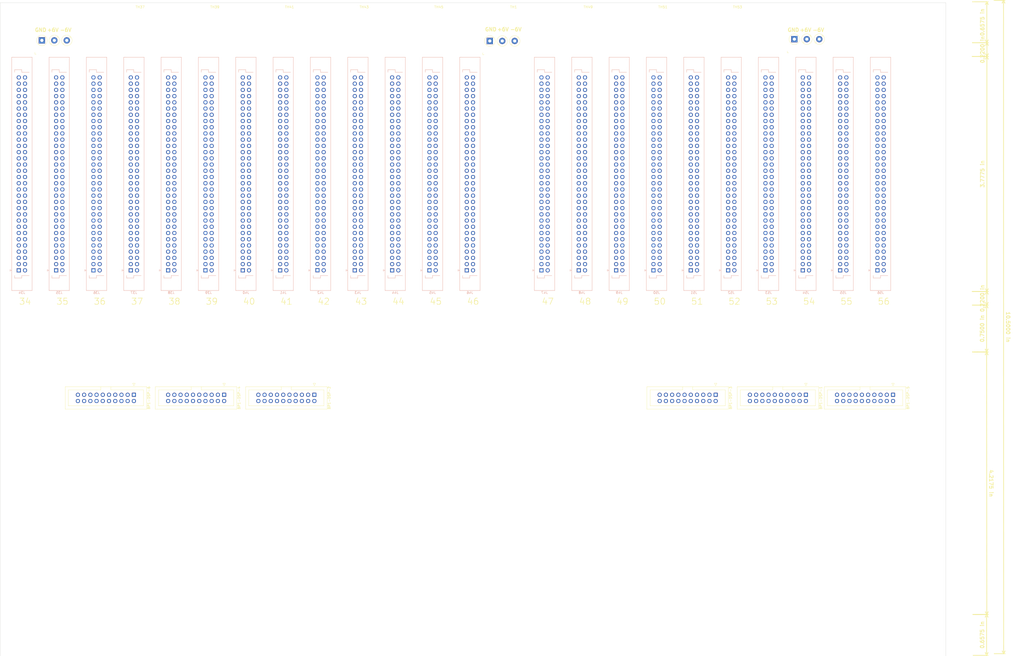
<source format=kicad_pcb>
(kicad_pcb (version 20171130) (host pcbnew "(5.1.6)-1")
  (layers (0 F.Cu signal) (1 In1.Cu signal) (2 In2.Cu signal) (31 B.Cu signal) (34 B.Paste user) (35 F.Paste user) (36 B.SilkS user) (37 F.SilkS user) (38 B.Mask user) (39 F.Mask user) (44 Edge.Cuts user))
  (net 0 "")
  (net 1 IP18)
  (net 2 II18)
  (net 3 W18)
  (net 4 W17)
  (net 5 II17)
  (net 6 IP17)
  (net 7 IP16)
  (net 8 II16)
  (net 9 W16)
  (net 10 W15)
  (net 11 II15)
  (net 12 IP15)
  (net 13 IP14)
  (net 14 II14)
  (net 15 W14)
  (net 16 J13)
  (net 17 II13)
  (net 18 IP13)
  (net 19 J12)
  (net 20 II12)
  (net 21 IP12)
  (net 22 IP11)
  (net 23 II11)
  (net 24 J11)
  (net 25 J10)
  (net 26 II10)
  (net 27 IP10)
  (net 28 IP9)
  (net 29 II9)
  (net 30 J9)
  (net 31 IP'8)
  (net 32 J8)
  (net 33 II8)
  (net 34 IP8)
  (net 35 IP7)
  (net 36 II7)
  (net 37 J7)
  (net 38 IP'7)
  (net 39 IP'6)
  (net 40 J6)
  (net 41 II6)
  (net 42 IP6)
  (net 43 IP5)
  (net 44 II5)
  (net 45 J5)
  (net 46 IP'5)
  (net 47 W4)
  (net 48 IP'4)
  (net 49 J4)
  (net 50 II4)
  (net 51 IP4)
  (net 52 IP3)
  (net 53 II3)
  (net 54 IP'3)
  (net 55 W3)
  (net 56 W2)
  (net 57 IP'2)
  (net 58 II2)
  (net 59 IP2)
  (net 60 IP1)
  (net 61 II1)
  (net 62 IP'1)
  (net 63 GND)
  (net 64 Neg6v)
  (net 65 6v)
  (net 66 /RegistersA/C16)
  (net 67 J16)
  (net 68 /RegistersA/C15)
  (net 69 J15)
  (net 70 /RegistersA/C14)
  (net 71 J14)
  (net 72 /RegistersA/C13)
  (net 73 /RegistersA/C12)
  (net 74 /RegistersA/C11)
  (net 75 /RegistersA/C10)
  (net 76 /RegistersB/C8)
  (net 77 /RegistersB/C7)
  (net 78 /RegistersB/C6)
  (net 79 /RegistersB/C5)
  (net 80 /RegistersB/C4)
  (net 81 /RegistersB/C3)
  (net 82 /RegistersB/C2)
  (net 83 /RegistersB/C1)
  (net 84 /InitInstructions/GND)
  (net 85 /InitInstructions/-6v)
  (net 86 /InitInstructions/II18m)
  (net 87 /InitInstructions/II16m)
  (net 88 /InitInstructions/II15m)
  (net 89 /InitInstructions/II14m)
  (net 90 /InitInstructions/II13m)
  (net 91 /InitInstructions/II12m)
  (net 92 /InitInstructions/II11m)
  (net 93 /InitInstructions/II10m)
  (net 94 /InitInstructions/II9m)
  (net 95 /InitInstructions/II8m)
  (net 96 /InitInstructions/II7m)
  (net 97 /InitInstructions/II6m)
  (net 98 /InitInstructions/II5m)
  (net 99 /InitInstructions/II4m)
  (net 100 /InitInstructions/II3m)
  (net 101 /InitInstructions/II2m)
  (net 102 /InitInstructions/II1m)
  (net 103 /InitInstructions/II17m)
  (net 104 /InitInstructions/6v)
  (net 105 /InitInstructions/IIG)
  (net 106 IIS-57-15)
  (net 107 /InitInstructions/~J~4)
  (net 108 ~J~3'-20-7)
  (net 109 J3'-20-8)
  (net 110 ~J~2'-20-5)
  (net 111 J1'-20-4)
  (net 112 ~J~16-22-26)
  (net 113 ~J~15-22-29)
  (net 114 ~J~14-22-28)
  (net 115 ~STORE~18)
  (net 116 /RegistersA/QTF2)
  (net 117 DTF2a-8-26)
  (net 118 /RegistersA/ATF2)
  (net 119 /RegistersA/GTQ2)
  (net 120 M18-7-9)
  (net 121 /RegistersA/~OTQ2~)
  (net 122 ~A~18)
  (net 123 /RegistersA/~OTA~2)
  (net 124 /RegistersA/GTA2)
  (net 125 /RegistersA/~OTM~2)
  (net 126 /RegistersA/WTM2)
  (net 127 /RegistersA/GTM2)
  (net 128 /WaveformDrivers/~M~TF1)
  (net 129 /RegistersA/MTF2)
  (net 130 /RegistersA/JTF2)
  (net 131 /RegistersA/~OTJ~2)
  (net 132 /RegistersA/GTJ2)
  (net 133 /RegistersA/A11)
  (net 134 /RegistersA/PTG2-2)
  (net 135 /RegistersA/PTG1-2)
  (net 136 /RegistersA/~OTG~2)
  (net 137 /RegistersA/VTG2)
  (net 138 /RegistersA/LTG2)
  (net 139 /RegistersA/RTG2)
  (net 140 /RegistersA/FTG2)
  (net 141 F18-5-K)
  (net 142 /RegistersA/F17)
  (net 143 C17-5-H)
  (net 144 ~STORE~17)
  (net 145 M17)
  (net 146 ~A~17)
  (net 147 MTI-5-17)
  (net 148 ~OTI~-5-18)
  (net 149 /RegistersA/A10)
  (net 150 /RegistersA/F16)
  (net 151 ~STORE~16)
  (net 152 M16)
  (net 153 ~A~16)
  (net 154 /RegistersA/A9)
  (net 155 /RegistersA/F15)
  (net 156 /RegistersA/~JTG16~)
  (net 157 ~STORE~15)
  (net 158 M15)
  (net 159 ~A~15)
  (net 160 /RegistersA/A8)
  (net 161 /RegistersA/F14)
  (net 162 /RegistersA/~JTG15~)
  (net 163 ~STORE~14)
  (net 164 M14)
  (net 165 ~A~14)
  (net 166 /RegistersA/A7)
  (net 167 /RegistersA/F13)
  (net 168 /RegistersA/~JTG14~)
  (net 169 ~STORE~13)
  (net 170 DTF1-2-5-23)
  (net 171 M13-7-6)
  (net 172 ~A~13)
  (net 173 /RegistersA/MTP2)
  (net 174 /RegistersA/~OTP~2)
  (net 175 W13)
  (net 176 /RegistersA/A6)
  (net 177 /RegistersA/F12)
  (net 178 ~STORE~12)
  (net 179 M12-6-W)
  (net 180 ~A~12)
  (net 181 W12)
  (net 182 /RegistersA/A5)
  (net 183 /RegistersA/F11)
  (net 184 ~STORE~11)
  (net 185 M11-7-21)
  (net 186 ~A~11)
  (net 187 W11)
  (net 188 /RegistersA/A4)
  (net 189 /RegistersA/F10)
  (net 190 ~STORE~10)
  (net 191 M10)
  (net 192 ~A~10)
  (net 193 W10)
  (net 194 /RegistersA/A3)
  (net 195 /RegistersA/F9)
  (net 196 /RegistersA/C9)
  (net 197 /RegistersB/~OTQ1~)
  (net 198 /RegistersB/GTQ1)
  (net 199 /RegistersB/~OTA~1)
  (net 200 /RegistersB/GTA1)
  (net 201 /RegistersB/~OTP~2)
  (net 202 /RegistersB/~OTP~1)
  (net 203 /RegistersB/GTM1)
  (net 204 /RegistersB/WTM1)
  (net 205 /RegistersB/~OTM~1)
  (net 206 /RegistersB/GTJ1)
  (net 207 /RegistersB/~OTJ~1)
  (net 208 ~OTG1~-57-M)
  (net 209 /RegistersB/ATF1)
  (net 210 /RegistersB/QTF1)
  (net 211 /RegistersB/MTP1)
  (net 212 /RegistersB/~M~TF1)
  (net 213 /RegistersB/MTF1)
  (net 214 /RegistersB/JTF1)
  (net 215 /RegistersB/VTG1)
  (net 216 /RegistersB/PTG2-1)
  (net 217 /RegistersB/PTG1-1)
  (net 218 LTG1-57-8)
  (net 219 RTG1-57-6)
  (net 220 FTG1-57-4)
  (net 221 ~STORE~9)
  (net 222 M9)
  (net 223 ~A~9)
  (net 224 W9)
  (net 225 /RegistersB/A2)
  (net 226 /RegistersB/F8)
  (net 227 /RegistersB/6v)
  (net 228 ~STORE~8)
  (net 229 M8)
  (net 230 ~A~8)
  (net 231 W8)
  (net 232 /RegistersB/F7)
  (net 233 ~STORE~7)
  (net 234 DTF1-1-5-22)
  (net 235 M7)
  (net 236 ~A~7)
  (net 237 W7)
  (net 238 /RegistersB/F6)
  (net 239 ~STORE~6)
  (net 240 M6)
  (net 241 ~A~6)
  (net 242 W6)
  (net 243 /RegistersB/F5)
  (net 244 ~STORE~5)
  (net 245 M5)
  (net 246 ~A~5)
  (net 247 W5)
  (net 248 /RegistersB/F4)
  (net 249 ~STORE~4)
  (net 250 M4)
  (net 251 ~A~4)
  (net 252 /RegistersB/F3)
  (net 253 ~STORE~3)
  (net 254 M3)
  (net 255 ~A~3)
  (net 256 J3-20-H)
  (net 257 /RegistersB/F2)
  (net 258 ~STORE~2)
  (net 259 M2)
  (net 260 ~A~2)
  (net 261 J2-20-E)
  (net 262 F1-57-7)
  (net 263 ~STORE~1)
  (net 264 M1)
  (net 265 ~A~1)
  (net 266 W1)
  (net 267 J1-20-C)
  (net 268 /WaveformDrivers/GND)
  (net 269 /WaveformDrivers/-6v)
  (net 270 MTPa-9-22)
  (net 271 /WaveformDrivers/6v)
  (net 272 J2'-20-6)
  (net 273 ~J~1'-20-3)
  (net 274 ~IIG~)
  (net 275 "#Q18")
  (net 276 "#A18")
  (net 277 ~M~18-7-11)
  (net 278 "#M18")
  (net 279 "#G18")
  (net 280 X1-57-11)
  (net 281 C18-5-8)
  (net 282 "#Q17")
  (net 283 "#A17")
  (net 284 "#I4")
  (net 285 I4-22-L)
  (net 286 ~I~4-22-M)
  (net 287 "#M17")
  (net 288 "#G17")
  (net 289 "#Q16")
  (net 290 "#A16")
  (net 291 "#I3")
  (net 292 I3-22-J)
  (net 293 ~I~3-22-K)
  (net 294 "#M16")
  (net 295 "#J16")
  (net 296 "#G16")
  (net 297 "#Q15")
  (net 298 "#A15")
  (net 299 "#I2")
  (net 300 I2-22-F)
  (net 301 ~I~2-22-H)
  (net 302 "#M15")
  (net 303 "#J15")
  (net 304 "#G15")
  (net 305 "#Q14")
  (net 306 "#A14")
  (net 307 "#I1")
  (net 308 I1-22-D)
  (net 309 ~I~1-22-E)
  (net 310 "#M14")
  (net 311 "#J14")
  (net 312 "#G14")
  (net 313 "#Q13")
  (net 314 "#A13")
  (net 315 P13-30-R)
  (net 316 ~M~13-6-18)
  (net 317 "#M13")
  (net 318 "#J13")
  (net 319 "#G13")
  (net 320 "#Q12")
  (net 321 "#A12")
  (net 322 P12-30-V)
  (net 323 ~M~12-6-Y)
  (net 324 "#M12")
  (net 325 "#J12")
  (net 326 "#G12")
  (net 327 "#Q11")
  (net 328 "#A11")
  (net 329 "#P11")
  (net 330 "#M11")
  (net 331 "#J11")
  (net 332 "#G11")
  (net 333 "#Q10")
  (net 334 "#A10")
  (net 335 "#P10")
  (net 336 "#M10")
  (net 337 "#J10")
  (net 338 "#G10")
  (net 339 ~RESET~2-2-Y)
  (net 340 t1-5-27)
  (net 341 t3-2-5-29)
  (net 342 t4-5-26)
  (net 343 GTQa-8-24)
  (net 344 GTAa-8-27)
  (net 345 ~OTA~'-5-7)
  (net 346 GTMa-8-23)
  (net 347 WTMa-8-21)
  (net 348 OTMa-9-23)
  (net 349 GTJa-8-28)
  (net 350 ~OTJ~'-5-11)
  (net 351 SFDm-19-V)
  (net 352 SFD-6-R)
  (net 353 CRSm-11-AC)
  (net 354 CRS-7-AF)
  (net 355 t2-2-5-20)
  (net 356 t5-5-25)
  (net 357 ATFa-9-21)
  (net 358 QTFa-9-30)
  (net 359 JTPCa-9-7)
  (net 360 ~M~TFa-9-13)
  (net 361 MTFa-8-30)
  (net 362 JTFa-9-24)
  (net 363 ~VTG~-32-R)
  (net 364 VTGa-8-7)
  (net 365 PTG2-a-9-12)
  (net 366 PTG1-a-9-6)
  (net 367 LTGa-9-25)
  (net 368 RTGa-9-14)
  (net 369 FTGa-8-6)
  (net 370 "#Q9")
  (net 371 "#A9")
  (net 372 "#P9")
  (net 373 "#M9")
  (net 374 "#J9")
  (net 375 ~J~9-25-3)
  (net 376 "#G9")
  (net 377 "#Q8")
  (net 378 "#A8")
  (net 379 "#P8")
  (net 380 "#M8")
  (net 381 "#J8")
  (net 382 ~J~8-24-27)
  (net 383 "#G8")
  (net 384 "#Q7")
  (net 385 "#A7")
  (net 386 "#P7")
  (net 387 "#M7")
  (net 388 "#J7")
  (net 389 ~J~7-24-19)
  (net 390 "#G7")
  (net 391 "#Q6")
  (net 392 "#A6")
  (net 393 "#P6")
  (net 394 "#M6")
  (net 395 "#J6")
  (net 396 ~J~6-24-8)
  (net 397 "#G6")
  (net 398 "#Q5")
  (net 399 "#A5")
  (net 400 "#P5")
  (net 401 "#M5")
  (net 402 "#J5")
  (net 403 ~J~5-24-3)
  (net 404 ~KTJ5~-6-22)
  (net 405 "#G5")
  (net 406 "#Q4")
  (net 407 "#A4")
  (net 408 "#P4")
  (net 409 "#M4")
  (net 410 "#J4")
  (net 411 ~J~4-23-27)
  (net 412 "#G4")
  (net 413 "#Q3")
  (net 414 "#A3")
  (net 415 "#P3")
  (net 416 "#M3")
  (net 417 "#J3")
  (net 418 ~ETJ3~-6-28)
  (net 419 "#G3")
  (net 420 "#Q2")
  (net 421 "#A2")
  (net 422 "#P2")
  (net 423 "#M2")
  (net 424 "#J2")
  (net 425 ~ETJ2~-6-27)
  (net 426 "#G2")
  (net 427 ~Q~1-7-15)
  (net 428 "#Q1")
  (net 429 "#A1")
  (net 430 "#P1")
  (net 431 "#M1")
  (net 432 "#J1")
  (net 433 ~KTJ1~-6-21)
  (net 434 "#G1")
  (net 435 X0-57-5)
  (net 436 ITF-8-12)
  (net 437 "Net-(J34-PadAH)")
  (net 438 "Net-(J34-Pad29)")
  (net 439 "Net-(J34-PadM)")
  (net 440 "Net-(J34-Pad11)")
  (net 441 "Net-(J34-PadL)")
  (net 442 "Net-(J34-Pad10)")
  (net 443 "Net-(J34-PadK)")
  (net 444 "Net-(J34-Pad9)")
  (net 445 "Net-(J34-PadJ)")
  (net 446 "Net-(J34-Pad8)")
  (net 447 "Net-(J34-PadH)")
  (net 448 "Net-(J34-Pad7)")
  (net 449 "Net-(J34-PadF)")
  (net 450 "Net-(J34-Pad6)")
  (net 451 "Net-(J34-PadE)")
  (net 452 "Net-(J34-Pad5)")
  (net 453 "Net-(J34-PadD)")
  (net 454 "Net-(J34-Pad4)")
  (net 455 "Net-(J34-PadC)")
  (net 456 "Net-(J34-Pad3)")
  (net 457 "Net-(J35-Pad30)")
  (net 458 "Net-(J35-Pad29)")
  (net 459 "Net-(J35-Pad28)")
  (net 460 "Net-(J35-Pad27)")
  (net 461 "Net-(J35-Pad25)")
  (net 462 "Net-(J35-Pad24)")
  (net 463 "Net-(J35-Pad23)")
  (net 464 "Net-(J35-Pad22)")
  (net 465 "Net-(J35-Pad21)")
  (net 466 "Net-(J35-Pad20)")
  (net 467 "Net-(J35-Pad19)")
  (net 468 "Net-(J35-Pad18)")
  (net 469 "Net-(J35-Pad17)")
  (net 470 "Net-(J35-Pad16)")
  (net 471 "Net-(J35-PadN)")
  (net 472 "Net-(J35-PadM)")
  (net 473 "Net-(J35-PadL)")
  (net 474 "Net-(J35-PadK)")
  (net 475 "Net-(J35-PadJ)")
  (net 476 "Net-(J35-PadH)")
  (net 477 "Net-(J35-PadF)")
  (net 478 "Net-(J35-Pad6)")
  (net 479 "Net-(J35-PadE)")
  (net 480 "Net-(J35-Pad5)")
  (net 481 "Net-(J35-PadD)")
  (net 482 "Net-(J35-Pad4)")
  (net 483 "Net-(J35-PadC)")
  (net 484 "Net-(J35-Pad3)")
  (net 485 "Net-(J36-Pad30)")
  (net 486 "Net-(J36-Pad28)")
  (net 487 "Net-(J36-Pad27)")
  (net 488 "Net-(J36-Pad17)")
  (net 489 "Net-(J36-Pad16)")
  (net 490 "Net-(J36-PadN)")
  (net 491 "Net-(J36-PadM)")
  (net 492 "Net-(J36-PadL)")
  (net 493 "Net-(J36-PadK)")
  (net 494 "Net-(J36-PadJ)")
  (net 495 "Net-(J36-PadH)")
  (net 496 "Net-(J36-PadF)")
  (net 497 "Net-(J36-Pad6)")
  (net 498 "Net-(J36-PadE)")
  (net 499 "Net-(J36-Pad5)")
  (net 500 "Net-(J36-PadD)")
  (net 501 "Net-(J36-Pad4)")
  (net 502 "Net-(J36-Pad3)")
  (net 503 "Net-(J37-PadAH)")
  (net 504 "Net-(J37-PadAF)")
  (net 505 "Net-(J37-Pad27)")
  (net 506 "Net-(J37-Pad24)")
  (net 507 "Net-(J37-Pad22)")
  (net 508 "Net-(J37-PadY)")
  (net 509 "Net-(J37-Pad21)")
  (net 510 "Net-(J37-PadX)")
  (net 511 "Net-(J37-PadW)")
  (net 512 "Net-(J37-PadT)")
  (net 513 "Net-(J37-PadS)")
  (net 514 "Net-(J37-PadR)")
  (net 515 "Net-(J37-PadN)")
  (net 516 "Net-(J37-PadK)")
  (net 517 "Net-(J37-PadJ)")
  (net 518 "Net-(J37-PadF)")
  (net 519 "Net-(J37-Pad4)")
  (net 520 "Net-(J38-PadAH)")
  (net 521 "Net-(J38-PadAF)")
  (net 522 "Net-(J38-Pad27)")
  (net 523 "Net-(J38-Pad24)")
  (net 524 "Net-(J38-PadV)")
  (net 525 "Net-(J38-PadT)")
  (net 526 "Net-(J38-PadS)")
  (net 527 "Net-(J38-PadR)")
  (net 528 "Net-(J38-PadN)")
  (net 529 "Net-(J38-PadK)")
  (net 530 "Net-(J38-PadJ)")
  (net 531 "Net-(J38-PadF)")
  (net 532 "Net-(J38-Pad4)")
  (net 533 "Net-(J39-PadAH)")
  (net 534 "Net-(J39-PadAF)")
  (net 535 "Net-(J39-Pad27)")
  (net 536 "Net-(J39-Pad24)")
  (net 537 "Net-(J39-PadV)")
  (net 538 "Net-(J39-PadN)")
  (net 539 "Net-(J39-PadK)")
  (net 540 "Net-(J39-PadJ)")
  (net 541 "Net-(J39-PadF)")
  (net 542 "Net-(J40-PadAH)")
  (net 543 "Net-(J40-PadAF)")
  (net 544 "Net-(J40-Pad27)")
  (net 545 "Net-(J40-Pad24)")
  (net 546 "Net-(J40-PadV)")
  (net 547 "Net-(J40-PadN)")
  (net 548 "Net-(J40-PadK)")
  (net 549 "Net-(J40-PadJ)")
  (net 550 "Net-(J40-PadF)")
  (net 551 "Net-(J41-PadAH)")
  (net 552 "Net-(J41-PadAF)")
  (net 553 "Net-(J41-Pad27)")
  (net 554 "Net-(J41-Pad24)")
  (net 555 "Net-(J41-PadV)")
  (net 556 "Net-(J41-PadN)")
  (net 557 "Net-(J41-PadK)")
  (net 558 "Net-(J41-PadJ)")
  (net 559 "Net-(J41-PadF)")
  (net 560 "Net-(J42-PadAH)")
  (net 561 "Net-(J42-PadAF)")
  (net 562 "Net-(J42-Pad27)")
  (net 563 "Net-(J42-Pad24)")
  (net 564 "Net-(J42-PadY)")
  (net 565 ~P~13)
  (net 566 "Net-(J42-PadR)")
  (net 567 "Net-(J42-PadN)")
  (net 568 "Net-(J42-PadK)")
  (net 569 "Net-(J42-PadJ)")
  (net 570 "Net-(J42-PadF)")
  (net 571 "Net-(J42-Pad4)")
  (net 572 "Net-(J43-PadAH)")
  (net 573 "Net-(J43-PadAF)")
  (net 574 "Net-(J43-Pad27)")
  (net 575 "Net-(J43-Pad24)")
  (net 576 "Net-(J43-PadY)")
  (net 577 ~P~12)
  (net 578 ~J~12-25-27)
  (net 579 "Net-(J43-PadN)")
  (net 580 "Net-(J43-PadK)")
  (net 581 "Net-(J43-PadJ)")
  (net 582 "Net-(J43-PadF)")
  (net 583 "Net-(J43-Pad4)")
  (net 584 "Net-(J44-PadAH)")
  (net 585 "Net-(J44-PadAF)")
  (net 586 "Net-(J44-Pad24)")
  (net 587 "Net-(J44-Pad21)")
  (net 588 ~P~11)
  (net 589 "Net-(J44-PadV)")
  (net 590 ~J~11-25-19)
  (net 591 "Net-(J44-PadN)")
  (net 592 "Net-(J44-PadK)")
  (net 593 "Net-(J44-PadJ)")
  (net 594 "Net-(J44-PadF)")
  (net 595 "Net-(J44-Pad4)")
  (net 596 "Net-(J45-PadAH)")
  (net 597 "Net-(J45-PadAF)")
  (net 598 "Net-(J45-Pad24)")
  (net 599 "Net-(J45-Pad21)")
  (net 600 ~P~10)
  (net 601 "Net-(J45-PadV)")
  (net 602 ~J~10-25-8)
  (net 603 "Net-(J45-PadN)")
  (net 604 "Net-(J45-PadK)")
  (net 605 "Net-(J45-PadJ)")
  (net 606 "Net-(J45-PadF)")
  (net 607 "Net-(J45-Pad4)")
  (net 608 "Net-(J46-PadAJ)")
  (net 609 "Net-(J46-Pad30)")
  (net 610 "Net-(J46-PadX)")
  (net 611 "Net-(J46-PadV)")
  (net 612 "Net-(J46-PadT)")
  (net 613 "Net-(J46-PadR)")
  (net 614 "Net-(J46-PadN)")
  (net 615 "Net-(J46-PadL)")
  (net 616 "Net-(J46-PadK)")
  (net 617 "Net-(J46-PadJ)")
  (net 618 "Net-(J46-Pad8)")
  (net 619 "Net-(J46-PadH)")
  (net 620 "Net-(J46-Pad7)")
  (net 621 "Net-(J46-PadD)")
  (net 622 "Net-(J46-Pad4)")
  (net 623 "Net-(J46-PadC)")
  (net 624 "Net-(J46-Pad3)")
  (net 625 "Net-(J47-PadAJ)")
  (net 626 "Net-(J47-Pad30)")
  (net 627 JTPC-23-L)
  (net 628 "Net-(J47-PadN)")
  (net 629 "Net-(J47-PadL)")
  (net 630 "Net-(J47-PadJ)")
  (net 631 "Net-(J47-PadF)")
  (net 632 "Net-(J47-PadD)")
  (net 633 "Net-(J48-PadAH)")
  (net 634 "Net-(J48-PadAF)")
  (net 635 "Net-(J48-Pad24)")
  (net 636 "Net-(J48-Pad21)")
  (net 637 ~P~9)
  (net 638 "Net-(J48-PadV)")
  (net 639 "Net-(J48-PadN)")
  (net 640 "Net-(J48-PadK)")
  (net 641 "Net-(J48-PadJ)")
  (net 642 "Net-(J48-PadF)")
  (net 643 "Net-(J48-Pad4)")
  (net 644 "Net-(J49-PadAH)")
  (net 645 "Net-(J49-PadAF)")
  (net 646 "Net-(J49-Pad24)")
  (net 647 "Net-(J49-Pad21)")
  (net 648 ~P~8)
  (net 649 "Net-(J49-PadV)")
  (net 650 "Net-(J49-PadN)")
  (net 651 "Net-(J49-PadK)")
  (net 652 "Net-(J49-PadJ)")
  (net 653 "Net-(J49-PadF)")
  (net 654 "Net-(J49-Pad4)")
  (net 655 "Net-(J50-PadAH)")
  (net 656 "Net-(J50-PadAF)")
  (net 657 "Net-(J50-Pad24)")
  (net 658 "Net-(J50-Pad21)")
  (net 659 ~P~7)
  (net 660 "Net-(J50-PadV)")
  (net 661 "Net-(J50-PadN)")
  (net 662 "Net-(J50-PadK)")
  (net 663 "Net-(J50-PadJ)")
  (net 664 "Net-(J50-PadF)")
  (net 665 "Net-(J50-Pad4)")
  (net 666 "Net-(J51-PadAH)")
  (net 667 "Net-(J51-PadAF)")
  (net 668 "Net-(J51-Pad24)")
  (net 669 "Net-(J51-Pad21)")
  (net 670 ~P~6)
  (net 671 "Net-(J51-PadV)")
  (net 672 "Net-(J51-PadN)")
  (net 673 "Net-(J51-PadK)")
  (net 674 "Net-(J51-PadJ)")
  (net 675 "Net-(J51-PadF)")
  (net 676 "Net-(J51-Pad4)")
  (net 677 "Net-(J52-PadAH)")
  (net 678 "Net-(J52-PadAF)")
  (net 679 "Net-(J52-Pad24)")
  (net 680 "Net-(J52-Pad21)")
  (net 681 ~P~5)
  (net 682 "Net-(J52-PadV)")
  (net 683 "Net-(J52-PadK)")
  (net 684 "Net-(J52-PadJ)")
  (net 685 "Net-(J52-PadF)")
  (net 686 "Net-(J52-Pad4)")
  (net 687 "Net-(J53-PadAH)")
  (net 688 "Net-(J53-PadAF)")
  (net 689 "Net-(J53-Pad24)")
  (net 690 "Net-(J53-Pad21)")
  (net 691 ~P~4)
  (net 692 "Net-(J53-PadV)")
  (net 693 "Net-(J53-PadN)")
  (net 694 "Net-(J53-PadK)")
  (net 695 "Net-(J53-PadJ)")
  (net 696 "Net-(J53-PadF)")
  (net 697 "Net-(J53-Pad4)")
  (net 698 "Net-(J54-PadAH)")
  (net 699 "Net-(J54-PadAF)")
  (net 700 "Net-(J54-Pad24)")
  (net 701 "Net-(J54-Pad21)")
  (net 702 ~P~3)
  (net 703 "Net-(J54-PadV)")
  (net 704 "Net-(J54-PadK)")
  (net 705 "Net-(J54-PadJ)")
  (net 706 "Net-(J54-PadF)")
  (net 707 "Net-(J54-Pad4)")
  (net 708 "Net-(J55-PadAH)")
  (net 709 "Net-(J55-PadAF)")
  (net 710 "Net-(J55-Pad24)")
  (net 711 "Net-(J55-Pad21)")
  (net 712 ~P~2)
  (net 713 "Net-(J55-PadV)")
  (net 714 "Net-(J55-PadK)")
  (net 715 "Net-(J55-PadJ)")
  (net 716 "Net-(J55-PadF)")
  (net 717 "Net-(J55-Pad4)")
  (net 718 "Net-(J56-PadAF)")
  (net 719 "Net-(J56-Pad27)")
  (net 720 "Net-(J56-Pad24)")
  (net 721 "Net-(J56-Pad21)")
  (net 722 ~P~1)
  (net 723 "Net-(J56-PadV)")
  (net 724 "Net-(J56-PadK)")
  (net 725 "Net-(J56-PadJ)")
  (net 726 "Net-(J56-PadF)")
  (net 727 "Net-(J56-Pad4)")
  (net 728 "Net-(BP1-DSP-6-Pad20)")
  (net 729 "Net-(BP1-DSP-6-Pad18)")
  (net 730 "Net-(BP1-DSP-6-Pad12)")
  (net 731 "Net-(BP1-DSP-6-Pad8)")
  (net 732 "Net-(BP1-DSP-6-Pad19)")
  (net 733 "Net-(BP1-DSP-6-Pad17)")
  (net 734 "Net-(BP1-DSP-6-Pad9)")
  (module MountingHole:MountingHole_2.7mm (layer F.Cu) (at 39.37 286.68)
    (fp_text reference TH335 hide)
    (fp_text value MountingHole_2.7mm)
    (pad 1 np_thru_hole circle (at 0 0) (size 2.7 2.7) (drill 2.7) (layers *.Cu *.Mask))
  )
  (module MountingHole:MountingHole_2.7mm (layer F.Cu) (at 313.69 30.83)
    (fp_text reference TH53 (at 0 -3.7) (layer F.SilkS))
    (fp_text value ~)
    (pad 1 np_thru_hole circle (at 0 0) (size 2.7 2.7) (drill 2.7) (layers *.Cu *.Mask))
  )
  (module MountingHole:MountingHole_2.7mm (layer F.Cu) (at 222.25 164.18)
    (fp_text reference TH3)
    (fp_text value ~)
    (pad 1 np_thru_hole circle (at 0 0) (size 2.7 2.7) (drill 2.7) (layers *.Cu *.Mask))
  )
  (module MountingHole:MountingHole_2.7mm (layer F.Cu) (at 222.25 286.68)
    (fp_text reference TH4)
    (fp_text value MountingHole_2.7mm)
    (pad 1 np_thru_hole circle (at 0 0) (size 2.7 2.7) (drill 2.7) (layers *.Cu *.Mask))
  )
  (module MountingHole:MountingHole_2.7mm (layer F.Cu) (at 283.21 164.18)
    (fp_text reference TH251)
    (fp_text value ~)
    (pad 1 np_thru_hole circle (at 0 0) (size 2.7 2.7) (drill 2.7) (layers *.Cu *.Mask))
  )
  (module MountingHole:MountingHole_2.7mm (layer F.Cu) (at 100.33 164.18)
    (fp_text reference TH239)
    (fp_text value MountingHole_2.7mm)
    (pad 1 np_thru_hole circle (at 0 0) (size 2.7 2.7) (drill 2.7) (layers *.Cu *.Mask))
  )
  (module MountingHole:MountingHole_2.7mm (layer F.Cu) (at 39.37 164.18)
    (fp_text reference TH235)
    (fp_text value MountingHole_2.7mm)
    (pad 1 np_thru_hole circle (at 0 0) (size 2.7 2.7) (drill 2.7) (layers *.Cu *.Mask))
  )
  (module MountingHole:MountingHole_2.7mm (layer F.Cu) (at 283.21 153.33)
    (fp_text reference TH151)
    (fp_text value ~)
    (pad 1 np_thru_hole circle (at 0 0) (size 2.7 2.7) (drill 2.7) (layers *.Cu *.Mask))
  )
  (module MountingHole:MountingHole_2.7mm (layer F.Cu) (at 100.33 153.33)
    (fp_text reference TH139)
    (fp_text value MountingHole_2.7mm)
    (pad 1 np_thru_hole circle (at 0 0) (size 2.7 2.7) (drill 2.7) (layers *.Cu *.Mask))
  )
  (module MountingHole:MountingHole_2.7mm (layer F.Cu) (at 39.37 153.33)
    (fp_text reference TH135)
    (fp_text value MountingHole_2.7mm)
    (pad 1 np_thru_hole circle (at 0 0) (size 2.7 2.7) (drill 2.7) (layers *.Cu *.Mask))
  )
  (module MountingHole:MountingHole_2.7mm (layer F.Cu) (at 222.25 153.33)
    (fp_text reference TH2)
    (fp_text value ~)
    (pad 1 np_thru_hole circle (at 0 0) (size 2.7 2.7) (drill 2.7) (layers *.Cu *.Mask))
  )
  (module MountingHole:MountingHole_2.7mm (layer F.Cu) (at 222.25 30.83)
    (fp_text reference TH1 (at 0 -3.7) (layer F.SilkS))
    (fp_text value MountingHole_2.7mm)
    (pad 1 np_thru_hole circle (at 0 0) (size 2.7 2.7) (drill 2.7) (layers *.Cu *.Mask))
  )
  (module MountingHole:MountingHole_2.7mm (layer F.Cu) (at 191.77 30.83)
    (fp_text reference TH45 (at 0 -3.7) (layer F.SilkS))
    (fp_text value ~)
    (pad 1 np_thru_hole circle (at 0 0) (size 2.7 2.7) (drill 2.7) (layers *.Cu *.Mask))
  )
  (module MountingHole:MountingHole_2.7mm (layer F.Cu) (at 19.05 30.83)
    (fp_text reference TH33 hide)
    (fp_text value ~)
    (pad 1 np_thru_hole circle (at 0 0) (size 2.7 2.7) (drill 2.7) (layers *.Cu *.Mask))
  )
  (module MountingHole:MountingHole_2.7mm (layer F.Cu) (at 39.37 30.83)
    (fp_text reference TH35 hide)
    (fp_text value ~)
    (pad 1 np_thru_hole circle (at 0 0) (size 2.7 2.7) (drill 2.7) (layers *.Cu *.Mask))
  )
  (module MountingHole:MountingHole_2.7mm (layer F.Cu) (at 69.85 30.83)
    (fp_text reference TH37 (at 0 -3.7) (layer F.SilkS))
    (fp_text value ~)
    (pad 1 np_thru_hole circle (at 0 0) (size 2.7 2.7) (drill 2.7) (layers *.Cu *.Mask))
  )
  (module MountingHole:MountingHole_2.7mm (layer F.Cu) (at 100.33 30.83)
    (fp_text reference TH39 (at 0 -3.7) (layer F.SilkS))
    (fp_text value ~)
    (pad 1 np_thru_hole circle (at 0 0) (size 2.7 2.7) (drill 2.7) (layers *.Cu *.Mask))
  )
  (module MountingHole:MountingHole_2.7mm (layer F.Cu) (at 130.81 30.83)
    (fp_text reference TH41 (at 0 -3.7) (layer F.SilkS))
    (fp_text value ~)
    (pad 1 np_thru_hole circle (at 0 0) (size 2.7 2.7) (drill 2.7) (layers *.Cu *.Mask))
  )
  (module MountingHole:MountingHole_2.7mm (layer F.Cu) (at 161.29 30.83)
    (fp_text reference TH43 (at 0 -3.7) (layer F.SilkS))
    (fp_text value ~)
    (pad 1 np_thru_hole circle (at 0 0) (size 2.7 2.7) (drill 2.7) (layers *.Cu *.Mask))
  )
  (module MountingHole:MountingHole_2.7mm (layer F.Cu) (at 252.73 30.83)
    (fp_text reference TH49 (at 0 -3.7) (layer F.SilkS))
    (fp_text value ~)
    (pad 1 np_thru_hole circle (at 0 0) (size 2.7 2.7) (drill 2.7) (layers *.Cu *.Mask))
  )
  (module MountingHole:MountingHole_2.7mm (layer F.Cu) (at 283.21 30.83)
    (fp_text reference TH51 (at 0 -3.7) (layer F.SilkS))
    (fp_text value ~)
    (pad 1 np_thru_hole circle (at 0 0) (size 2.7 2.7) (drill 2.7) (layers *.Cu *.Mask))
  )
  (module MountingHole:MountingHole_2.7mm (layer F.Cu) (at 344.17 30.83)
    (fp_text reference TH55)
    (fp_text value ~)
    (pad 1 np_thru_hole circle (at 0 0) (size 2.7 2.7) (drill 2.7) (layers *.Cu *.Mask))
  )
  (module MountingHole:MountingHole_2.7mm (layer F.Cu) (at 19.05 286.68)
    (fp_text reference TH333 hide)
    (fp_text value MountingHole_2.7mm)
    (pad 1 np_thru_hole circle (at 0 0) (size 2.7 2.7) (drill 2.7) (layers *.Cu *.Mask))
  )
  (module MountingHole:MountingHole_2.7mm (layer F.Cu) (at 69.85 286.68)
    (fp_text reference TH337)
    (fp_text value MountingHole_2.7mm)
    (pad 1 np_thru_hole circle (at 0 0) (size 2.7 2.7) (drill 2.7) (layers *.Cu *.Mask))
  )
  (module MountingHole:MountingHole_2.7mm (layer F.Cu) (at 100.33 286.68)
    (fp_text reference TH339)
    (fp_text value MountingHole_2.7mm)
    (pad 1 np_thru_hole circle (at 0 0) (size 2.7 2.7) (drill 2.7) (layers *.Cu *.Mask))
  )
  (module MountingHole:MountingHole_2.7mm (layer F.Cu) (at 130.81 286.68)
    (fp_text reference TH341)
    (fp_text value MountingHole_2.7mm)
    (pad 1 np_thru_hole circle (at 0 0) (size 2.7 2.7) (drill 2.7) (layers *.Cu *.Mask))
  )
  (module MountingHole:MountingHole_2.7mm (layer F.Cu) (at 161.29 286.68)
    (fp_text reference TH343)
    (fp_text value MountingHole_2.7mm)
    (pad 1 np_thru_hole circle (at 0 0) (size 2.7 2.7) (drill 2.7) (layers *.Cu *.Mask))
  )
  (module MountingHole:MountingHole_2.7mm (layer F.Cu) (at 191.77 286.68)
    (fp_text reference TH345)
    (fp_text value MountingHole_2.7mm)
    (pad 1 np_thru_hole circle (at 0 0) (size 2.7 2.7) (drill 2.7) (layers *.Cu *.Mask))
  )
  (module MountingHole:MountingHole_2.7mm (layer F.Cu) (at 252.73 286.68)
    (fp_text reference TH348)
    (fp_text value MountingHole_2.7mm)
    (pad 1 np_thru_hole circle (at 0 0) (size 2.7 2.7) (drill 2.7) (layers *.Cu *.Mask))
  )
  (module MountingHole:MountingHole_2.7mm (layer F.Cu) (at 283.21 286.68)
    (fp_text reference TH350)
    (fp_text value MountingHole_2.7mm)
    (pad 1 np_thru_hole circle (at 0 0) (size 2.7 2.7) (drill 2.7) (layers *.Cu *.Mask))
  )
  (module MountingHole:MountingHole_2.7mm (layer F.Cu) (at 313.69 286.68)
    (fp_text reference TH352)
    (fp_text value MountingHole_2.7mm)
    (pad 1 np_thru_hole circle (at 0 0) (size 2.7 2.7) (drill 2.7) (layers *.Cu *.Mask))
  )
  (module MountingHole:MountingHole_2.7mm (layer F.Cu) (at 344.17 286.68)
    (fp_text reference TH354)
    (fp_text value MountingHole_2.7mm)
    (pad 1 np_thru_hole circle (at 0 0) (size 2.7 2.7) (drill 2.7) (layers *.Cu *.Mask))
  )
  (module MountingHole:MountingHole_2.7mm (layer F.Cu) (at 374.65 164.18)
    (fp_text reference TH256)
    (fp_text value ~)
    (pad 1 np_thru_hole circle (at 0 0) (size 2.7 2.7) (drill 2.7) (layers *.Cu *.Mask))
  )
  (module MountingHole:MountingHole_2.7mm (layer F.Cu) (at 374.65 153.33)
    (fp_text reference TH156)
    (fp_text value ~)
    (pad 1 np_thru_hole circle (at 0 0) (size 2.7 2.7) (drill 2.7) (layers *.Cu *.Mask))
  )
  (module MountingHole:MountingHole_2.7mm (layer F.Cu) (at 374.65 30.83)
    (fp_text reference TH56)
    (fp_text value ~)
    (pad 1 np_thru_hole circle (at 0 0) (size 2.7 2.7) (drill 2.7) (layers *.Cu *.Mask))
  )
  (module MountingHole:MountingHole_2.7mm (layer F.Cu) (at 374.65 286.68)
    (fp_text reference TH356)
    (fp_text value MountingHole_2.7mm)
    (pad 1 np_thru_hole circle (at 0 0) (size 2.7 2.7) (drill 2.7) (layers *.Cu *.Mask))
  )
  (module ELLIOTT:TerminalBlock_5.08_1x03 (layer F.Cu) (at 212.598 40.9829)
    (fp_text reference J1 hide)
    (fp_text value ~)
    (pad 1 thru_hole rect (at 0 0) (size 2.6 2.6) (drill 1.3) (layers *.Cu *.Mask) (net 63 GND))
    (pad 2 thru_hole circle (at 5.08 0) (size 2.6 2.6) (drill 1.3) (layers *.Cu *.Mask) (net 65 6v))
    (pad 3 thru_hole circle (at 10.16 0) (size 2.6 2.6) (drill 1.3) (layers *.Cu *.Mask) (net 64 Neg6v))
  )
  (module ELLIOTT:DIN41612_B_2x32_Vertical (layer B.Cu) (at 20.32 134.62)
    (fp_text reference J34 (at 1.27 9.13) (layer B.SilkS) (effects (justify mirror)))
    (fp_text value ~)
    (pad "" np_thru_hole circle (at 2.24 -84.37) (size 2.8 2.8) (drill 2.8) (layers *.Cu *.Mask))
    (pad "" np_thru_hole circle (at 2.24 5.63) (size 2.8 2.8) (drill 2.8) (layers *.Cu *.Mask))
    (pad AL thru_hole circle (at 2.54 -78.74) (size 1.7 1.7) (drill 1) (layers *.Cu *.Mask) (net 84 /InitInstructions/GND))
    (pad 32 thru_hole circle (at 0 -78.74) (size 1.7 1.7) (drill 1) (layers *.Cu *.Mask) (net 84 /InitInstructions/GND))
    (pad AK thru_hole circle (at 2.54 -76.2) (size 1.7 1.7) (drill 1) (layers *.Cu *.Mask) (net 85 /InitInstructions/-6v))
    (pad 31 thru_hole circle (at 0 -76.2) (size 1.7 1.7) (drill 1) (layers *.Cu *.Mask) (net 85 /InitInstructions/-6v))
    (pad AJ thru_hole circle (at 2.54 -73.66) (size 1.7 1.7) (drill 1) (layers *.Cu *.Mask) (net 86 /InitInstructions/II18m))
    (pad 30 thru_hole circle (at 0 -73.66) (size 1.7 1.7) (drill 1) (layers *.Cu *.Mask) (net 2 II18))
    (pad AH thru_hole circle (at 2.54 -71.12) (size 1.7 1.7) (drill 1) (layers *.Cu *.Mask) (net 437 "Net-(J34-PadAH)"))
    (pad 29 thru_hole circle (at 0 -71.12) (size 1.7 1.7) (drill 1) (layers *.Cu *.Mask) (net 438 "Net-(J34-Pad29)"))
    (pad AF thru_hole circle (at 2.54 -68.58) (size 1.7 1.7) (drill 1) (layers *.Cu *.Mask) (net 87 /InitInstructions/II16m))
    (pad 28 thru_hole circle (at 0 -68.58) (size 1.7 1.7) (drill 1) (layers *.Cu *.Mask) (net 8 II16))
    (pad AE thru_hole circle (at 2.54 -66.04) (size 1.7 1.7) (drill 1) (layers *.Cu *.Mask) (net 88 /InitInstructions/II15m))
    (pad 27 thru_hole circle (at 0 -66.04) (size 1.7 1.7) (drill 1) (layers *.Cu *.Mask) (net 11 II15))
    (pad AD thru_hole circle (at 2.54 -63.5) (size 1.7 1.7) (drill 1) (layers *.Cu *.Mask) (net 89 /InitInstructions/II14m))
    (pad 26 thru_hole circle (at 0 -63.5) (size 1.7 1.7) (drill 1) (layers *.Cu *.Mask) (net 14 II14))
    (pad AC thru_hole circle (at 2.54 -60.96) (size 1.7 1.7) (drill 1) (layers *.Cu *.Mask) (net 90 /InitInstructions/II13m))
    (pad 25 thru_hole circle (at 0 -60.96) (size 1.7 1.7) (drill 1) (layers *.Cu *.Mask) (net 17 II13))
    (pad AB thru_hole circle (at 2.54 -58.42) (size 1.7 1.7) (drill 1) (layers *.Cu *.Mask) (net 91 /InitInstructions/II12m))
    (pad 24 thru_hole circle (at 0 -58.42) (size 1.7 1.7) (drill 1) (layers *.Cu *.Mask) (net 20 II12))
    (pad AA thru_hole circle (at 2.54 -55.88) (size 1.7 1.7) (drill 1) (layers *.Cu *.Mask) (net 92 /InitInstructions/II11m))
    (pad 23 thru_hole circle (at 0 -55.88) (size 1.7 1.7) (drill 1) (layers *.Cu *.Mask) (net 23 II11))
    (pad Z thru_hole circle (at 2.54 -53.34) (size 1.7 1.7) (drill 1) (layers *.Cu *.Mask) (net 93 /InitInstructions/II10m))
    (pad 22 thru_hole circle (at 0 -53.34) (size 1.7 1.7) (drill 1) (layers *.Cu *.Mask) (net 26 II10))
    (pad Y thru_hole circle (at 2.54 -50.8) (size 1.7 1.7) (drill 1) (layers *.Cu *.Mask) (net 94 /InitInstructions/II9m))
    (pad 21 thru_hole circle (at 0 -50.8) (size 1.7 1.7) (drill 1) (layers *.Cu *.Mask) (net 29 II9))
    (pad X thru_hole circle (at 2.54 -48.26) (size 1.7 1.7) (drill 1) (layers *.Cu *.Mask) (net 95 /InitInstructions/II8m))
    (pad 20 thru_hole circle (at 0 -48.26) (size 1.7 1.7) (drill 1) (layers *.Cu *.Mask) (net 33 II8))
    (pad W thru_hole circle (at 2.54 -45.72) (size 1.7 1.7) (drill 1) (layers *.Cu *.Mask) (net 96 /InitInstructions/II7m))
    (pad 19 thru_hole circle (at 0 -45.72) (size 1.7 1.7) (drill 1) (layers *.Cu *.Mask) (net 36 II7))
    (pad V thru_hole circle (at 2.54 -43.18) (size 1.7 1.7) (drill 1) (layers *.Cu *.Mask) (net 97 /InitInstructions/II6m))
    (pad 18 thru_hole circle (at 0 -43.18) (size 1.7 1.7) (drill 1) (layers *.Cu *.Mask) (net 41 II6))
    (pad U thru_hole circle (at 2.54 -40.64) (size 1.7 1.7) (drill 1) (layers *.Cu *.Mask) (net 98 /InitInstructions/II5m))
    (pad 17 thru_hole circle (at 0 -40.64) (size 1.7 1.7) (drill 1) (layers *.Cu *.Mask) (net 44 II5))
    (pad T thru_hole circle (at 2.54 -38.1) (size 1.7 1.7) (drill 1) (layers *.Cu *.Mask) (net 99 /InitInstructions/II4m))
    (pad 16 thru_hole circle (at 0 -38.1) (size 1.7 1.7) (drill 1) (layers *.Cu *.Mask) (net 50 II4))
    (pad S thru_hole circle (at 2.54 -35.56) (size 1.7 1.7) (drill 1) (layers *.Cu *.Mask) (net 100 /InitInstructions/II3m))
    (pad 15 thru_hole circle (at 0 -35.56) (size 1.7 1.7) (drill 1) (layers *.Cu *.Mask) (net 53 II3))
    (pad R thru_hole circle (at 2.54 -33.02) (size 1.7 1.7) (drill 1) (layers *.Cu *.Mask) (net 101 /InitInstructions/II2m))
    (pad 14 thru_hole circle (at 0 -33.02) (size 1.7 1.7) (drill 1) (layers *.Cu *.Mask) (net 58 II2))
    (pad P thru_hole circle (at 2.54 -30.48) (size 1.7 1.7) (drill 1) (layers *.Cu *.Mask) (net 102 /InitInstructions/II1m))
    (pad 13 thru_hole circle (at 0 -30.48) (size 1.7 1.7) (drill 1) (layers *.Cu *.Mask) (net 61 II1))
    (pad N thru_hole circle (at 2.54 -27.94) (size 1.7 1.7) (drill 1) (layers *.Cu *.Mask) (net 103 /InitInstructions/II17m))
    (pad 12 thru_hole circle (at 0 -27.94) (size 1.7 1.7) (drill 1) (layers *.Cu *.Mask) (net 5 II17))
    (pad M thru_hole circle (at 2.54 -25.4) (size 1.7 1.7) (drill 1) (layers *.Cu *.Mask) (net 439 "Net-(J34-PadM)"))
    (pad 11 thru_hole circle (at 0 -25.4) (size 1.7 1.7) (drill 1) (layers *.Cu *.Mask) (net 440 "Net-(J34-Pad11)"))
    (pad L thru_hole circle (at 2.54 -22.86) (size 1.7 1.7) (drill 1) (layers *.Cu *.Mask) (net 441 "Net-(J34-PadL)"))
    (pad 10 thru_hole circle (at 0 -22.86) (size 1.7 1.7) (drill 1) (layers *.Cu *.Mask) (net 442 "Net-(J34-Pad10)"))
    (pad K thru_hole circle (at 2.54 -20.32) (size 1.7 1.7) (drill 1) (layers *.Cu *.Mask) (net 443 "Net-(J34-PadK)"))
    (pad 9 thru_hole circle (at 0 -20.32) (size 1.7 1.7) (drill 1) (layers *.Cu *.Mask) (net 444 "Net-(J34-Pad9)"))
    (pad J thru_hole circle (at 2.54 -17.78) (size 1.7 1.7) (drill 1) (layers *.Cu *.Mask) (net 445 "Net-(J34-PadJ)"))
    (pad 8 thru_hole circle (at 0 -17.78) (size 1.7 1.7) (drill 1) (layers *.Cu *.Mask) (net 446 "Net-(J34-Pad8)"))
    (pad H thru_hole circle (at 2.54 -15.24) (size 1.7 1.7) (drill 1) (layers *.Cu *.Mask) (net 447 "Net-(J34-PadH)"))
    (pad 7 thru_hole circle (at 0 -15.24) (size 1.7 1.7) (drill 1) (layers *.Cu *.Mask) (net 448 "Net-(J34-Pad7)"))
    (pad F thru_hole circle (at 2.54 -12.7) (size 1.7 1.7) (drill 1) (layers *.Cu *.Mask) (net 449 "Net-(J34-PadF)"))
    (pad 6 thru_hole circle (at 0 -12.7) (size 1.7 1.7) (drill 1) (layers *.Cu *.Mask) (net 450 "Net-(J34-Pad6)"))
    (pad E thru_hole circle (at 2.54 -10.16) (size 1.7 1.7) (drill 1) (layers *.Cu *.Mask) (net 451 "Net-(J34-PadE)"))
    (pad 5 thru_hole circle (at 0 -10.16) (size 1.7 1.7) (drill 1) (layers *.Cu *.Mask) (net 452 "Net-(J34-Pad5)"))
    (pad D thru_hole circle (at 2.54 -7.62) (size 1.7 1.7) (drill 1) (layers *.Cu *.Mask) (net 453 "Net-(J34-PadD)"))
    (pad 4 thru_hole circle (at 0 -7.62) (size 1.7 1.7) (drill 1) (layers *.Cu *.Mask) (net 454 "Net-(J34-Pad4)"))
    (pad C thru_hole circle (at 2.54 -5.08) (size 1.7 1.7) (drill 1) (layers *.Cu *.Mask) (net 455 "Net-(J34-PadC)"))
    (pad 3 thru_hole circle (at 0 -5.08) (size 1.7 1.7) (drill 1) (layers *.Cu *.Mask) (net 456 "Net-(J34-Pad3)"))
    (pad B thru_hole circle (at 2.54 -2.54) (size 1.7 1.7) (drill 1) (layers *.Cu *.Mask) (net 104 /InitInstructions/6v))
    (pad 2 thru_hole circle (at 0 -2.54) (size 1.7 1.7) (drill 1) (layers *.Cu *.Mask) (net 104 /InitInstructions/6v))
    (pad A thru_hole circle (at 2.54 0) (size 1.7 1.7) (drill 1) (layers *.Cu *.Mask) (net 84 /InitInstructions/GND))
    (pad 1 thru_hole rect (at 0 0) (size 1.7 1.7) (drill 1) (layers *.Cu *.Mask) (net 84 /InitInstructions/GND))
  )
  (module ELLIOTT:DIN41612_B_2x32_Vertical (layer B.Cu) (at 35.56 134.62)
    (fp_text reference J35 (at 1.27 9.13) (layer B.SilkS) (effects (justify mirror)))
    (fp_text value ~)
    (pad "" np_thru_hole circle (at 2.24 -84.37) (size 2.8 2.8) (drill 2.8) (layers *.Cu *.Mask))
    (pad "" np_thru_hole circle (at 2.24 5.63) (size 2.8 2.8) (drill 2.8) (layers *.Cu *.Mask))
    (pad AL thru_hole circle (at 2.54 -78.74) (size 1.7 1.7) (drill 1) (layers *.Cu *.Mask) (net 84 /InitInstructions/GND))
    (pad 32 thru_hole circle (at 0 -78.74) (size 1.7 1.7) (drill 1) (layers *.Cu *.Mask) (net 84 /InitInstructions/GND))
    (pad AK thru_hole circle (at 2.54 -76.2) (size 1.7 1.7) (drill 1) (layers *.Cu *.Mask) (net 85 /InitInstructions/-6v))
    (pad 31 thru_hole circle (at 0 -76.2) (size 1.7 1.7) (drill 1) (layers *.Cu *.Mask) (net 85 /InitInstructions/-6v))
    (pad AJ thru_hole circle (at 2.54 -73.66) (size 1.7 1.7) (drill 1) (layers *.Cu *.Mask) (net 86 /InitInstructions/II18m))
    (pad 30 thru_hole circle (at 0 -73.66) (size 1.7 1.7) (drill 1) (layers *.Cu *.Mask) (net 457 "Net-(J35-Pad30)"))
    (pad AH thru_hole circle (at 2.54 -71.12) (size 1.7 1.7) (drill 1) (layers *.Cu *.Mask) (net 103 /InitInstructions/II17m))
    (pad 29 thru_hole circle (at 0 -71.12) (size 1.7 1.7) (drill 1) (layers *.Cu *.Mask) (net 458 "Net-(J35-Pad29)"))
    (pad AF thru_hole circle (at 2.54 -68.58) (size 1.7 1.7) (drill 1) (layers *.Cu *.Mask) (net 87 /InitInstructions/II16m))
    (pad 28 thru_hole circle (at 0 -68.58) (size 1.7 1.7) (drill 1) (layers *.Cu *.Mask) (net 459 "Net-(J35-Pad28)"))
    (pad AE thru_hole circle (at 2.54 -66.04) (size 1.7 1.7) (drill 1) (layers *.Cu *.Mask) (net 88 /InitInstructions/II15m))
    (pad 27 thru_hole circle (at 0 -66.04) (size 1.7 1.7) (drill 1) (layers *.Cu *.Mask) (net 460 "Net-(J35-Pad27)"))
    (pad AD thru_hole circle (at 2.54 -63.5) (size 1.7 1.7) (drill 1) (layers *.Cu *.Mask) (net 89 /InitInstructions/II14m))
    (pad 26 thru_hole circle (at 0 -63.5) (size 1.7 1.7) (drill 1) (layers *.Cu *.Mask) (net 105 /InitInstructions/IIG))
    (pad AC thru_hole circle (at 2.54 -60.96) (size 1.7 1.7) (drill 1) (layers *.Cu *.Mask) (net 90 /InitInstructions/II13m))
    (pad 25 thru_hole circle (at 0 -60.96) (size 1.7 1.7) (drill 1) (layers *.Cu *.Mask) (net 461 "Net-(J35-Pad25)"))
    (pad AB thru_hole circle (at 2.54 -58.42) (size 1.7 1.7) (drill 1) (layers *.Cu *.Mask) (net 91 /InitInstructions/II12m))
    (pad 24 thru_hole circle (at 0 -58.42) (size 1.7 1.7) (drill 1) (layers *.Cu *.Mask) (net 462 "Net-(J35-Pad24)"))
    (pad AA thru_hole circle (at 2.54 -55.88) (size 1.7 1.7) (drill 1) (layers *.Cu *.Mask) (net 92 /InitInstructions/II11m))
    (pad 23 thru_hole circle (at 0 -55.88) (size 1.7 1.7) (drill 1) (layers *.Cu *.Mask) (net 463 "Net-(J35-Pad23)"))
    (pad Z thru_hole circle (at 2.54 -53.34) (size 1.7 1.7) (drill 1) (layers *.Cu *.Mask) (net 93 /InitInstructions/II10m))
    (pad 22 thru_hole circle (at 0 -53.34) (size 1.7 1.7) (drill 1) (layers *.Cu *.Mask) (net 464 "Net-(J35-Pad22)"))
    (pad Y thru_hole circle (at 2.54 -50.8) (size 1.7 1.7) (drill 1) (layers *.Cu *.Mask) (net 94 /InitInstructions/II9m))
    (pad 21 thru_hole circle (at 0 -50.8) (size 1.7 1.7) (drill 1) (layers *.Cu *.Mask) (net 465 "Net-(J35-Pad21)"))
    (pad X thru_hole circle (at 2.54 -48.26) (size 1.7 1.7) (drill 1) (layers *.Cu *.Mask) (net 95 /InitInstructions/II8m))
    (pad 20 thru_hole circle (at 0 -48.26) (size 1.7 1.7) (drill 1) (layers *.Cu *.Mask) (net 466 "Net-(J35-Pad20)"))
    (pad W thru_hole circle (at 2.54 -45.72) (size 1.7 1.7) (drill 1) (layers *.Cu *.Mask) (net 96 /InitInstructions/II7m))
    (pad 19 thru_hole circle (at 0 -45.72) (size 1.7 1.7) (drill 1) (layers *.Cu *.Mask) (net 467 "Net-(J35-Pad19)"))
    (pad V thru_hole circle (at 2.54 -43.18) (size 1.7 1.7) (drill 1) (layers *.Cu *.Mask) (net 97 /InitInstructions/II6m))
    (pad 18 thru_hole circle (at 0 -43.18) (size 1.7 1.7) (drill 1) (layers *.Cu *.Mask) (net 468 "Net-(J35-Pad18)"))
    (pad U thru_hole circle (at 2.54 -40.64) (size 1.7 1.7) (drill 1) (layers *.Cu *.Mask) (net 98 /InitInstructions/II5m))
    (pad 17 thru_hole circle (at 0 -40.64) (size 1.7 1.7) (drill 1) (layers *.Cu *.Mask) (net 469 "Net-(J35-Pad17)"))
    (pad T thru_hole circle (at 2.54 -38.1) (size 1.7 1.7) (drill 1) (layers *.Cu *.Mask) (net 99 /InitInstructions/II4m))
    (pad 16 thru_hole circle (at 0 -38.1) (size 1.7 1.7) (drill 1) (layers *.Cu *.Mask) (net 470 "Net-(J35-Pad16)"))
    (pad S thru_hole circle (at 2.54 -35.56) (size 1.7 1.7) (drill 1) (layers *.Cu *.Mask) (net 100 /InitInstructions/II3m))
    (pad 15 thru_hole circle (at 0 -35.56) (size 1.7 1.7) (drill 1) (layers *.Cu *.Mask) (net 106 IIS-57-15))
    (pad R thru_hole circle (at 2.54 -33.02) (size 1.7 1.7) (drill 1) (layers *.Cu *.Mask) (net 101 /InitInstructions/II2m))
    (pad 14 thru_hole circle (at 0 -33.02) (size 1.7 1.7) (drill 1) (layers *.Cu *.Mask) (net 49 J4))
    (pad P thru_hole circle (at 2.54 -30.48) (size 1.7 1.7) (drill 1) (layers *.Cu *.Mask) (net 102 /InitInstructions/II1m))
    (pad 13 thru_hole circle (at 0 -30.48) (size 1.7 1.7) (drill 1) (layers *.Cu *.Mask) (net 107 /InitInstructions/~J~4))
    (pad N thru_hole circle (at 2.54 -27.94) (size 1.7 1.7) (drill 1) (layers *.Cu *.Mask) (net 471 "Net-(J35-PadN)"))
    (pad 12 thru_hole circle (at 0 -27.94) (size 1.7 1.7) (drill 1) (layers *.Cu *.Mask) (net 108 ~J~3'-20-7))
    (pad M thru_hole circle (at 2.54 -25.4) (size 1.7 1.7) (drill 1) (layers *.Cu *.Mask) (net 472 "Net-(J35-PadM)"))
    (pad 11 thru_hole circle (at 0 -25.4) (size 1.7 1.7) (drill 1) (layers *.Cu *.Mask) (net 109 J3'-20-8))
    (pad L thru_hole circle (at 2.54 -22.86) (size 1.7 1.7) (drill 1) (layers *.Cu *.Mask) (net 473 "Net-(J35-PadL)"))
    (pad 10 thru_hole circle (at 0 -22.86) (size 1.7 1.7) (drill 1) (layers *.Cu *.Mask) (net 110 ~J~2'-20-5))
    (pad K thru_hole circle (at 2.54 -20.32) (size 1.7 1.7) (drill 1) (layers *.Cu *.Mask) (net 474 "Net-(J35-PadK)"))
    (pad 9 thru_hole circle (at 0 -20.32) (size 1.7 1.7) (drill 1) (layers *.Cu *.Mask) (net 272 J2'-20-6))
    (pad J thru_hole circle (at 2.54 -17.78) (size 1.7 1.7) (drill 1) (layers *.Cu *.Mask) (net 475 "Net-(J35-PadJ)"))
    (pad 8 thru_hole circle (at 0 -17.78) (size 1.7 1.7) (drill 1) (layers *.Cu *.Mask) (net 273 ~J~1'-20-3))
    (pad H thru_hole circle (at 2.54 -15.24) (size 1.7 1.7) (drill 1) (layers *.Cu *.Mask) (net 476 "Net-(J35-PadH)"))
    (pad 7 thru_hole circle (at 0 -15.24) (size 1.7 1.7) (drill 1) (layers *.Cu *.Mask) (net 111 J1'-20-4))
    (pad F thru_hole circle (at 2.54 -12.7) (size 1.7 1.7) (drill 1) (layers *.Cu *.Mask) (net 477 "Net-(J35-PadF)"))
    (pad 6 thru_hole circle (at 0 -12.7) (size 1.7 1.7) (drill 1) (layers *.Cu *.Mask) (net 478 "Net-(J35-Pad6)"))
    (pad E thru_hole circle (at 2.54 -10.16) (size 1.7 1.7) (drill 1) (layers *.Cu *.Mask) (net 479 "Net-(J35-PadE)"))
    (pad 5 thru_hole circle (at 0 -10.16) (size 1.7 1.7) (drill 1) (layers *.Cu *.Mask) (net 480 "Net-(J35-Pad5)"))
    (pad D thru_hole circle (at 2.54 -7.62) (size 1.7 1.7) (drill 1) (layers *.Cu *.Mask) (net 481 "Net-(J35-PadD)"))
    (pad 4 thru_hole circle (at 0 -7.62) (size 1.7 1.7) (drill 1) (layers *.Cu *.Mask) (net 482 "Net-(J35-Pad4)"))
    (pad C thru_hole circle (at 2.54 -5.08) (size 1.7 1.7) (drill 1) (layers *.Cu *.Mask) (net 483 "Net-(J35-PadC)"))
    (pad 3 thru_hole circle (at 0 -5.08) (size 1.7 1.7) (drill 1) (layers *.Cu *.Mask) (net 484 "Net-(J35-Pad3)"))
    (pad B thru_hole circle (at 2.54 -2.54) (size 1.7 1.7) (drill 1) (layers *.Cu *.Mask) (net 104 /InitInstructions/6v))
    (pad 2 thru_hole circle (at 0 -2.54) (size 1.7 1.7) (drill 1) (layers *.Cu *.Mask) (net 104 /InitInstructions/6v))
    (pad A thru_hole circle (at 2.54 0) (size 1.7 1.7) (drill 1) (layers *.Cu *.Mask) (net 84 /InitInstructions/GND))
    (pad 1 thru_hole rect (at 0 0) (size 1.7 1.7) (drill 1) (layers *.Cu *.Mask) (net 84 /InitInstructions/GND))
  )
  (module ELLIOTT:DIN41612_B_2x32_Vertical (layer B.Cu) (at 50.8 134.62)
    (fp_text reference J36 (at 1.27 9.13) (layer B.SilkS) (effects (justify mirror)))
    (fp_text value ~)
    (pad "" np_thru_hole circle (at 2.24 -84.37) (size 2.8 2.8) (drill 2.8) (layers *.Cu *.Mask))
    (pad "" np_thru_hole circle (at 2.24 5.63) (size 2.8 2.8) (drill 2.8) (layers *.Cu *.Mask))
    (pad AL thru_hole circle (at 2.54 -78.74) (size 1.7 1.7) (drill 1) (layers *.Cu *.Mask) (net 84 /InitInstructions/GND))
    (pad 32 thru_hole circle (at 0 -78.74) (size 1.7 1.7) (drill 1) (layers *.Cu *.Mask) (net 84 /InitInstructions/GND))
    (pad AK thru_hole circle (at 2.54 -76.2) (size 1.7 1.7) (drill 1) (layers *.Cu *.Mask) (net 85 /InitInstructions/-6v))
    (pad 31 thru_hole circle (at 0 -76.2) (size 1.7 1.7) (drill 1) (layers *.Cu *.Mask) (net 85 /InitInstructions/-6v))
    (pad AJ thru_hole circle (at 2.54 -73.66) (size 1.7 1.7) (drill 1) (layers *.Cu *.Mask) (net 86 /InitInstructions/II18m))
    (pad 30 thru_hole circle (at 0 -73.66) (size 1.7 1.7) (drill 1) (layers *.Cu *.Mask) (net 485 "Net-(J36-Pad30)"))
    (pad AH thru_hole circle (at 2.54 -71.12) (size 1.7 1.7) (drill 1) (layers *.Cu *.Mask) (net 103 /InitInstructions/II17m))
    (pad 29 thru_hole circle (at 0 -71.12) (size 1.7 1.7) (drill 1) (layers *.Cu *.Mask) (net 112 ~J~16-22-26))
    (pad AF thru_hole circle (at 2.54 -68.58) (size 1.7 1.7) (drill 1) (layers *.Cu *.Mask) (net 87 /InitInstructions/II16m))
    (pad 28 thru_hole circle (at 0 -68.58) (size 1.7 1.7) (drill 1) (layers *.Cu *.Mask) (net 486 "Net-(J36-Pad28)"))
    (pad AE thru_hole circle (at 2.54 -66.04) (size 1.7 1.7) (drill 1) (layers *.Cu *.Mask) (net 88 /InitInstructions/II15m))
    (pad 27 thru_hole circle (at 0 -66.04) (size 1.7 1.7) (drill 1) (layers *.Cu *.Mask) (net 487 "Net-(J36-Pad27)"))
    (pad AD thru_hole circle (at 2.54 -63.5) (size 1.7 1.7) (drill 1) (layers *.Cu *.Mask) (net 89 /InitInstructions/II14m))
    (pad 26 thru_hole circle (at 0 -63.5) (size 1.7 1.7) (drill 1) (layers *.Cu *.Mask) (net 105 /InitInstructions/IIG))
    (pad AC thru_hole circle (at 2.54 -60.96) (size 1.7 1.7) (drill 1) (layers *.Cu *.Mask) (net 90 /InitInstructions/II13m))
    (pad 25 thru_hole circle (at 0 -60.96) (size 1.7 1.7) (drill 1) (layers *.Cu *.Mask) (net 113 ~J~15-22-29))
    (pad AB thru_hole circle (at 2.54 -58.42) (size 1.7 1.7) (drill 1) (layers *.Cu *.Mask) (net 91 /InitInstructions/II12m))
    (pad 24 thru_hole circle (at 0 -58.42) (size 1.7 1.7) (drill 1) (layers *.Cu *.Mask) (net 114 ~J~14-22-28))
    (pad AA thru_hole circle (at 2.54 -55.88) (size 1.7 1.7) (drill 1) (layers *.Cu *.Mask) (net 92 /InitInstructions/II11m))
    (pad 23 thru_hole circle (at 0 -55.88) (size 1.7 1.7) (drill 1) (layers *.Cu *.Mask) (net 16 J13))
    (pad Z thru_hole circle (at 2.54 -53.34) (size 1.7 1.7) (drill 1) (layers *.Cu *.Mask) (net 93 /InitInstructions/II10m))
    (pad 22 thru_hole circle (at 0 -53.34) (size 1.7 1.7) (drill 1) (layers *.Cu *.Mask) (net 19 J12))
    (pad Y thru_hole circle (at 2.54 -50.8) (size 1.7 1.7) (drill 1) (layers *.Cu *.Mask) (net 94 /InitInstructions/II9m))
    (pad 21 thru_hole circle (at 0 -50.8) (size 1.7 1.7) (drill 1) (layers *.Cu *.Mask) (net 24 J11))
    (pad X thru_hole circle (at 2.54 -48.26) (size 1.7 1.7) (drill 1) (layers *.Cu *.Mask) (net 95 /InitInstructions/II8m))
    (pad 20 thru_hole circle (at 0 -48.26) (size 1.7 1.7) (drill 1) (layers *.Cu *.Mask) (net 25 J10))
    (pad W thru_hole circle (at 2.54 -45.72) (size 1.7 1.7) (drill 1) (layers *.Cu *.Mask) (net 96 /InitInstructions/II7m))
    (pad 19 thru_hole circle (at 0 -45.72) (size 1.7 1.7) (drill 1) (layers *.Cu *.Mask) (net 30 J9))
    (pad V thru_hole circle (at 2.54 -43.18) (size 1.7 1.7) (drill 1) (layers *.Cu *.Mask) (net 97 /InitInstructions/II6m))
    (pad 18 thru_hole circle (at 0 -43.18) (size 1.7 1.7) (drill 1) (layers *.Cu *.Mask) (net 32 J8))
    (pad U thru_hole circle (at 2.54 -40.64) (size 1.7 1.7) (drill 1) (layers *.Cu *.Mask) (net 98 /InitInstructions/II5m))
    (pad 17 thru_hole circle (at 0 -40.64) (size 1.7 1.7) (drill 1) (layers *.Cu *.Mask) (net 488 "Net-(J36-Pad17)"))
    (pad T thru_hole circle (at 2.54 -38.1) (size 1.7 1.7) (drill 1) (layers *.Cu *.Mask) (net 99 /InitInstructions/II4m))
    (pad 16 thru_hole circle (at 0 -38.1) (size 1.7 1.7) (drill 1) (layers *.Cu *.Mask) (net 489 "Net-(J36-Pad16)"))
    (pad S thru_hole circle (at 2.54 -35.56) (size 1.7 1.7) (drill 1) (layers *.Cu *.Mask) (net 100 /InitInstructions/II3m))
    (pad 15 thru_hole circle (at 0 -35.56) (size 1.7 1.7) (drill 1) (layers *.Cu *.Mask) (net 37 J7))
    (pad R thru_hole circle (at 2.54 -33.02) (size 1.7 1.7) (drill 1) (layers *.Cu *.Mask) (net 101 /InitInstructions/II2m))
    (pad 14 thru_hole circle (at 0 -33.02) (size 1.7 1.7) (drill 1) (layers *.Cu *.Mask) (net 40 J6))
    (pad P thru_hole circle (at 2.54 -30.48) (size 1.7 1.7) (drill 1) (layers *.Cu *.Mask) (net 102 /InitInstructions/II1m))
    (pad 13 thru_hole circle (at 0 -30.48) (size 1.7 1.7) (drill 1) (layers *.Cu *.Mask) (net 45 J5))
    (pad N thru_hole circle (at 2.54 -27.94) (size 1.7 1.7) (drill 1) (layers *.Cu *.Mask) (net 490 "Net-(J36-PadN)"))
    (pad 12 thru_hole circle (at 0 -27.94) (size 1.7 1.7) (drill 1) (layers *.Cu *.Mask) (net 107 /InitInstructions/~J~4))
    (pad M thru_hole circle (at 2.54 -25.4) (size 1.7 1.7) (drill 1) (layers *.Cu *.Mask) (net 491 "Net-(J36-PadM)"))
    (pad 11 thru_hole circle (at 0 -25.4) (size 1.7 1.7) (drill 1) (layers *.Cu *.Mask) (net 109 J3'-20-8))
    (pad L thru_hole circle (at 2.54 -22.86) (size 1.7 1.7) (drill 1) (layers *.Cu *.Mask) (net 492 "Net-(J36-PadL)"))
    (pad 10 thru_hole circle (at 0 -22.86) (size 1.7 1.7) (drill 1) (layers *.Cu *.Mask) (net 110 ~J~2'-20-5))
    (pad K thru_hole circle (at 2.54 -20.32) (size 1.7 1.7) (drill 1) (layers *.Cu *.Mask) (net 493 "Net-(J36-PadK)"))
    (pad 9 thru_hole circle (at 0 -20.32) (size 1.7 1.7) (drill 1) (layers *.Cu *.Mask) (net 274 ~IIG~))
    (pad J thru_hole circle (at 2.54 -17.78) (size 1.7 1.7) (drill 1) (layers *.Cu *.Mask) (net 494 "Net-(J36-PadJ)"))
    (pad 8 thru_hole circle (at 0 -17.78) (size 1.7 1.7) (drill 1) (layers *.Cu *.Mask) (net 106 IIS-57-15))
    (pad H thru_hole circle (at 2.54 -15.24) (size 1.7 1.7) (drill 1) (layers *.Cu *.Mask) (net 495 "Net-(J36-PadH)"))
    (pad 7 thru_hole circle (at 0 -15.24) (size 1.7 1.7) (drill 1) (layers *.Cu *.Mask) (net 111 J1'-20-4))
    (pad F thru_hole circle (at 2.54 -12.7) (size 1.7 1.7) (drill 1) (layers *.Cu *.Mask) (net 496 "Net-(J36-PadF)"))
    (pad 6 thru_hole circle (at 0 -12.7) (size 1.7 1.7) (drill 1) (layers *.Cu *.Mask) (net 497 "Net-(J36-Pad6)"))
    (pad E thru_hole circle (at 2.54 -10.16) (size 1.7 1.7) (drill 1) (layers *.Cu *.Mask) (net 498 "Net-(J36-PadE)"))
    (pad 5 thru_hole circle (at 0 -10.16) (size 1.7 1.7) (drill 1) (layers *.Cu *.Mask) (net 499 "Net-(J36-Pad5)"))
    (pad D thru_hole circle (at 2.54 -7.62) (size 1.7 1.7) (drill 1) (layers *.Cu *.Mask) (net 500 "Net-(J36-PadD)"))
    (pad 4 thru_hole circle (at 0 -7.62) (size 1.7 1.7) (drill 1) (layers *.Cu *.Mask) (net 501 "Net-(J36-Pad4)"))
    (pad C thru_hole circle (at 2.54 -5.08) (size 1.7 1.7) (drill 1) (layers *.Cu *.Mask) (net 108 ~J~3'-20-7))
    (pad 3 thru_hole circle (at 0 -5.08) (size 1.7 1.7) (drill 1) (layers *.Cu *.Mask) (net 502 "Net-(J36-Pad3)"))
    (pad B thru_hole circle (at 2.54 -2.54) (size 1.7 1.7) (drill 1) (layers *.Cu *.Mask) (net 104 /InitInstructions/6v))
    (pad 2 thru_hole circle (at 0 -2.54) (size 1.7 1.7) (drill 1) (layers *.Cu *.Mask) (net 104 /InitInstructions/6v))
    (pad A thru_hole circle (at 2.54 0) (size 1.7 1.7) (drill 1) (layers *.Cu *.Mask) (net 84 /InitInstructions/GND))
    (pad 1 thru_hole rect (at 0 0) (size 1.7 1.7) (drill 1) (layers *.Cu *.Mask) (net 84 /InitInstructions/GND))
  )
  (module ELLIOTT:DIN41612_B_2x32_Vertical (layer B.Cu) (at 203.2 134.62)
    (fp_text reference J46 (at 1.27 9.13) (layer B.SilkS) (effects (justify mirror)))
    (fp_text value ~)
    (pad "" np_thru_hole circle (at 2.24 -84.37) (size 2.8 2.8) (drill 2.8) (layers *.Cu *.Mask))
    (pad "" np_thru_hole circle (at 2.24 5.63) (size 2.8 2.8) (drill 2.8) (layers *.Cu *.Mask))
    (pad AL thru_hole circle (at 2.54 -78.74) (size 1.7 1.7) (drill 1) (layers *.Cu *.Mask) (net 268 /WaveformDrivers/GND))
    (pad 32 thru_hole circle (at 0 -78.74) (size 1.7 1.7) (drill 1) (layers *.Cu *.Mask) (net 268 /WaveformDrivers/GND))
    (pad AK thru_hole circle (at 2.54 -76.2) (size 1.7 1.7) (drill 1) (layers *.Cu *.Mask) (net 269 /WaveformDrivers/-6v))
    (pad 31 thru_hole circle (at 0 -76.2) (size 1.7 1.7) (drill 1) (layers *.Cu *.Mask) (net 269 /WaveformDrivers/-6v))
    (pad AJ thru_hole circle (at 2.54 -73.66) (size 1.7 1.7) (drill 1) (layers *.Cu *.Mask) (net 608 "Net-(J46-PadAJ)"))
    (pad 30 thru_hole circle (at 0 -73.66) (size 1.7 1.7) (drill 1) (layers *.Cu *.Mask) (net 609 "Net-(J46-Pad30)"))
    (pad AH thru_hole circle (at 2.54 -71.12) (size 1.7 1.7) (drill 1) (layers *.Cu *.Mask) (net 339 ~RESET~2-2-Y))
    (pad 29 thru_hole circle (at 0 -71.12) (size 1.7 1.7) (drill 1) (layers *.Cu *.Mask) (net 197 /RegistersB/~OTQ1~))
    (pad AF thru_hole circle (at 2.54 -68.58) (size 1.7 1.7) (drill 1) (layers *.Cu *.Mask) (net 340 t1-5-27))
    (pad 28 thru_hole circle (at 0 -68.58) (size 1.7 1.7) (drill 1) (layers *.Cu *.Mask) (net 119 /RegistersA/GTQ2))
    (pad AE thru_hole circle (at 2.54 -66.04) (size 1.7 1.7) (drill 1) (layers *.Cu *.Mask) (net 341 t3-2-5-29))
    (pad 27 thru_hole circle (at 0 -66.04) (size 1.7 1.7) (drill 1) (layers *.Cu *.Mask) (net 198 /RegistersB/GTQ1))
    (pad AD thru_hole circle (at 2.54 -63.5) (size 1.7 1.7) (drill 1) (layers *.Cu *.Mask) (net 342 t4-5-26))
    (pad 26 thru_hole circle (at 0 -63.5) (size 1.7 1.7) (drill 1) (layers *.Cu *.Mask) (net 123 /RegistersA/~OTA~2))
    (pad AC thru_hole circle (at 2.54 -60.96) (size 1.7 1.7) (drill 1) (layers *.Cu *.Mask) (net 343 GTQa-8-24))
    (pad 25 thru_hole circle (at 0 -60.96) (size 1.7 1.7) (drill 1) (layers *.Cu *.Mask) (net 199 /RegistersB/~OTA~1))
    (pad AB thru_hole circle (at 2.54 -58.42) (size 1.7 1.7) (drill 1) (layers *.Cu *.Mask) (net 121 /RegistersA/~OTQ2~))
    (pad 24 thru_hole circle (at 0 -58.42) (size 1.7 1.7) (drill 1) (layers *.Cu *.Mask) (net 124 /RegistersA/GTA2))
    (pad AA thru_hole circle (at 2.54 -55.88) (size 1.7 1.7) (drill 1) (layers *.Cu *.Mask) (net 344 GTAa-8-27))
    (pad 23 thru_hole circle (at 0 -55.88) (size 1.7 1.7) (drill 1) (layers *.Cu *.Mask) (net 200 /RegistersB/GTA1))
    (pad Z thru_hole circle (at 2.54 -53.34) (size 1.7 1.7) (drill 1) (layers *.Cu *.Mask) (net 345 ~OTA~'-5-7))
    (pad 22 thru_hole circle (at 0 -53.34) (size 1.7 1.7) (drill 1) (layers *.Cu *.Mask) (net 201 /RegistersB/~OTP~2))
    (pad Y thru_hole circle (at 2.54 -50.8) (size 1.7 1.7) (drill 1) (layers *.Cu *.Mask) (net 270 MTPa-9-22))
    (pad 21 thru_hole circle (at 0 -50.8) (size 1.7 1.7) (drill 1) (layers *.Cu *.Mask) (net 202 /RegistersB/~OTP~1))
    (pad X thru_hole circle (at 2.54 -48.26) (size 1.7 1.7) (drill 1) (layers *.Cu *.Mask) (net 610 "Net-(J46-PadX)"))
    (pad 20 thru_hole circle (at 0 -48.26) (size 1.7 1.7) (drill 1) (layers *.Cu *.Mask) (net 127 /RegistersA/GTM2))
    (pad W thru_hole circle (at 2.54 -45.72) (size 1.7 1.7) (drill 1) (layers *.Cu *.Mask) (net 346 GTMa-8-23))
    (pad 19 thru_hole circle (at 0 -45.72) (size 1.7 1.7) (drill 1) (layers *.Cu *.Mask) (net 203 /RegistersB/GTM1))
    (pad V thru_hole circle (at 2.54 -43.18) (size 1.7 1.7) (drill 1) (layers *.Cu *.Mask) (net 611 "Net-(J46-PadV)"))
    (pad 18 thru_hole circle (at 0 -43.18) (size 1.7 1.7) (drill 1) (layers *.Cu *.Mask) (net 126 /RegistersA/WTM2))
    (pad U thru_hole circle (at 2.54 -40.64) (size 1.7 1.7) (drill 1) (layers *.Cu *.Mask) (net 347 WTMa-8-21))
    (pad 17 thru_hole circle (at 0 -40.64) (size 1.7 1.7) (drill 1) (layers *.Cu *.Mask) (net 204 /RegistersB/WTM1))
    (pad T thru_hole circle (at 2.54 -38.1) (size 1.7 1.7) (drill 1) (layers *.Cu *.Mask) (net 612 "Net-(J46-PadT)"))
    (pad 16 thru_hole circle (at 0 -38.1) (size 1.7 1.7) (drill 1) (layers *.Cu *.Mask) (net 125 /RegistersA/~OTM~2))
    (pad S thru_hole circle (at 2.54 -35.56) (size 1.7 1.7) (drill 1) (layers *.Cu *.Mask) (net 348 OTMa-9-23))
    (pad 15 thru_hole circle (at 0 -35.56) (size 1.7 1.7) (drill 1) (layers *.Cu *.Mask) (net 205 /RegistersB/~OTM~1))
    (pad R thru_hole circle (at 2.54 -33.02) (size 1.7 1.7) (drill 1) (layers *.Cu *.Mask) (net 613 "Net-(J46-PadR)"))
    (pad 14 thru_hole circle (at 0 -33.02) (size 1.7 1.7) (drill 1) (layers *.Cu *.Mask) (net 132 /RegistersA/GTJ2))
    (pad P thru_hole circle (at 2.54 -30.48) (size 1.7 1.7) (drill 1) (layers *.Cu *.Mask) (net 349 GTJa-8-28))
    (pad 13 thru_hole circle (at 0 -30.48) (size 1.7 1.7) (drill 1) (layers *.Cu *.Mask) (net 206 /RegistersB/GTJ1))
    (pad N thru_hole circle (at 2.54 -27.94) (size 1.7 1.7) (drill 1) (layers *.Cu *.Mask) (net 614 "Net-(J46-PadN)"))
    (pad 12 thru_hole circle (at 0 -27.94) (size 1.7 1.7) (drill 1) (layers *.Cu *.Mask) (net 131 /RegistersA/~OTJ~2))
    (pad M thru_hole circle (at 2.54 -25.4) (size 1.7 1.7) (drill 1) (layers *.Cu *.Mask) (net 350 ~OTJ~'-5-11))
    (pad 11 thru_hole circle (at 0 -25.4) (size 1.7 1.7) (drill 1) (layers *.Cu *.Mask) (net 207 /RegistersB/~OTJ~1))
    (pad L thru_hole circle (at 2.54 -22.86) (size 1.7 1.7) (drill 1) (layers *.Cu *.Mask) (net 615 "Net-(J46-PadL)"))
    (pad 10 thru_hole circle (at 0 -22.86) (size 1.7 1.7) (drill 1) (layers *.Cu *.Mask) (net 136 /RegistersA/~OTG~2))
    (pad K thru_hole circle (at 2.54 -20.32) (size 1.7 1.7) (drill 1) (layers *.Cu *.Mask) (net 616 "Net-(J46-PadK)"))
    (pad 9 thru_hole circle (at 0 -20.32) (size 1.7 1.7) (drill 1) (layers *.Cu *.Mask) (net 208 ~OTG1~-57-M))
    (pad J thru_hole circle (at 2.54 -17.78) (size 1.7 1.7) (drill 1) (layers *.Cu *.Mask) (net 617 "Net-(J46-PadJ)"))
    (pad 8 thru_hole circle (at 0 -17.78) (size 1.7 1.7) (drill 1) (layers *.Cu *.Mask) (net 618 "Net-(J46-Pad8)"))
    (pad H thru_hole circle (at 2.54 -15.24) (size 1.7 1.7) (drill 1) (layers *.Cu *.Mask) (net 619 "Net-(J46-PadH)"))
    (pad 7 thru_hole circle (at 0 -15.24) (size 1.7 1.7) (drill 1) (layers *.Cu *.Mask) (net 620 "Net-(J46-Pad7)"))
    (pad F thru_hole circle (at 2.54 -12.7) (size 1.7 1.7) (drill 1) (layers *.Cu *.Mask) (net 351 SFDm-19-V))
    (pad 6 thru_hole circle (at 0 -12.7) (size 1.7 1.7) (drill 1) (layers *.Cu *.Mask) (net 352 SFD-6-R))
    (pad E thru_hole circle (at 2.54 -10.16) (size 1.7 1.7) (drill 1) (layers *.Cu *.Mask) (net 353 CRSm-11-AC))
    (pad 5 thru_hole circle (at 0 -10.16) (size 1.7 1.7) (drill 1) (layers *.Cu *.Mask) (net 354 CRS-7-AF))
    (pad D thru_hole circle (at 2.54 -7.62) (size 1.7 1.7) (drill 1) (layers *.Cu *.Mask) (net 621 "Net-(J46-PadD)"))
    (pad 4 thru_hole circle (at 0 -7.62) (size 1.7 1.7) (drill 1) (layers *.Cu *.Mask) (net 622 "Net-(J46-Pad4)"))
    (pad C thru_hole circle (at 2.54 -5.08) (size 1.7 1.7) (drill 1) (layers *.Cu *.Mask) (net 623 "Net-(J46-PadC)"))
    (pad 3 thru_hole circle (at 0 -5.08) (size 1.7 1.7) (drill 1) (layers *.Cu *.Mask) (net 624 "Net-(J46-Pad3)"))
    (pad B thru_hole circle (at 2.54 -2.54) (size 1.7 1.7) (drill 1) (layers *.Cu *.Mask) (net 271 /WaveformDrivers/6v))
    (pad 2 thru_hole circle (at 0 -2.54) (size 1.7 1.7) (drill 1) (layers *.Cu *.Mask) (net 271 /WaveformDrivers/6v))
    (pad A thru_hole circle (at 2.54 0) (size 1.7 1.7) (drill 1) (layers *.Cu *.Mask) (net 268 /WaveformDrivers/GND))
    (pad 1 thru_hole rect (at 0 0) (size 1.7 1.7) (drill 1) (layers *.Cu *.Mask) (net 268 /WaveformDrivers/GND))
  )
  (module ELLIOTT:DIN41612_B_2x32_Vertical (layer B.Cu) (at 66.04 134.62)
    (fp_text reference J37 (at 1.27 9.13) (layer B.SilkS) (effects (justify mirror)))
    (fp_text value ~)
    (pad "" np_thru_hole circle (at 2.24 -84.37) (size 2.8 2.8) (drill 2.8) (layers *.Cu *.Mask))
    (pad "" np_thru_hole circle (at 2.24 5.63) (size 2.8 2.8) (drill 2.8) (layers *.Cu *.Mask))
    (pad AL thru_hole circle (at 2.54 -78.74) (size 1.7 1.7) (drill 1) (layers *.Cu *.Mask) (net 63 GND))
    (pad 32 thru_hole circle (at 0 -78.74) (size 1.7 1.7) (drill 1) (layers *.Cu *.Mask) (net 63 GND))
    (pad AK thru_hole circle (at 2.54 -76.2) (size 1.7 1.7) (drill 1) (layers *.Cu *.Mask) (net 64 Neg6v))
    (pad 31 thru_hole circle (at 0 -76.2) (size 1.7 1.7) (drill 1) (layers *.Cu *.Mask) (net 64 Neg6v))
    (pad AJ thru_hole circle (at 2.54 -73.66) (size 1.7 1.7) (drill 1) (layers *.Cu *.Mask) (net 115 ~STORE~18))
    (pad 30 thru_hole circle (at 0 -73.66) (size 1.7 1.7) (drill 1) (layers *.Cu *.Mask) (net 116 /RegistersA/QTF2))
    (pad AH thru_hole circle (at 2.54 -71.12) (size 1.7 1.7) (drill 1) (layers *.Cu *.Mask) (net 503 "Net-(J37-PadAH)"))
    (pad 29 thru_hole circle (at 0 -71.12) (size 1.7 1.7) (drill 1) (layers *.Cu *.Mask) (net 117 DTF2a-8-26))
    (pad AF thru_hole circle (at 2.54 -68.58) (size 1.7 1.7) (drill 1) (layers *.Cu *.Mask) (net 504 "Net-(J37-PadAF)"))
    (pad 28 thru_hole circle (at 0 -68.58) (size 1.7 1.7) (drill 1) (layers *.Cu *.Mask) (net 118 /RegistersA/ATF2))
    (pad AE thru_hole circle (at 2.54 -66.04) (size 1.7 1.7) (drill 1) (layers *.Cu *.Mask) (net 119 /RegistersA/GTQ2))
    (pad 27 thru_hole circle (at 0 -66.04) (size 1.7 1.7) (drill 1) (layers *.Cu *.Mask) (net 505 "Net-(J37-Pad27)"))
    (pad AD thru_hole circle (at 2.54 -63.5) (size 1.7 1.7) (drill 1) (layers *.Cu *.Mask) (net 120 M18-7-9))
    (pad 26 thru_hole circle (at 0 -63.5) (size 1.7 1.7) (drill 1) (layers *.Cu *.Mask) (net 121 /RegistersA/~OTQ2~))
    (pad AC thru_hole circle (at 2.54 -60.96) (size 1.7 1.7) (drill 1) (layers *.Cu *.Mask) (net 275 "#Q18"))
    (pad 25 thru_hole circle (at 0 -60.96) (size 1.7 1.7) (drill 1) (layers *.Cu *.Mask) (net 2 II18))
    (pad AB thru_hole circle (at 2.54 -58.42) (size 1.7 1.7) (drill 1) (layers *.Cu *.Mask) (net 122 ~A~18))
    (pad 24 thru_hole circle (at 0 -58.42) (size 1.7 1.7) (drill 1) (layers *.Cu *.Mask) (net 506 "Net-(J37-Pad24)"))
    (pad AA thru_hole circle (at 2.54 -55.88) (size 1.7 1.7) (drill 1) (layers *.Cu *.Mask) (net 123 /RegistersA/~OTA~2))
    (pad 23 thru_hole circle (at 0 -55.88) (size 1.7 1.7) (drill 1) (layers *.Cu *.Mask) (net 124 /RegistersA/GTA2))
    (pad Z thru_hole circle (at 2.54 -53.34) (size 1.7 1.7) (drill 1) (layers *.Cu *.Mask) (net 276 "#A18"))
    (pad 22 thru_hole circle (at 0 -53.34) (size 1.7 1.7) (drill 1) (layers *.Cu *.Mask) (net 507 "Net-(J37-Pad22)"))
    (pad Y thru_hole circle (at 2.54 -50.8) (size 1.7 1.7) (drill 1) (layers *.Cu *.Mask) (net 508 "Net-(J37-PadY)"))
    (pad 21 thru_hole circle (at 0 -50.8) (size 1.7 1.7) (drill 1) (layers *.Cu *.Mask) (net 509 "Net-(J37-Pad21)"))
    (pad X thru_hole circle (at 2.54 -48.26) (size 1.7 1.7) (drill 1) (layers *.Cu *.Mask) (net 510 "Net-(J37-PadX)"))
    (pad 20 thru_hole circle (at 0 -48.26) (size 1.7 1.7) (drill 1) (layers *.Cu *.Mask) (net 125 /RegistersA/~OTM~2))
    (pad W thru_hole circle (at 2.54 -45.72) (size 1.7 1.7) (drill 1) (layers *.Cu *.Mask) (net 511 "Net-(J37-PadW)"))
    (pad 19 thru_hole circle (at 0 -45.72) (size 1.7 1.7) (drill 1) (layers *.Cu *.Mask) (net 126 /RegistersA/WTM2))
    (pad V thru_hole circle (at 2.54 -43.18) (size 1.7 1.7) (drill 1) (layers *.Cu *.Mask) (net 277 ~M~18-7-11))
    (pad 18 thru_hole circle (at 0 -43.18) (size 1.7 1.7) (drill 1) (layers *.Cu *.Mask) (net 3 W18))
    (pad U thru_hole circle (at 2.54 -40.64) (size 1.7 1.7) (drill 1) (layers *.Cu *.Mask) (net 278 "#M18"))
    (pad 17 thru_hole circle (at 0 -40.64) (size 1.7 1.7) (drill 1) (layers *.Cu *.Mask) (net 127 /RegistersA/GTM2))
    (pad T thru_hole circle (at 2.54 -38.1) (size 1.7 1.7) (drill 1) (layers *.Cu *.Mask) (net 512 "Net-(J37-PadT)"))
    (pad 16 thru_hole circle (at 0 -38.1) (size 1.7 1.7) (drill 1) (layers *.Cu *.Mask) (net 128 /WaveformDrivers/~M~TF1))
    (pad S thru_hole circle (at 2.54 -35.56) (size 1.7 1.7) (drill 1) (layers *.Cu *.Mask) (net 513 "Net-(J37-PadS)"))
    (pad 15 thru_hole circle (at 0 -35.56) (size 1.7 1.7) (drill 1) (layers *.Cu *.Mask) (net 129 /RegistersA/MTF2))
    (pad R thru_hole circle (at 2.54 -33.02) (size 1.7 1.7) (drill 1) (layers *.Cu *.Mask) (net 514 "Net-(J37-PadR)"))
    (pad 14 thru_hole circle (at 0 -33.02) (size 1.7 1.7) (drill 1) (layers *.Cu *.Mask) (net 130 /RegistersA/JTF2))
    (pad P thru_hole circle (at 2.54 -30.48) (size 1.7 1.7) (drill 1) (layers *.Cu *.Mask) (net 131 /RegistersA/~OTJ~2))
    (pad 13 thru_hole circle (at 0 -30.48) (size 1.7 1.7) (drill 1) (layers *.Cu *.Mask) (net 132 /RegistersA/GTJ2))
    (pad N thru_hole circle (at 2.54 -27.94) (size 1.7 1.7) (drill 1) (layers *.Cu *.Mask) (net 515 "Net-(J37-PadN)"))
    (pad 12 thru_hole circle (at 0 -27.94) (size 1.7 1.7) (drill 1) (layers *.Cu *.Mask) (net 133 /RegistersA/A11))
    (pad M thru_hole circle (at 2.54 -25.4) (size 1.7 1.7) (drill 1) (layers *.Cu *.Mask) (net 279 "#G18"))
    (pad 11 thru_hole circle (at 0 -25.4) (size 1.7 1.7) (drill 1) (layers *.Cu *.Mask) (net 134 /RegistersA/PTG2-2))
    (pad L thru_hole circle (at 2.54 -22.86) (size 1.7 1.7) (drill 1) (layers *.Cu *.Mask) (net 135 /RegistersA/PTG1-2))
    (pad 10 thru_hole circle (at 0 -22.86) (size 1.7 1.7) (drill 1) (layers *.Cu *.Mask) (net 136 /RegistersA/~OTG~2))
    (pad K thru_hole circle (at 2.54 -20.32) (size 1.7 1.7) (drill 1) (layers *.Cu *.Mask) (net 516 "Net-(J37-PadK)"))
    (pad 9 thru_hole circle (at 0 -20.32) (size 1.7 1.7) (drill 1) (layers *.Cu *.Mask) (net 1 IP18))
    (pad J thru_hole circle (at 2.54 -17.78) (size 1.7 1.7) (drill 1) (layers *.Cu *.Mask) (net 517 "Net-(J37-PadJ)"))
    (pad 8 thru_hole circle (at 0 -17.78) (size 1.7 1.7) (drill 1) (layers *.Cu *.Mask) (net 137 /RegistersA/VTG2))
    (pad H thru_hole circle (at 2.54 -15.24) (size 1.7 1.7) (drill 1) (layers *.Cu *.Mask) (net 138 /RegistersA/LTG2))
    (pad 7 thru_hole circle (at 0 -15.24) (size 1.7 1.7) (drill 1) (layers *.Cu *.Mask) (net 139 /RegistersA/RTG2))
    (pad F thru_hole circle (at 2.54 -12.7) (size 1.7 1.7) (drill 1) (layers *.Cu *.Mask) (net 518 "Net-(J37-PadF)"))
    (pad 6 thru_hole circle (at 0 -12.7) (size 1.7 1.7) (drill 1) (layers *.Cu *.Mask) (net 140 /RegistersA/FTG2))
    (pad E thru_hole circle (at 2.54 -10.16) (size 1.7 1.7) (drill 1) (layers *.Cu *.Mask) (net 141 F18-5-K))
    (pad 5 thru_hole circle (at 0 -10.16) (size 1.7 1.7) (drill 1) (layers *.Cu *.Mask) (net 280 X1-57-11))
    (pad D thru_hole circle (at 2.54 -7.62) (size 1.7 1.7) (drill 1) (layers *.Cu *.Mask) (net 142 /RegistersA/F17))
    (pad 4 thru_hole circle (at 0 -7.62) (size 1.7 1.7) (drill 1) (layers *.Cu *.Mask) (net 519 "Net-(J37-Pad4)"))
    (pad C thru_hole circle (at 2.54 -5.08) (size 1.7 1.7) (drill 1) (layers *.Cu *.Mask) (net 143 C17-5-H))
    (pad 3 thru_hole circle (at 0 -5.08) (size 1.7 1.7) (drill 1) (layers *.Cu *.Mask) (net 281 C18-5-8))
    (pad B thru_hole circle (at 2.54 -2.54) (size 1.7 1.7) (drill 1) (layers *.Cu *.Mask) (net 65 6v))
    (pad 2 thru_hole circle (at 0 -2.54) (size 1.7 1.7) (drill 1) (layers *.Cu *.Mask) (net 65 6v))
    (pad A thru_hole circle (at 2.54 0) (size 1.7 1.7) (drill 1) (layers *.Cu *.Mask) (net 63 GND))
    (pad 1 thru_hole rect (at 0 0) (size 1.7 1.7) (drill 1) (layers *.Cu *.Mask) (net 63 GND))
  )
  (module ELLIOTT:DIN41612_B_2x32_Vertical (layer B.Cu) (at 81.28 134.62)
    (fp_text reference J38 (at 1.27 9.13) (layer B.SilkS) (effects (justify mirror)))
    (fp_text value ~)
    (pad "" np_thru_hole circle (at 2.24 -84.37) (size 2.8 2.8) (drill 2.8) (layers *.Cu *.Mask))
    (pad "" np_thru_hole circle (at 2.24 5.63) (size 2.8 2.8) (drill 2.8) (layers *.Cu *.Mask))
    (pad AL thru_hole circle (at 2.54 -78.74) (size 1.7 1.7) (drill 1) (layers *.Cu *.Mask) (net 63 GND))
    (pad 32 thru_hole circle (at 0 -78.74) (size 1.7 1.7) (drill 1) (layers *.Cu *.Mask) (net 63 GND))
    (pad AK thru_hole circle (at 2.54 -76.2) (size 1.7 1.7) (drill 1) (layers *.Cu *.Mask) (net 64 Neg6v))
    (pad 31 thru_hole circle (at 0 -76.2) (size 1.7 1.7) (drill 1) (layers *.Cu *.Mask) (net 64 Neg6v))
    (pad AJ thru_hole circle (at 2.54 -73.66) (size 1.7 1.7) (drill 1) (layers *.Cu *.Mask) (net 144 ~STORE~17))
    (pad 30 thru_hole circle (at 0 -73.66) (size 1.7 1.7) (drill 1) (layers *.Cu *.Mask) (net 116 /RegistersA/QTF2))
    (pad AH thru_hole circle (at 2.54 -71.12) (size 1.7 1.7) (drill 1) (layers *.Cu *.Mask) (net 520 "Net-(J38-PadAH)"))
    (pad 29 thru_hole circle (at 0 -71.12) (size 1.7 1.7) (drill 1) (layers *.Cu *.Mask) (net 117 DTF2a-8-26))
    (pad AF thru_hole circle (at 2.54 -68.58) (size 1.7 1.7) (drill 1) (layers *.Cu *.Mask) (net 521 "Net-(J38-PadAF)"))
    (pad 28 thru_hole circle (at 0 -68.58) (size 1.7 1.7) (drill 1) (layers *.Cu *.Mask) (net 118 /RegistersA/ATF2))
    (pad AE thru_hole circle (at 2.54 -66.04) (size 1.7 1.7) (drill 1) (layers *.Cu *.Mask) (net 119 /RegistersA/GTQ2))
    (pad 27 thru_hole circle (at 0 -66.04) (size 1.7 1.7) (drill 1) (layers *.Cu *.Mask) (net 522 "Net-(J38-Pad27)"))
    (pad AD thru_hole circle (at 2.54 -63.5) (size 1.7 1.7) (drill 1) (layers *.Cu *.Mask) (net 145 M17))
    (pad 26 thru_hole circle (at 0 -63.5) (size 1.7 1.7) (drill 1) (layers *.Cu *.Mask) (net 121 /RegistersA/~OTQ2~))
    (pad AC thru_hole circle (at 2.54 -60.96) (size 1.7 1.7) (drill 1) (layers *.Cu *.Mask) (net 282 "#Q17"))
    (pad 25 thru_hole circle (at 0 -60.96) (size 1.7 1.7) (drill 1) (layers *.Cu *.Mask) (net 5 II17))
    (pad AB thru_hole circle (at 2.54 -58.42) (size 1.7 1.7) (drill 1) (layers *.Cu *.Mask) (net 146 ~A~17))
    (pad 24 thru_hole circle (at 0 -58.42) (size 1.7 1.7) (drill 1) (layers *.Cu *.Mask) (net 523 "Net-(J38-Pad24)"))
    (pad AA thru_hole circle (at 2.54 -55.88) (size 1.7 1.7) (drill 1) (layers *.Cu *.Mask) (net 123 /RegistersA/~OTA~2))
    (pad 23 thru_hole circle (at 0 -55.88) (size 1.7 1.7) (drill 1) (layers *.Cu *.Mask) (net 124 /RegistersA/GTA2))
    (pad Z thru_hole circle (at 2.54 -53.34) (size 1.7 1.7) (drill 1) (layers *.Cu *.Mask) (net 283 "#A17"))
    (pad 22 thru_hole circle (at 0 -53.34) (size 1.7 1.7) (drill 1) (layers *.Cu *.Mask) (net 147 MTI-5-17))
    (pad Y thru_hole circle (at 2.54 -50.8) (size 1.7 1.7) (drill 1) (layers *.Cu *.Mask) (net 284 "#I4"))
    (pad 21 thru_hole circle (at 0 -50.8) (size 1.7 1.7) (drill 1) (layers *.Cu *.Mask) (net 285 I4-22-L))
    (pad X thru_hole circle (at 2.54 -48.26) (size 1.7 1.7) (drill 1) (layers *.Cu *.Mask) (net 148 ~OTI~-5-18))
    (pad 20 thru_hole circle (at 0 -48.26) (size 1.7 1.7) (drill 1) (layers *.Cu *.Mask) (net 125 /RegistersA/~OTM~2))
    (pad W thru_hole circle (at 2.54 -45.72) (size 1.7 1.7) (drill 1) (layers *.Cu *.Mask) (net 286 ~I~4-22-M))
    (pad 19 thru_hole circle (at 0 -45.72) (size 1.7 1.7) (drill 1) (layers *.Cu *.Mask) (net 126 /RegistersA/WTM2))
    (pad V thru_hole circle (at 2.54 -43.18) (size 1.7 1.7) (drill 1) (layers *.Cu *.Mask) (net 524 "Net-(J38-PadV)"))
    (pad 18 thru_hole circle (at 0 -43.18) (size 1.7 1.7) (drill 1) (layers *.Cu *.Mask) (net 4 W17))
    (pad U thru_hole circle (at 2.54 -40.64) (size 1.7 1.7) (drill 1) (layers *.Cu *.Mask) (net 287 "#M17"))
    (pad 17 thru_hole circle (at 0 -40.64) (size 1.7 1.7) (drill 1) (layers *.Cu *.Mask) (net 127 /RegistersA/GTM2))
    (pad T thru_hole circle (at 2.54 -38.1) (size 1.7 1.7) (drill 1) (layers *.Cu *.Mask) (net 525 "Net-(J38-PadT)"))
    (pad 16 thru_hole circle (at 0 -38.1) (size 1.7 1.7) (drill 1) (layers *.Cu *.Mask) (net 128 /WaveformDrivers/~M~TF1))
    (pad S thru_hole circle (at 2.54 -35.56) (size 1.7 1.7) (drill 1) (layers *.Cu *.Mask) (net 526 "Net-(J38-PadS)"))
    (pad 15 thru_hole circle (at 0 -35.56) (size 1.7 1.7) (drill 1) (layers *.Cu *.Mask) (net 129 /RegistersA/MTF2))
    (pad R thru_hole circle (at 2.54 -33.02) (size 1.7 1.7) (drill 1) (layers *.Cu *.Mask) (net 527 "Net-(J38-PadR)"))
    (pad 14 thru_hole circle (at 0 -33.02) (size 1.7 1.7) (drill 1) (layers *.Cu *.Mask) (net 130 /RegistersA/JTF2))
    (pad P thru_hole circle (at 2.54 -30.48) (size 1.7 1.7) (drill 1) (layers *.Cu *.Mask) (net 131 /RegistersA/~OTJ~2))
    (pad 13 thru_hole circle (at 0 -30.48) (size 1.7 1.7) (drill 1) (layers *.Cu *.Mask) (net 132 /RegistersA/GTJ2))
    (pad N thru_hole circle (at 2.54 -27.94) (size 1.7 1.7) (drill 1) (layers *.Cu *.Mask) (net 528 "Net-(J38-PadN)"))
    (pad 12 thru_hole circle (at 0 -27.94) (size 1.7 1.7) (drill 1) (layers *.Cu *.Mask) (net 149 /RegistersA/A10))
    (pad M thru_hole circle (at 2.54 -25.4) (size 1.7 1.7) (drill 1) (layers *.Cu *.Mask) (net 288 "#G17"))
    (pad 11 thru_hole circle (at 0 -25.4) (size 1.7 1.7) (drill 1) (layers *.Cu *.Mask) (net 134 /RegistersA/PTG2-2))
    (pad L thru_hole circle (at 2.54 -22.86) (size 1.7 1.7) (drill 1) (layers *.Cu *.Mask) (net 135 /RegistersA/PTG1-2))
    (pad 10 thru_hole circle (at 0 -22.86) (size 1.7 1.7) (drill 1) (layers *.Cu *.Mask) (net 136 /RegistersA/~OTG~2))
    (pad K thru_hole circle (at 2.54 -20.32) (size 1.7 1.7) (drill 1) (layers *.Cu *.Mask) (net 529 "Net-(J38-PadK)"))
    (pad 9 thru_hole circle (at 0 -20.32) (size 1.7 1.7) (drill 1) (layers *.Cu *.Mask) (net 6 IP17))
    (pad J thru_hole circle (at 2.54 -17.78) (size 1.7 1.7) (drill 1) (layers *.Cu *.Mask) (net 530 "Net-(J38-PadJ)"))
    (pad 8 thru_hole circle (at 0 -17.78) (size 1.7 1.7) (drill 1) (layers *.Cu *.Mask) (net 137 /RegistersA/VTG2))
    (pad H thru_hole circle (at 2.54 -15.24) (size 1.7 1.7) (drill 1) (layers *.Cu *.Mask) (net 138 /RegistersA/LTG2))
    (pad 7 thru_hole circle (at 0 -15.24) (size 1.7 1.7) (drill 1) (layers *.Cu *.Mask) (net 139 /RegistersA/RTG2))
    (pad F thru_hole circle (at 2.54 -12.7) (size 1.7 1.7) (drill 1) (layers *.Cu *.Mask) (net 531 "Net-(J38-PadF)"))
    (pad 6 thru_hole circle (at 0 -12.7) (size 1.7 1.7) (drill 1) (layers *.Cu *.Mask) (net 140 /RegistersA/FTG2))
    (pad E thru_hole circle (at 2.54 -10.16) (size 1.7 1.7) (drill 1) (layers *.Cu *.Mask) (net 142 /RegistersA/F17))
    (pad 5 thru_hole circle (at 0 -10.16) (size 1.7 1.7) (drill 1) (layers *.Cu *.Mask) (net 141 F18-5-K))
    (pad D thru_hole circle (at 2.54 -7.62) (size 1.7 1.7) (drill 1) (layers *.Cu *.Mask) (net 150 /RegistersA/F16))
    (pad 4 thru_hole circle (at 0 -7.62) (size 1.7 1.7) (drill 1) (layers *.Cu *.Mask) (net 532 "Net-(J38-Pad4)"))
    (pad C thru_hole circle (at 2.54 -5.08) (size 1.7 1.7) (drill 1) (layers *.Cu *.Mask) (net 66 /RegistersA/C16))
    (pad 3 thru_hole circle (at 0 -5.08) (size 1.7 1.7) (drill 1) (layers *.Cu *.Mask) (net 143 C17-5-H))
    (pad B thru_hole circle (at 2.54 -2.54) (size 1.7 1.7) (drill 1) (layers *.Cu *.Mask) (net 65 6v))
    (pad 2 thru_hole circle (at 0 -2.54) (size 1.7 1.7) (drill 1) (layers *.Cu *.Mask) (net 65 6v))
    (pad A thru_hole circle (at 2.54 0) (size 1.7 1.7) (drill 1) (layers *.Cu *.Mask) (net 63 GND))
    (pad 1 thru_hole rect (at 0 0) (size 1.7 1.7) (drill 1) (layers *.Cu *.Mask) (net 63 GND))
  )
  (module ELLIOTT:DIN41612_B_2x32_Vertical (layer B.Cu) (at 96.52 134.62)
    (fp_text reference J39 (at 1.27 9.13) (layer B.SilkS) (effects (justify mirror)))
    (fp_text value ~)
    (pad "" np_thru_hole circle (at 2.24 -84.37) (size 2.8 2.8) (drill 2.8) (layers *.Cu *.Mask))
    (pad "" np_thru_hole circle (at 2.24 5.63) (size 2.8 2.8) (drill 2.8) (layers *.Cu *.Mask))
    (pad AL thru_hole circle (at 2.54 -78.74) (size 1.7 1.7) (drill 1) (layers *.Cu *.Mask) (net 63 GND))
    (pad 32 thru_hole circle (at 0 -78.74) (size 1.7 1.7) (drill 1) (layers *.Cu *.Mask) (net 63 GND))
    (pad AK thru_hole circle (at 2.54 -76.2) (size 1.7 1.7) (drill 1) (layers *.Cu *.Mask) (net 64 Neg6v))
    (pad 31 thru_hole circle (at 0 -76.2) (size 1.7 1.7) (drill 1) (layers *.Cu *.Mask) (net 64 Neg6v))
    (pad AJ thru_hole circle (at 2.54 -73.66) (size 1.7 1.7) (drill 1) (layers *.Cu *.Mask) (net 151 ~STORE~16))
    (pad 30 thru_hole circle (at 0 -73.66) (size 1.7 1.7) (drill 1) (layers *.Cu *.Mask) (net 116 /RegistersA/QTF2))
    (pad AH thru_hole circle (at 2.54 -71.12) (size 1.7 1.7) (drill 1) (layers *.Cu *.Mask) (net 533 "Net-(J39-PadAH)"))
    (pad 29 thru_hole circle (at 0 -71.12) (size 1.7 1.7) (drill 1) (layers *.Cu *.Mask) (net 117 DTF2a-8-26))
    (pad AF thru_hole circle (at 2.54 -68.58) (size 1.7 1.7) (drill 1) (layers *.Cu *.Mask) (net 534 "Net-(J39-PadAF)"))
    (pad 28 thru_hole circle (at 0 -68.58) (size 1.7 1.7) (drill 1) (layers *.Cu *.Mask) (net 118 /RegistersA/ATF2))
    (pad AE thru_hole circle (at 2.54 -66.04) (size 1.7 1.7) (drill 1) (layers *.Cu *.Mask) (net 119 /RegistersA/GTQ2))
    (pad 27 thru_hole circle (at 0 -66.04) (size 1.7 1.7) (drill 1) (layers *.Cu *.Mask) (net 535 "Net-(J39-Pad27)"))
    (pad AD thru_hole circle (at 2.54 -63.5) (size 1.7 1.7) (drill 1) (layers *.Cu *.Mask) (net 152 M16))
    (pad 26 thru_hole circle (at 0 -63.5) (size 1.7 1.7) (drill 1) (layers *.Cu *.Mask) (net 121 /RegistersA/~OTQ2~))
    (pad AC thru_hole circle (at 2.54 -60.96) (size 1.7 1.7) (drill 1) (layers *.Cu *.Mask) (net 289 "#Q16"))
    (pad 25 thru_hole circle (at 0 -60.96) (size 1.7 1.7) (drill 1) (layers *.Cu *.Mask) (net 8 II16))
    (pad AB thru_hole circle (at 2.54 -58.42) (size 1.7 1.7) (drill 1) (layers *.Cu *.Mask) (net 153 ~A~16))
    (pad 24 thru_hole circle (at 0 -58.42) (size 1.7 1.7) (drill 1) (layers *.Cu *.Mask) (net 536 "Net-(J39-Pad24)"))
    (pad AA thru_hole circle (at 2.54 -55.88) (size 1.7 1.7) (drill 1) (layers *.Cu *.Mask) (net 123 /RegistersA/~OTA~2))
    (pad 23 thru_hole circle (at 0 -55.88) (size 1.7 1.7) (drill 1) (layers *.Cu *.Mask) (net 124 /RegistersA/GTA2))
    (pad Z thru_hole circle (at 2.54 -53.34) (size 1.7 1.7) (drill 1) (layers *.Cu *.Mask) (net 290 "#A16"))
    (pad 22 thru_hole circle (at 0 -53.34) (size 1.7 1.7) (drill 1) (layers *.Cu *.Mask) (net 147 MTI-5-17))
    (pad Y thru_hole circle (at 2.54 -50.8) (size 1.7 1.7) (drill 1) (layers *.Cu *.Mask) (net 291 "#I3"))
    (pad 21 thru_hole circle (at 0 -50.8) (size 1.7 1.7) (drill 1) (layers *.Cu *.Mask) (net 292 I3-22-J))
    (pad X thru_hole circle (at 2.54 -48.26) (size 1.7 1.7) (drill 1) (layers *.Cu *.Mask) (net 148 ~OTI~-5-18))
    (pad 20 thru_hole circle (at 0 -48.26) (size 1.7 1.7) (drill 1) (layers *.Cu *.Mask) (net 125 /RegistersA/~OTM~2))
    (pad W thru_hole circle (at 2.54 -45.72) (size 1.7 1.7) (drill 1) (layers *.Cu *.Mask) (net 293 ~I~3-22-K))
    (pad 19 thru_hole circle (at 0 -45.72) (size 1.7 1.7) (drill 1) (layers *.Cu *.Mask) (net 126 /RegistersA/WTM2))
    (pad V thru_hole circle (at 2.54 -43.18) (size 1.7 1.7) (drill 1) (layers *.Cu *.Mask) (net 537 "Net-(J39-PadV)"))
    (pad 18 thru_hole circle (at 0 -43.18) (size 1.7 1.7) (drill 1) (layers *.Cu *.Mask) (net 9 W16))
    (pad U thru_hole circle (at 2.54 -40.64) (size 1.7 1.7) (drill 1) (layers *.Cu *.Mask) (net 294 "#M16"))
    (pad 17 thru_hole circle (at 0 -40.64) (size 1.7 1.7) (drill 1) (layers *.Cu *.Mask) (net 127 /RegistersA/GTM2))
    (pad T thru_hole circle (at 2.54 -38.1) (size 1.7 1.7) (drill 1) (layers *.Cu *.Mask) (net 67 J16))
    (pad 16 thru_hole circle (at 0 -38.1) (size 1.7 1.7) (drill 1) (layers *.Cu *.Mask) (net 128 /WaveformDrivers/~M~TF1))
    (pad S thru_hole circle (at 2.54 -35.56) (size 1.7 1.7) (drill 1) (layers *.Cu *.Mask) (net 295 "#J16"))
    (pad 15 thru_hole circle (at 0 -35.56) (size 1.7 1.7) (drill 1) (layers *.Cu *.Mask) (net 129 /RegistersA/MTF2))
    (pad R thru_hole circle (at 2.54 -33.02) (size 1.7 1.7) (drill 1) (layers *.Cu *.Mask) (net 112 ~J~16-22-26))
    (pad 14 thru_hole circle (at 0 -33.02) (size 1.7 1.7) (drill 1) (layers *.Cu *.Mask) (net 130 /RegistersA/JTF2))
    (pad P thru_hole circle (at 2.54 -30.48) (size 1.7 1.7) (drill 1) (layers *.Cu *.Mask) (net 131 /RegistersA/~OTJ~2))
    (pad 13 thru_hole circle (at 0 -30.48) (size 1.7 1.7) (drill 1) (layers *.Cu *.Mask) (net 132 /RegistersA/GTJ2))
    (pad N thru_hole circle (at 2.54 -27.94) (size 1.7 1.7) (drill 1) (layers *.Cu *.Mask) (net 538 "Net-(J39-PadN)"))
    (pad 12 thru_hole circle (at 0 -27.94) (size 1.7 1.7) (drill 1) (layers *.Cu *.Mask) (net 154 /RegistersA/A9))
    (pad M thru_hole circle (at 2.54 -25.4) (size 1.7 1.7) (drill 1) (layers *.Cu *.Mask) (net 296 "#G16"))
    (pad 11 thru_hole circle (at 0 -25.4) (size 1.7 1.7) (drill 1) (layers *.Cu *.Mask) (net 134 /RegistersA/PTG2-2))
    (pad L thru_hole circle (at 2.54 -22.86) (size 1.7 1.7) (drill 1) (layers *.Cu *.Mask) (net 135 /RegistersA/PTG1-2))
    (pad 10 thru_hole circle (at 0 -22.86) (size 1.7 1.7) (drill 1) (layers *.Cu *.Mask) (net 136 /RegistersA/~OTG~2))
    (pad K thru_hole circle (at 2.54 -20.32) (size 1.7 1.7) (drill 1) (layers *.Cu *.Mask) (net 539 "Net-(J39-PadK)"))
    (pad 9 thru_hole circle (at 0 -20.32) (size 1.7 1.7) (drill 1) (layers *.Cu *.Mask) (net 7 IP16))
    (pad J thru_hole circle (at 2.54 -17.78) (size 1.7 1.7) (drill 1) (layers *.Cu *.Mask) (net 540 "Net-(J39-PadJ)"))
    (pad 8 thru_hole circle (at 0 -17.78) (size 1.7 1.7) (drill 1) (layers *.Cu *.Mask) (net 137 /RegistersA/VTG2))
    (pad H thru_hole circle (at 2.54 -15.24) (size 1.7 1.7) (drill 1) (layers *.Cu *.Mask) (net 138 /RegistersA/LTG2))
    (pad 7 thru_hole circle (at 0 -15.24) (size 1.7 1.7) (drill 1) (layers *.Cu *.Mask) (net 139 /RegistersA/RTG2))
    (pad F thru_hole circle (at 2.54 -12.7) (size 1.7 1.7) (drill 1) (layers *.Cu *.Mask) (net 541 "Net-(J39-PadF)"))
    (pad 6 thru_hole circle (at 0 -12.7) (size 1.7 1.7) (drill 1) (layers *.Cu *.Mask) (net 140 /RegistersA/FTG2))
    (pad E thru_hole circle (at 2.54 -10.16) (size 1.7 1.7) (drill 1) (layers *.Cu *.Mask) (net 150 /RegistersA/F16))
    (pad 5 thru_hole circle (at 0 -10.16) (size 1.7 1.7) (drill 1) (layers *.Cu *.Mask) (net 142 /RegistersA/F17))
    (pad D thru_hole circle (at 2.54 -7.62) (size 1.7 1.7) (drill 1) (layers *.Cu *.Mask) (net 155 /RegistersA/F15))
    (pad 4 thru_hole circle (at 0 -7.62) (size 1.7 1.7) (drill 1) (layers *.Cu *.Mask) (net 156 /RegistersA/~JTG16~))
    (pad C thru_hole circle (at 2.54 -5.08) (size 1.7 1.7) (drill 1) (layers *.Cu *.Mask) (net 68 /RegistersA/C15))
    (pad 3 thru_hole circle (at 0 -5.08) (size 1.7 1.7) (drill 1) (layers *.Cu *.Mask) (net 66 /RegistersA/C16))
    (pad B thru_hole circle (at 2.54 -2.54) (size 1.7 1.7) (drill 1) (layers *.Cu *.Mask) (net 65 6v))
    (pad 2 thru_hole circle (at 0 -2.54) (size 1.7 1.7) (drill 1) (layers *.Cu *.Mask) (net 65 6v))
    (pad A thru_hole circle (at 2.54 0) (size 1.7 1.7) (drill 1) (layers *.Cu *.Mask) (net 63 GND))
    (pad 1 thru_hole rect (at 0 0) (size 1.7 1.7) (drill 1) (layers *.Cu *.Mask) (net 63 GND))
  )
  (module ELLIOTT:DIN41612_B_2x32_Vertical (layer B.Cu) (at 111.76 134.62)
    (fp_text reference J40 (at 1.27 9.13) (layer B.SilkS) (effects (justify mirror)))
    (fp_text value ~)
    (pad "" np_thru_hole circle (at 2.24 -84.37) (size 2.8 2.8) (drill 2.8) (layers *.Cu *.Mask))
    (pad "" np_thru_hole circle (at 2.24 5.63) (size 2.8 2.8) (drill 2.8) (layers *.Cu *.Mask))
    (pad AL thru_hole circle (at 2.54 -78.74) (size 1.7 1.7) (drill 1) (layers *.Cu *.Mask) (net 63 GND))
    (pad 32 thru_hole circle (at 0 -78.74) (size 1.7 1.7) (drill 1) (layers *.Cu *.Mask) (net 63 GND))
    (pad AK thru_hole circle (at 2.54 -76.2) (size 1.7 1.7) (drill 1) (layers *.Cu *.Mask) (net 64 Neg6v))
    (pad 31 thru_hole circle (at 0 -76.2) (size 1.7 1.7) (drill 1) (layers *.Cu *.Mask) (net 64 Neg6v))
    (pad AJ thru_hole circle (at 2.54 -73.66) (size 1.7 1.7) (drill 1) (layers *.Cu *.Mask) (net 157 ~STORE~15))
    (pad 30 thru_hole circle (at 0 -73.66) (size 1.7 1.7) (drill 1) (layers *.Cu *.Mask) (net 116 /RegistersA/QTF2))
    (pad AH thru_hole circle (at 2.54 -71.12) (size 1.7 1.7) (drill 1) (layers *.Cu *.Mask) (net 542 "Net-(J40-PadAH)"))
    (pad 29 thru_hole circle (at 0 -71.12) (size 1.7 1.7) (drill 1) (layers *.Cu *.Mask) (net 117 DTF2a-8-26))
    (pad AF thru_hole circle (at 2.54 -68.58) (size 1.7 1.7) (drill 1) (layers *.Cu *.Mask) (net 543 "Net-(J40-PadAF)"))
    (pad 28 thru_hole circle (at 0 -68.58) (size 1.7 1.7) (drill 1) (layers *.Cu *.Mask) (net 118 /RegistersA/ATF2))
    (pad AE thru_hole circle (at 2.54 -66.04) (size 1.7 1.7) (drill 1) (layers *.Cu *.Mask) (net 119 /RegistersA/GTQ2))
    (pad 27 thru_hole circle (at 0 -66.04) (size 1.7 1.7) (drill 1) (layers *.Cu *.Mask) (net 544 "Net-(J40-Pad27)"))
    (pad AD thru_hole circle (at 2.54 -63.5) (size 1.7 1.7) (drill 1) (layers *.Cu *.Mask) (net 158 M15))
    (pad 26 thru_hole circle (at 0 -63.5) (size 1.7 1.7) (drill 1) (layers *.Cu *.Mask) (net 121 /RegistersA/~OTQ2~))
    (pad AC thru_hole circle (at 2.54 -60.96) (size 1.7 1.7) (drill 1) (layers *.Cu *.Mask) (net 297 "#Q15"))
    (pad 25 thru_hole circle (at 0 -60.96) (size 1.7 1.7) (drill 1) (layers *.Cu *.Mask) (net 11 II15))
    (pad AB thru_hole circle (at 2.54 -58.42) (size 1.7 1.7) (drill 1) (layers *.Cu *.Mask) (net 159 ~A~15))
    (pad 24 thru_hole circle (at 0 -58.42) (size 1.7 1.7) (drill 1) (layers *.Cu *.Mask) (net 545 "Net-(J40-Pad24)"))
    (pad AA thru_hole circle (at 2.54 -55.88) (size 1.7 1.7) (drill 1) (layers *.Cu *.Mask) (net 123 /RegistersA/~OTA~2))
    (pad 23 thru_hole circle (at 0 -55.88) (size 1.7 1.7) (drill 1) (layers *.Cu *.Mask) (net 124 /RegistersA/GTA2))
    (pad Z thru_hole circle (at 2.54 -53.34) (size 1.7 1.7) (drill 1) (layers *.Cu *.Mask) (net 298 "#A15"))
    (pad 22 thru_hole circle (at 0 -53.34) (size 1.7 1.7) (drill 1) (layers *.Cu *.Mask) (net 147 MTI-5-17))
    (pad Y thru_hole circle (at 2.54 -50.8) (size 1.7 1.7) (drill 1) (layers *.Cu *.Mask) (net 299 "#I2"))
    (pad 21 thru_hole circle (at 0 -50.8) (size 1.7 1.7) (drill 1) (layers *.Cu *.Mask) (net 300 I2-22-F))
    (pad X thru_hole circle (at 2.54 -48.26) (size 1.7 1.7) (drill 1) (layers *.Cu *.Mask) (net 148 ~OTI~-5-18))
    (pad 20 thru_hole circle (at 0 -48.26) (size 1.7 1.7) (drill 1) (layers *.Cu *.Mask) (net 125 /RegistersA/~OTM~2))
    (pad W thru_hole circle (at 2.54 -45.72) (size 1.7 1.7) (drill 1) (layers *.Cu *.Mask) (net 301 ~I~2-22-H))
    (pad 19 thru_hole circle (at 0 -45.72) (size 1.7 1.7) (drill 1) (layers *.Cu *.Mask) (net 126 /RegistersA/WTM2))
    (pad V thru_hole circle (at 2.54 -43.18) (size 1.7 1.7) (drill 1) (layers *.Cu *.Mask) (net 546 "Net-(J40-PadV)"))
    (pad 18 thru_hole circle (at 0 -43.18) (size 1.7 1.7) (drill 1) (layers *.Cu *.Mask) (net 10 W15))
    (pad U thru_hole circle (at 2.54 -40.64) (size 1.7 1.7) (drill 1) (layers *.Cu *.Mask) (net 302 "#M15"))
    (pad 17 thru_hole circle (at 0 -40.64) (size 1.7 1.7) (drill 1) (layers *.Cu *.Mask) (net 127 /RegistersA/GTM2))
    (pad T thru_hole circle (at 2.54 -38.1) (size 1.7 1.7) (drill 1) (layers *.Cu *.Mask) (net 69 J15))
    (pad 16 thru_hole circle (at 0 -38.1) (size 1.7 1.7) (drill 1) (layers *.Cu *.Mask) (net 128 /WaveformDrivers/~M~TF1))
    (pad S thru_hole circle (at 2.54 -35.56) (size 1.7 1.7) (drill 1) (layers *.Cu *.Mask) (net 303 "#J15"))
    (pad 15 thru_hole circle (at 0 -35.56) (size 1.7 1.7) (drill 1) (layers *.Cu *.Mask) (net 129 /RegistersA/MTF2))
    (pad R thru_hole circle (at 2.54 -33.02) (size 1.7 1.7) (drill 1) (layers *.Cu *.Mask) (net 113 ~J~15-22-29))
    (pad 14 thru_hole circle (at 0 -33.02) (size 1.7 1.7) (drill 1) (layers *.Cu *.Mask) (net 130 /RegistersA/JTF2))
    (pad P thru_hole circle (at 2.54 -30.48) (size 1.7 1.7) (drill 1) (layers *.Cu *.Mask) (net 131 /RegistersA/~OTJ~2))
    (pad 13 thru_hole circle (at 0 -30.48) (size 1.7 1.7) (drill 1) (layers *.Cu *.Mask) (net 132 /RegistersA/GTJ2))
    (pad N thru_hole circle (at 2.54 -27.94) (size 1.7 1.7) (drill 1) (layers *.Cu *.Mask) (net 547 "Net-(J40-PadN)"))
    (pad 12 thru_hole circle (at 0 -27.94) (size 1.7 1.7) (drill 1) (layers *.Cu *.Mask) (net 160 /RegistersA/A8))
    (pad M thru_hole circle (at 2.54 -25.4) (size 1.7 1.7) (drill 1) (layers *.Cu *.Mask) (net 304 "#G15"))
    (pad 11 thru_hole circle (at 0 -25.4) (size 1.7 1.7) (drill 1) (layers *.Cu *.Mask) (net 134 /RegistersA/PTG2-2))
    (pad L thru_hole circle (at 2.54 -22.86) (size 1.7 1.7) (drill 1) (layers *.Cu *.Mask) (net 135 /RegistersA/PTG1-2))
    (pad 10 thru_hole circle (at 0 -22.86) (size 1.7 1.7) (drill 1) (layers *.Cu *.Mask) (net 136 /RegistersA/~OTG~2))
    (pad K thru_hole circle (at 2.54 -20.32) (size 1.7 1.7) (drill 1) (layers *.Cu *.Mask) (net 548 "Net-(J40-PadK)"))
    (pad 9 thru_hole circle (at 0 -20.32) (size 1.7 1.7) (drill 1) (layers *.Cu *.Mask) (net 12 IP15))
    (pad J thru_hole circle (at 2.54 -17.78) (size 1.7 1.7) (drill 1) (layers *.Cu *.Mask) (net 549 "Net-(J40-PadJ)"))
    (pad 8 thru_hole circle (at 0 -17.78) (size 1.7 1.7) (drill 1) (layers *.Cu *.Mask) (net 137 /RegistersA/VTG2))
    (pad H thru_hole circle (at 2.54 -15.24) (size 1.7 1.7) (drill 1) (layers *.Cu *.Mask) (net 138 /RegistersA/LTG2))
    (pad 7 thru_hole circle (at 0 -15.24) (size 1.7 1.7) (drill 1) (layers *.Cu *.Mask) (net 139 /RegistersA/RTG2))
    (pad F thru_hole circle (at 2.54 -12.7) (size 1.7 1.7) (drill 1) (layers *.Cu *.Mask) (net 550 "Net-(J40-PadF)"))
    (pad 6 thru_hole circle (at 0 -12.7) (size 1.7 1.7) (drill 1) (layers *.Cu *.Mask) (net 140 /RegistersA/FTG2))
    (pad E thru_hole circle (at 2.54 -10.16) (size 1.7 1.7) (drill 1) (layers *.Cu *.Mask) (net 155 /RegistersA/F15))
    (pad 5 thru_hole circle (at 0 -10.16) (size 1.7 1.7) (drill 1) (layers *.Cu *.Mask) (net 150 /RegistersA/F16))
    (pad D thru_hole circle (at 2.54 -7.62) (size 1.7 1.7) (drill 1) (layers *.Cu *.Mask) (net 161 /RegistersA/F14))
    (pad 4 thru_hole circle (at 0 -7.62) (size 1.7 1.7) (drill 1) (layers *.Cu *.Mask) (net 162 /RegistersA/~JTG15~))
    (pad C thru_hole circle (at 2.54 -5.08) (size 1.7 1.7) (drill 1) (layers *.Cu *.Mask) (net 70 /RegistersA/C14))
    (pad 3 thru_hole circle (at 0 -5.08) (size 1.7 1.7) (drill 1) (layers *.Cu *.Mask) (net 68 /RegistersA/C15))
    (pad B thru_hole circle (at 2.54 -2.54) (size 1.7 1.7) (drill 1) (layers *.Cu *.Mask) (net 65 6v))
    (pad 2 thru_hole circle (at 0 -2.54) (size 1.7 1.7) (drill 1) (layers *.Cu *.Mask) (net 65 6v))
    (pad A thru_hole circle (at 2.54 0) (size 1.7 1.7) (drill 1) (layers *.Cu *.Mask) (net 63 GND))
    (pad 1 thru_hole rect (at 0 0) (size 1.7 1.7) (drill 1) (layers *.Cu *.Mask) (net 63 GND))
  )
  (module ELLIOTT:DIN41612_B_2x32_Vertical (layer B.Cu) (at 127 134.62)
    (fp_text reference J41 (at 1.27 9.13) (layer B.SilkS) (effects (justify mirror)))
    (fp_text value ~)
    (pad "" np_thru_hole circle (at 2.24 -84.37) (size 2.8 2.8) (drill 2.8) (layers *.Cu *.Mask))
    (pad "" np_thru_hole circle (at 2.24 5.63) (size 2.8 2.8) (drill 2.8) (layers *.Cu *.Mask))
    (pad AL thru_hole circle (at 2.54 -78.74) (size 1.7 1.7) (drill 1) (layers *.Cu *.Mask) (net 63 GND))
    (pad 32 thru_hole circle (at 0 -78.74) (size 1.7 1.7) (drill 1) (layers *.Cu *.Mask) (net 63 GND))
    (pad AK thru_hole circle (at 2.54 -76.2) (size 1.7 1.7) (drill 1) (layers *.Cu *.Mask) (net 64 Neg6v))
    (pad 31 thru_hole circle (at 0 -76.2) (size 1.7 1.7) (drill 1) (layers *.Cu *.Mask) (net 64 Neg6v))
    (pad AJ thru_hole circle (at 2.54 -73.66) (size 1.7 1.7) (drill 1) (layers *.Cu *.Mask) (net 163 ~STORE~14))
    (pad 30 thru_hole circle (at 0 -73.66) (size 1.7 1.7) (drill 1) (layers *.Cu *.Mask) (net 116 /RegistersA/QTF2))
    (pad AH thru_hole circle (at 2.54 -71.12) (size 1.7 1.7) (drill 1) (layers *.Cu *.Mask) (net 551 "Net-(J41-PadAH)"))
    (pad 29 thru_hole circle (at 0 -71.12) (size 1.7 1.7) (drill 1) (layers *.Cu *.Mask) (net 117 DTF2a-8-26))
    (pad AF thru_hole circle (at 2.54 -68.58) (size 1.7 1.7) (drill 1) (layers *.Cu *.Mask) (net 552 "Net-(J41-PadAF)"))
    (pad 28 thru_hole circle (at 0 -68.58) (size 1.7 1.7) (drill 1) (layers *.Cu *.Mask) (net 118 /RegistersA/ATF2))
    (pad AE thru_hole circle (at 2.54 -66.04) (size 1.7 1.7) (drill 1) (layers *.Cu *.Mask) (net 119 /RegistersA/GTQ2))
    (pad 27 thru_hole circle (at 0 -66.04) (size 1.7 1.7) (drill 1) (layers *.Cu *.Mask) (net 553 "Net-(J41-Pad27)"))
    (pad AD thru_hole circle (at 2.54 -63.5) (size 1.7 1.7) (drill 1) (layers *.Cu *.Mask) (net 164 M14))
    (pad 26 thru_hole circle (at 0 -63.5) (size 1.7 1.7) (drill 1) (layers *.Cu *.Mask) (net 121 /RegistersA/~OTQ2~))
    (pad AC thru_hole circle (at 2.54 -60.96) (size 1.7 1.7) (drill 1) (layers *.Cu *.Mask) (net 305 "#Q14"))
    (pad 25 thru_hole circle (at 0 -60.96) (size 1.7 1.7) (drill 1) (layers *.Cu *.Mask) (net 14 II14))
    (pad AB thru_hole circle (at 2.54 -58.42) (size 1.7 1.7) (drill 1) (layers *.Cu *.Mask) (net 165 ~A~14))
    (pad 24 thru_hole circle (at 0 -58.42) (size 1.7 1.7) (drill 1) (layers *.Cu *.Mask) (net 554 "Net-(J41-Pad24)"))
    (pad AA thru_hole circle (at 2.54 -55.88) (size 1.7 1.7) (drill 1) (layers *.Cu *.Mask) (net 123 /RegistersA/~OTA~2))
    (pad 23 thru_hole circle (at 0 -55.88) (size 1.7 1.7) (drill 1) (layers *.Cu *.Mask) (net 124 /RegistersA/GTA2))
    (pad Z thru_hole circle (at 2.54 -53.34) (size 1.7 1.7) (drill 1) (layers *.Cu *.Mask) (net 306 "#A14"))
    (pad 22 thru_hole circle (at 0 -53.34) (size 1.7 1.7) (drill 1) (layers *.Cu *.Mask) (net 147 MTI-5-17))
    (pad Y thru_hole circle (at 2.54 -50.8) (size 1.7 1.7) (drill 1) (layers *.Cu *.Mask) (net 307 "#I1"))
    (pad 21 thru_hole circle (at 0 -50.8) (size 1.7 1.7) (drill 1) (layers *.Cu *.Mask) (net 308 I1-22-D))
    (pad X thru_hole circle (at 2.54 -48.26) (size 1.7 1.7) (drill 1) (layers *.Cu *.Mask) (net 148 ~OTI~-5-18))
    (pad 20 thru_hole circle (at 0 -48.26) (size 1.7 1.7) (drill 1) (layers *.Cu *.Mask) (net 125 /RegistersA/~OTM~2))
    (pad W thru_hole circle (at 2.54 -45.72) (size 1.7 1.7) (drill 1) (layers *.Cu *.Mask) (net 309 ~I~1-22-E))
    (pad 19 thru_hole circle (at 0 -45.72) (size 1.7 1.7) (drill 1) (layers *.Cu *.Mask) (net 126 /RegistersA/WTM2))
    (pad V thru_hole circle (at 2.54 -43.18) (size 1.7 1.7) (drill 1) (layers *.Cu *.Mask) (net 555 "Net-(J41-PadV)"))
    (pad 18 thru_hole circle (at 0 -43.18) (size 1.7 1.7) (drill 1) (layers *.Cu *.Mask) (net 15 W14))
    (pad U thru_hole circle (at 2.54 -40.64) (size 1.7 1.7) (drill 1) (layers *.Cu *.Mask) (net 310 "#M14"))
    (pad 17 thru_hole circle (at 0 -40.64) (size 1.7 1.7) (drill 1) (layers *.Cu *.Mask) (net 127 /RegistersA/GTM2))
    (pad T thru_hole circle (at 2.54 -38.1) (size 1.7 1.7) (drill 1) (layers *.Cu *.Mask) (net 71 J14))
    (pad 16 thru_hole circle (at 0 -38.1) (size 1.7 1.7) (drill 1) (layers *.Cu *.Mask) (net 128 /WaveformDrivers/~M~TF1))
    (pad S thru_hole circle (at 2.54 -35.56) (size 1.7 1.7) (drill 1) (layers *.Cu *.Mask) (net 311 "#J14"))
    (pad 15 thru_hole circle (at 0 -35.56) (size 1.7 1.7) (drill 1) (layers *.Cu *.Mask) (net 129 /RegistersA/MTF2))
    (pad R thru_hole circle (at 2.54 -33.02) (size 1.7 1.7) (drill 1) (layers *.Cu *.Mask) (net 114 ~J~14-22-28))
    (pad 14 thru_hole circle (at 0 -33.02) (size 1.7 1.7) (drill 1) (layers *.Cu *.Mask) (net 130 /RegistersA/JTF2))
    (pad P thru_hole circle (at 2.54 -30.48) (size 1.7 1.7) (drill 1) (layers *.Cu *.Mask) (net 131 /RegistersA/~OTJ~2))
    (pad 13 thru_hole circle (at 0 -30.48) (size 1.7 1.7) (drill 1) (layers *.Cu *.Mask) (net 132 /RegistersA/GTJ2))
    (pad N thru_hole circle (at 2.54 -27.94) (size 1.7 1.7) (drill 1) (layers *.Cu *.Mask) (net 556 "Net-(J41-PadN)"))
    (pad 12 thru_hole circle (at 0 -27.94) (size 1.7 1.7) (drill 1) (layers *.Cu *.Mask) (net 166 /RegistersA/A7))
    (pad M thru_hole circle (at 2.54 -25.4) (size 1.7 1.7) (drill 1) (layers *.Cu *.Mask) (net 312 "#G14"))
    (pad 11 thru_hole circle (at 0 -25.4) (size 1.7 1.7) (drill 1) (layers *.Cu *.Mask) (net 134 /RegistersA/PTG2-2))
    (pad L thru_hole circle (at 2.54 -22.86) (size 1.7 1.7) (drill 1) (layers *.Cu *.Mask) (net 135 /RegistersA/PTG1-2))
    (pad 10 thru_hole circle (at 0 -22.86) (size 1.7 1.7) (drill 1) (layers *.Cu *.Mask) (net 136 /RegistersA/~OTG~2))
    (pad K thru_hole circle (at 2.54 -20.32) (size 1.7 1.7) (drill 1) (layers *.Cu *.Mask) (net 557 "Net-(J41-PadK)"))
    (pad 9 thru_hole circle (at 0 -20.32) (size 1.7 1.7) (drill 1) (layers *.Cu *.Mask) (net 13 IP14))
    (pad J thru_hole circle (at 2.54 -17.78) (size 1.7 1.7) (drill 1) (layers *.Cu *.Mask) (net 558 "Net-(J41-PadJ)"))
    (pad 8 thru_hole circle (at 0 -17.78) (size 1.7 1.7) (drill 1) (layers *.Cu *.Mask) (net 137 /RegistersA/VTG2))
    (pad H thru_hole circle (at 2.54 -15.24) (size 1.7 1.7) (drill 1) (layers *.Cu *.Mask) (net 138 /RegistersA/LTG2))
    (pad 7 thru_hole circle (at 0 -15.24) (size 1.7 1.7) (drill 1) (layers *.Cu *.Mask) (net 139 /RegistersA/RTG2))
    (pad F thru_hole circle (at 2.54 -12.7) (size 1.7 1.7) (drill 1) (layers *.Cu *.Mask) (net 559 "Net-(J41-PadF)"))
    (pad 6 thru_hole circle (at 0 -12.7) (size 1.7 1.7) (drill 1) (layers *.Cu *.Mask) (net 140 /RegistersA/FTG2))
    (pad E thru_hole circle (at 2.54 -10.16) (size 1.7 1.7) (drill 1) (layers *.Cu *.Mask) (net 161 /RegistersA/F14))
    (pad 5 thru_hole circle (at 0 -10.16) (size 1.7 1.7) (drill 1) (layers *.Cu *.Mask) (net 155 /RegistersA/F15))
    (pad D thru_hole circle (at 2.54 -7.62) (size 1.7 1.7) (drill 1) (layers *.Cu *.Mask) (net 167 /RegistersA/F13))
    (pad 4 thru_hole circle (at 0 -7.62) (size 1.7 1.7) (drill 1) (layers *.Cu *.Mask) (net 168 /RegistersA/~JTG14~))
    (pad C thru_hole circle (at 2.54 -5.08) (size 1.7 1.7) (drill 1) (layers *.Cu *.Mask) (net 72 /RegistersA/C13))
    (pad 3 thru_hole circle (at 0 -5.08) (size 1.7 1.7) (drill 1) (layers *.Cu *.Mask) (net 70 /RegistersA/C14))
    (pad B thru_hole circle (at 2.54 -2.54) (size 1.7 1.7) (drill 1) (layers *.Cu *.Mask) (net 65 6v))
    (pad 2 thru_hole circle (at 0 -2.54) (size 1.7 1.7) (drill 1) (layers *.Cu *.Mask) (net 65 6v))
    (pad A thru_hole circle (at 2.54 0) (size 1.7 1.7) (drill 1) (layers *.Cu *.Mask) (net 63 GND))
    (pad 1 thru_hole rect (at 0 0) (size 1.7 1.7) (drill 1) (layers *.Cu *.Mask) (net 63 GND))
  )
  (module ELLIOTT:DIN41612_B_2x32_Vertical (layer B.Cu) (at 142.24 134.62)
    (fp_text reference J42 (at 1.27 9.13) (layer B.SilkS) (effects (justify mirror)))
    (fp_text value ~)
    (pad "" np_thru_hole circle (at 2.24 -84.37) (size 2.8 2.8) (drill 2.8) (layers *.Cu *.Mask))
    (pad "" np_thru_hole circle (at 2.24 5.63) (size 2.8 2.8) (drill 2.8) (layers *.Cu *.Mask))
    (pad AL thru_hole circle (at 2.54 -78.74) (size 1.7 1.7) (drill 1) (layers *.Cu *.Mask) (net 63 GND))
    (pad 32 thru_hole circle (at 0 -78.74) (size 1.7 1.7) (drill 1) (layers *.Cu *.Mask) (net 63 GND))
    (pad AK thru_hole circle (at 2.54 -76.2) (size 1.7 1.7) (drill 1) (layers *.Cu *.Mask) (net 64 Neg6v))
    (pad 31 thru_hole circle (at 0 -76.2) (size 1.7 1.7) (drill 1) (layers *.Cu *.Mask) (net 64 Neg6v))
    (pad AJ thru_hole circle (at 2.54 -73.66) (size 1.7 1.7) (drill 1) (layers *.Cu *.Mask) (net 169 ~STORE~13))
    (pad 30 thru_hole circle (at 0 -73.66) (size 1.7 1.7) (drill 1) (layers *.Cu *.Mask) (net 116 /RegistersA/QTF2))
    (pad AH thru_hole circle (at 2.54 -71.12) (size 1.7 1.7) (drill 1) (layers *.Cu *.Mask) (net 560 "Net-(J42-PadAH)"))
    (pad 29 thru_hole circle (at 0 -71.12) (size 1.7 1.7) (drill 1) (layers *.Cu *.Mask) (net 170 DTF1-2-5-23))
    (pad AF thru_hole circle (at 2.54 -68.58) (size 1.7 1.7) (drill 1) (layers *.Cu *.Mask) (net 561 "Net-(J42-PadAF)"))
    (pad 28 thru_hole circle (at 0 -68.58) (size 1.7 1.7) (drill 1) (layers *.Cu *.Mask) (net 118 /RegistersA/ATF2))
    (pad AE thru_hole circle (at 2.54 -66.04) (size 1.7 1.7) (drill 1) (layers *.Cu *.Mask) (net 119 /RegistersA/GTQ2))
    (pad 27 thru_hole circle (at 0 -66.04) (size 1.7 1.7) (drill 1) (layers *.Cu *.Mask) (net 562 "Net-(J42-Pad27)"))
    (pad AD thru_hole circle (at 2.54 -63.5) (size 1.7 1.7) (drill 1) (layers *.Cu *.Mask) (net 171 M13-7-6))
    (pad 26 thru_hole circle (at 0 -63.5) (size 1.7 1.7) (drill 1) (layers *.Cu *.Mask) (net 121 /RegistersA/~OTQ2~))
    (pad AC thru_hole circle (at 2.54 -60.96) (size 1.7 1.7) (drill 1) (layers *.Cu *.Mask) (net 313 "#Q13"))
    (pad 25 thru_hole circle (at 0 -60.96) (size 1.7 1.7) (drill 1) (layers *.Cu *.Mask) (net 17 II13))
    (pad AB thru_hole circle (at 2.54 -58.42) (size 1.7 1.7) (drill 1) (layers *.Cu *.Mask) (net 172 ~A~13))
    (pad 24 thru_hole circle (at 0 -58.42) (size 1.7 1.7) (drill 1) (layers *.Cu *.Mask) (net 563 "Net-(J42-Pad24)"))
    (pad AA thru_hole circle (at 2.54 -55.88) (size 1.7 1.7) (drill 1) (layers *.Cu *.Mask) (net 123 /RegistersA/~OTA~2))
    (pad 23 thru_hole circle (at 0 -55.88) (size 1.7 1.7) (drill 1) (layers *.Cu *.Mask) (net 124 /RegistersA/GTA2))
    (pad Z thru_hole circle (at 2.54 -53.34) (size 1.7 1.7) (drill 1) (layers *.Cu *.Mask) (net 314 "#A13"))
    (pad 22 thru_hole circle (at 0 -53.34) (size 1.7 1.7) (drill 1) (layers *.Cu *.Mask) (net 173 /RegistersA/MTP2))
    (pad Y thru_hole circle (at 2.54 -50.8) (size 1.7 1.7) (drill 1) (layers *.Cu *.Mask) (net 564 "Net-(J42-PadY)"))
    (pad 21 thru_hole circle (at 0 -50.8) (size 1.7 1.7) (drill 1) (layers *.Cu *.Mask) (net 315 P13-30-R))
    (pad X thru_hole circle (at 2.54 -48.26) (size 1.7 1.7) (drill 1) (layers *.Cu *.Mask) (net 174 /RegistersA/~OTP~2))
    (pad 20 thru_hole circle (at 0 -48.26) (size 1.7 1.7) (drill 1) (layers *.Cu *.Mask) (net 125 /RegistersA/~OTM~2))
    (pad W thru_hole circle (at 2.54 -45.72) (size 1.7 1.7) (drill 1) (layers *.Cu *.Mask) (net 565 ~P~13))
    (pad 19 thru_hole circle (at 0 -45.72) (size 1.7 1.7) (drill 1) (layers *.Cu *.Mask) (net 126 /RegistersA/WTM2))
    (pad V thru_hole circle (at 2.54 -43.18) (size 1.7 1.7) (drill 1) (layers *.Cu *.Mask) (net 316 ~M~13-6-18))
    (pad 18 thru_hole circle (at 0 -43.18) (size 1.7 1.7) (drill 1) (layers *.Cu *.Mask) (net 175 W13))
    (pad U thru_hole circle (at 2.54 -40.64) (size 1.7 1.7) (drill 1) (layers *.Cu *.Mask) (net 317 "#M13"))
    (pad 17 thru_hole circle (at 0 -40.64) (size 1.7 1.7) (drill 1) (layers *.Cu *.Mask) (net 127 /RegistersA/GTM2))
    (pad T thru_hole circle (at 2.54 -38.1) (size 1.7 1.7) (drill 1) (layers *.Cu *.Mask) (net 16 J13))
    (pad 16 thru_hole circle (at 0 -38.1) (size 1.7 1.7) (drill 1) (layers *.Cu *.Mask) (net 128 /WaveformDrivers/~M~TF1))
    (pad S thru_hole circle (at 2.54 -35.56) (size 1.7 1.7) (drill 1) (layers *.Cu *.Mask) (net 318 "#J13"))
    (pad 15 thru_hole circle (at 0 -35.56) (size 1.7 1.7) (drill 1) (layers *.Cu *.Mask) (net 129 /RegistersA/MTF2))
    (pad R thru_hole circle (at 2.54 -33.02) (size 1.7 1.7) (drill 1) (layers *.Cu *.Mask) (net 566 "Net-(J42-PadR)"))
    (pad 14 thru_hole circle (at 0 -33.02) (size 1.7 1.7) (drill 1) (layers *.Cu *.Mask) (net 130 /RegistersA/JTF2))
    (pad P thru_hole circle (at 2.54 -30.48) (size 1.7 1.7) (drill 1) (layers *.Cu *.Mask) (net 131 /RegistersA/~OTJ~2))
    (pad 13 thru_hole circle (at 0 -30.48) (size 1.7 1.7) (drill 1) (layers *.Cu *.Mask) (net 132 /RegistersA/GTJ2))
    (pad N thru_hole circle (at 2.54 -27.94) (size 1.7 1.7) (drill 1) (layers *.Cu *.Mask) (net 567 "Net-(J42-PadN)"))
    (pad 12 thru_hole circle (at 0 -27.94) (size 1.7 1.7) (drill 1) (layers *.Cu *.Mask) (net 176 /RegistersA/A6))
    (pad M thru_hole circle (at 2.54 -25.4) (size 1.7 1.7) (drill 1) (layers *.Cu *.Mask) (net 319 "#G13"))
    (pad 11 thru_hole circle (at 0 -25.4) (size 1.7 1.7) (drill 1) (layers *.Cu *.Mask) (net 134 /RegistersA/PTG2-2))
    (pad L thru_hole circle (at 2.54 -22.86) (size 1.7 1.7) (drill 1) (layers *.Cu *.Mask) (net 135 /RegistersA/PTG1-2))
    (pad 10 thru_hole circle (at 0 -22.86) (size 1.7 1.7) (drill 1) (layers *.Cu *.Mask) (net 136 /RegistersA/~OTG~2))
    (pad K thru_hole circle (at 2.54 -20.32) (size 1.7 1.7) (drill 1) (layers *.Cu *.Mask) (net 568 "Net-(J42-PadK)"))
    (pad 9 thru_hole circle (at 0 -20.32) (size 1.7 1.7) (drill 1) (layers *.Cu *.Mask) (net 18 IP13))
    (pad J thru_hole circle (at 2.54 -17.78) (size 1.7 1.7) (drill 1) (layers *.Cu *.Mask) (net 569 "Net-(J42-PadJ)"))
    (pad 8 thru_hole circle (at 0 -17.78) (size 1.7 1.7) (drill 1) (layers *.Cu *.Mask) (net 137 /RegistersA/VTG2))
    (pad H thru_hole circle (at 2.54 -15.24) (size 1.7 1.7) (drill 1) (layers *.Cu *.Mask) (net 138 /RegistersA/LTG2))
    (pad 7 thru_hole circle (at 0 -15.24) (size 1.7 1.7) (drill 1) (layers *.Cu *.Mask) (net 139 /RegistersA/RTG2))
    (pad F thru_hole circle (at 2.54 -12.7) (size 1.7 1.7) (drill 1) (layers *.Cu *.Mask) (net 570 "Net-(J42-PadF)"))
    (pad 6 thru_hole circle (at 0 -12.7) (size 1.7 1.7) (drill 1) (layers *.Cu *.Mask) (net 140 /RegistersA/FTG2))
    (pad E thru_hole circle (at 2.54 -10.16) (size 1.7 1.7) (drill 1) (layers *.Cu *.Mask) (net 167 /RegistersA/F13))
    (pad 5 thru_hole circle (at 0 -10.16) (size 1.7 1.7) (drill 1) (layers *.Cu *.Mask) (net 161 /RegistersA/F14))
    (pad D thru_hole circle (at 2.54 -7.62) (size 1.7 1.7) (drill 1) (layers *.Cu *.Mask) (net 177 /RegistersA/F12))
    (pad 4 thru_hole circle (at 0 -7.62) (size 1.7 1.7) (drill 1) (layers *.Cu *.Mask) (net 571 "Net-(J42-Pad4)"))
    (pad C thru_hole circle (at 2.54 -5.08) (size 1.7 1.7) (drill 1) (layers *.Cu *.Mask) (net 73 /RegistersA/C12))
    (pad 3 thru_hole circle (at 0 -5.08) (size 1.7 1.7) (drill 1) (layers *.Cu *.Mask) (net 72 /RegistersA/C13))
    (pad B thru_hole circle (at 2.54 -2.54) (size 1.7 1.7) (drill 1) (layers *.Cu *.Mask) (net 65 6v))
    (pad 2 thru_hole circle (at 0 -2.54) (size 1.7 1.7) (drill 1) (layers *.Cu *.Mask) (net 65 6v))
    (pad A thru_hole circle (at 2.54 0) (size 1.7 1.7) (drill 1) (layers *.Cu *.Mask) (net 63 GND))
    (pad 1 thru_hole rect (at 0 -0.064) (size 1.7 1.7) (drill 1) (layers *.Cu *.Mask) (net 63 GND))
  )
  (module ELLIOTT:DIN41612_B_2x32_Vertical (layer B.Cu) (at 157.48 134.62)
    (fp_text reference J43 (at 1.27 9.13) (layer B.SilkS) (effects (justify mirror)))
    (fp_text value ~)
    (pad "" np_thru_hole circle (at 2.24 -84.37) (size 2.8 2.8) (drill 2.8) (layers *.Cu *.Mask))
    (pad "" np_thru_hole circle (at 2.24 5.63) (size 2.8 2.8) (drill 2.8) (layers *.Cu *.Mask))
    (pad AL thru_hole circle (at 2.54 -78.74) (size 1.7 1.7) (drill 1) (layers *.Cu *.Mask) (net 63 GND))
    (pad 32 thru_hole circle (at 0 -78.74) (size 1.7 1.7) (drill 1) (layers *.Cu *.Mask) (net 63 GND))
    (pad AK thru_hole circle (at 2.54 -76.2) (size 1.7 1.7) (drill 1) (layers *.Cu *.Mask) (net 64 Neg6v))
    (pad 31 thru_hole circle (at 0 -76.2) (size 1.7 1.7) (drill 1) (layers *.Cu *.Mask) (net 64 Neg6v))
    (pad AJ thru_hole circle (at 2.54 -73.66) (size 1.7 1.7) (drill 1) (layers *.Cu *.Mask) (net 178 ~STORE~12))
    (pad 30 thru_hole circle (at 0 -73.66) (size 1.7 1.7) (drill 1) (layers *.Cu *.Mask) (net 116 /RegistersA/QTF2))
    (pad AH thru_hole circle (at 2.54 -71.12) (size 1.7 1.7) (drill 1) (layers *.Cu *.Mask) (net 572 "Net-(J43-PadAH)"))
    (pad 29 thru_hole circle (at 0 -71.12) (size 1.7 1.7) (drill 1) (layers *.Cu *.Mask) (net 170 DTF1-2-5-23))
    (pad AF thru_hole circle (at 2.54 -68.58) (size 1.7 1.7) (drill 1) (layers *.Cu *.Mask) (net 573 "Net-(J43-PadAF)"))
    (pad 28 thru_hole circle (at 0 -68.58) (size 1.7 1.7) (drill 1) (layers *.Cu *.Mask) (net 118 /RegistersA/ATF2))
    (pad AE thru_hole circle (at 2.54 -66.04) (size 1.7 1.7) (drill 1) (layers *.Cu *.Mask) (net 119 /RegistersA/GTQ2))
    (pad 27 thru_hole circle (at 0 -66.04) (size 1.7 1.7) (drill 1) (layers *.Cu *.Mask) (net 574 "Net-(J43-Pad27)"))
    (pad AD thru_hole circle (at 2.54 -63.5) (size 1.7 1.7) (drill 1) (layers *.Cu *.Mask) (net 179 M12-6-W))
    (pad 26 thru_hole circle (at 0 -63.5) (size 1.7 1.7) (drill 1) (layers *.Cu *.Mask) (net 121 /RegistersA/~OTQ2~))
    (pad AC thru_hole circle (at 2.54 -60.96) (size 1.7 1.7) (drill 1) (layers *.Cu *.Mask) (net 320 "#Q12"))
    (pad 25 thru_hole circle (at 0 -60.96) (size 1.7 1.7) (drill 1) (layers *.Cu *.Mask) (net 20 II12))
    (pad AB thru_hole circle (at 2.54 -58.42) (size 1.7 1.7) (drill 1) (layers *.Cu *.Mask) (net 180 ~A~12))
    (pad 24 thru_hole circle (at 0 -58.42) (size 1.7 1.7) (drill 1) (layers *.Cu *.Mask) (net 575 "Net-(J43-Pad24)"))
    (pad AA thru_hole circle (at 2.54 -55.88) (size 1.7 1.7) (drill 1) (layers *.Cu *.Mask) (net 123 /RegistersA/~OTA~2))
    (pad 23 thru_hole circle (at 0 -55.88) (size 1.7 1.7) (drill 1) (layers *.Cu *.Mask) (net 124 /RegistersA/GTA2))
    (pad Z thru_hole circle (at 2.54 -53.34) (size 1.7 1.7) (drill 1) (layers *.Cu *.Mask) (net 321 "#A12"))
    (pad 22 thru_hole circle (at 0 -53.34) (size 1.7 1.7) (drill 1) (layers *.Cu *.Mask) (net 173 /RegistersA/MTP2))
    (pad Y thru_hole circle (at 2.54 -50.8) (size 1.7 1.7) (drill 1) (layers *.Cu *.Mask) (net 576 "Net-(J43-PadY)"))
    (pad 21 thru_hole circle (at 0 -50.8) (size 1.7 1.7) (drill 1) (layers *.Cu *.Mask) (net 322 P12-30-V))
    (pad X thru_hole circle (at 2.54 -48.26) (size 1.7 1.7) (drill 1) (layers *.Cu *.Mask) (net 174 /RegistersA/~OTP~2))
    (pad 20 thru_hole circle (at 0 -48.26) (size 1.7 1.7) (drill 1) (layers *.Cu *.Mask) (net 125 /RegistersA/~OTM~2))
    (pad W thru_hole circle (at 2.54 -45.72) (size 1.7 1.7) (drill 1) (layers *.Cu *.Mask) (net 577 ~P~12))
    (pad 19 thru_hole circle (at 0 -45.72) (size 1.7 1.7) (drill 1) (layers *.Cu *.Mask) (net 126 /RegistersA/WTM2))
    (pad V thru_hole circle (at 2.54 -43.18) (size 1.7 1.7) (drill 1) (layers *.Cu *.Mask) (net 323 ~M~12-6-Y))
    (pad 18 thru_hole circle (at 0 -43.18) (size 1.7 1.7) (drill 1) (layers *.Cu *.Mask) (net 181 W12))
    (pad U thru_hole circle (at 2.54 -40.64) (size 1.7 1.7) (drill 1) (layers *.Cu *.Mask) (net 324 "#M12"))
    (pad 17 thru_hole circle (at 0 -40.64) (size 1.7 1.7) (drill 1) (layers *.Cu *.Mask) (net 127 /RegistersA/GTM2))
    (pad T thru_hole circle (at 2.54 -38.1) (size 1.7 1.7) (drill 1) (layers *.Cu *.Mask) (net 19 J12))
    (pad 16 thru_hole circle (at 0 -38.1) (size 1.7 1.7) (drill 1) (layers *.Cu *.Mask) (net 128 /WaveformDrivers/~M~TF1))
    (pad S thru_hole circle (at 2.54 -35.56) (size 1.7 1.7) (drill 1) (layers *.Cu *.Mask) (net 325 "#J12"))
    (pad 15 thru_hole circle (at 0 -35.56) (size 1.7 1.7) (drill 1) (layers *.Cu *.Mask) (net 129 /RegistersA/MTF2))
    (pad R thru_hole circle (at 2.54 -33.02) (size 1.7 1.7) (drill 1) (layers *.Cu *.Mask) (net 578 ~J~12-25-27))
    (pad 14 thru_hole circle (at 0 -33.02) (size 1.7 1.7) (drill 1) (layers *.Cu *.Mask) (net 130 /RegistersA/JTF2))
    (pad P thru_hole circle (at 2.54 -30.48) (size 1.7 1.7) (drill 1) (layers *.Cu *.Mask) (net 131 /RegistersA/~OTJ~2))
    (pad 13 thru_hole circle (at 0 -30.48) (size 1.7 1.7) (drill 1) (layers *.Cu *.Mask) (net 132 /RegistersA/GTJ2))
    (pad N thru_hole circle (at 2.54 -27.94) (size 1.7 1.7) (drill 1) (layers *.Cu *.Mask) (net 579 "Net-(J43-PadN)"))
    (pad 12 thru_hole circle (at 0 -27.94) (size 1.7 1.7) (drill 1) (layers *.Cu *.Mask) (net 182 /RegistersA/A5))
    (pad M thru_hole circle (at 2.54 -25.4) (size 1.7 1.7) (drill 1) (layers *.Cu *.Mask) (net 326 "#G12"))
    (pad 11 thru_hole circle (at 0 -25.4) (size 1.7 1.7) (drill 1) (layers *.Cu *.Mask) (net 134 /RegistersA/PTG2-2))
    (pad L thru_hole circle (at 2.54 -22.86) (size 1.7 1.7) (drill 1) (layers *.Cu *.Mask) (net 135 /RegistersA/PTG1-2))
    (pad 10 thru_hole circle (at 0 -22.86) (size 1.7 1.7) (drill 1) (layers *.Cu *.Mask) (net 136 /RegistersA/~OTG~2))
    (pad K thru_hole circle (at 2.54 -20.32) (size 1.7 1.7) (drill 1) (layers *.Cu *.Mask) (net 580 "Net-(J43-PadK)"))
    (pad 9 thru_hole circle (at 0 -20.32) (size 1.7 1.7) (drill 1) (layers *.Cu *.Mask) (net 21 IP12))
    (pad J thru_hole circle (at 2.54 -17.78) (size 1.7 1.7) (drill 1) (layers *.Cu *.Mask) (net 581 "Net-(J43-PadJ)"))
    (pad 8 thru_hole circle (at 0 -17.78) (size 1.7 1.7) (drill 1) (layers *.Cu *.Mask) (net 137 /RegistersA/VTG2))
    (pad H thru_hole circle (at 2.54 -15.24) (size 1.7 1.7) (drill 1) (layers *.Cu *.Mask) (net 138 /RegistersA/LTG2))
    (pad 7 thru_hole circle (at 0 -15.24) (size 1.7 1.7) (drill 1) (layers *.Cu *.Mask) (net 139 /RegistersA/RTG2))
    (pad F thru_hole circle (at 2.54 -12.7) (size 1.7 1.7) (drill 1) (layers *.Cu *.Mask) (net 582 "Net-(J43-PadF)"))
    (pad 6 thru_hole circle (at 0 -12.7) (size 1.7 1.7) (drill 1) (layers *.Cu *.Mask) (net 140 /RegistersA/FTG2))
    (pad E thru_hole circle (at 2.54 -10.16) (size 1.7 1.7) (drill 1) (layers *.Cu *.Mask) (net 177 /RegistersA/F12))
    (pad 5 thru_hole circle (at 0 -10.16) (size 1.7 1.7) (drill 1) (layers *.Cu *.Mask) (net 167 /RegistersA/F13))
    (pad D thru_hole circle (at 2.54 -7.62) (size 1.7 1.7) (drill 1) (layers *.Cu *.Mask) (net 183 /RegistersA/F11))
    (pad 4 thru_hole circle (at 0 -7.62) (size 1.7 1.7) (drill 1) (layers *.Cu *.Mask) (net 583 "Net-(J43-Pad4)"))
    (pad C thru_hole circle (at 2.54 -5.08) (size 1.7 1.7) (drill 1) (layers *.Cu *.Mask) (net 74 /RegistersA/C11))
    (pad 3 thru_hole circle (at 0 -5.08) (size 1.7 1.7) (drill 1) (layers *.Cu *.Mask) (net 73 /RegistersA/C12))
    (pad B thru_hole circle (at 2.54 -2.54) (size 1.7 1.7) (drill 1) (layers *.Cu *.Mask) (net 65 6v))
    (pad 2 thru_hole circle (at 0 -2.54) (size 1.7 1.7) (drill 1) (layers *.Cu *.Mask) (net 65 6v))
    (pad A thru_hole circle (at 2.54 0) (size 1.7 1.7) (drill 1) (layers *.Cu *.Mask) (net 63 GND))
    (pad 1 thru_hole rect (at 0 0) (size 1.7 1.7) (drill 1) (layers *.Cu *.Mask) (net 63 GND))
  )
  (module ELLIOTT:DIN41612_B_2x32_Vertical (layer B.Cu) (at 172.72 134.62)
    (fp_text reference J44 (at 1.27 9.13) (layer B.SilkS) (effects (justify mirror)))
    (fp_text value ~)
    (pad "" np_thru_hole circle (at 2.24 -84.37) (size 2.8 2.8) (drill 2.8) (layers *.Cu *.Mask))
    (pad "" np_thru_hole circle (at 2.24 5.63) (size 2.8 2.8) (drill 2.8) (layers *.Cu *.Mask))
    (pad AL thru_hole circle (at 2.54 -78.74) (size 1.7 1.7) (drill 1) (layers *.Cu *.Mask) (net 63 GND))
    (pad 32 thru_hole circle (at 0 -78.74) (size 1.7 1.7) (drill 1) (layers *.Cu *.Mask) (net 63 GND))
    (pad AK thru_hole circle (at 2.54 -76.2) (size 1.7 1.7) (drill 1) (layers *.Cu *.Mask) (net 64 Neg6v))
    (pad 31 thru_hole circle (at 0 -76.2) (size 1.7 1.7) (drill 1) (layers *.Cu *.Mask) (net 64 Neg6v))
    (pad AJ thru_hole circle (at 2.54 -73.66) (size 1.7 1.7) (drill 1) (layers *.Cu *.Mask) (net 184 ~STORE~11))
    (pad 30 thru_hole circle (at 0 -73.66) (size 1.7 1.7) (drill 1) (layers *.Cu *.Mask) (net 116 /RegistersA/QTF2))
    (pad AH thru_hole circle (at 2.54 -71.12) (size 1.7 1.7) (drill 1) (layers *.Cu *.Mask) (net 584 "Net-(J44-PadAH)"))
    (pad 29 thru_hole circle (at 0 -71.12) (size 1.7 1.7) (drill 1) (layers *.Cu *.Mask) (net 170 DTF1-2-5-23))
    (pad AF thru_hole circle (at 2.54 -68.58) (size 1.7 1.7) (drill 1) (layers *.Cu *.Mask) (net 585 "Net-(J44-PadAF)"))
    (pad 28 thru_hole circle (at 0 -68.58) (size 1.7 1.7) (drill 1) (layers *.Cu *.Mask) (net 118 /RegistersA/ATF2))
    (pad AE thru_hole circle (at 2.54 -66.04) (size 1.7 1.7) (drill 1) (layers *.Cu *.Mask) (net 119 /RegistersA/GTQ2))
    (pad 27 thru_hole circle (at 0 -66.04) (size 1.7 1.7) (drill 1) (layers *.Cu *.Mask) (net 133 /RegistersA/A11))
    (pad AD thru_hole circle (at 2.54 -63.5) (size 1.7 1.7) (drill 1) (layers *.Cu *.Mask) (net 185 M11-7-21))
    (pad 26 thru_hole circle (at 0 -63.5) (size 1.7 1.7) (drill 1) (layers *.Cu *.Mask) (net 121 /RegistersA/~OTQ2~))
    (pad AC thru_hole circle (at 2.54 -60.96) (size 1.7 1.7) (drill 1) (layers *.Cu *.Mask) (net 327 "#Q11"))
    (pad 25 thru_hole circle (at 0 -60.96) (size 1.7 1.7) (drill 1) (layers *.Cu *.Mask) (net 23 II11))
    (pad AB thru_hole circle (at 2.54 -58.42) (size 1.7 1.7) (drill 1) (layers *.Cu *.Mask) (net 186 ~A~11))
    (pad 24 thru_hole circle (at 0 -58.42) (size 1.7 1.7) (drill 1) (layers *.Cu *.Mask) (net 586 "Net-(J44-Pad24)"))
    (pad AA thru_hole circle (at 2.54 -55.88) (size 1.7 1.7) (drill 1) (layers *.Cu *.Mask) (net 123 /RegistersA/~OTA~2))
    (pad 23 thru_hole circle (at 0 -55.88) (size 1.7 1.7) (drill 1) (layers *.Cu *.Mask) (net 124 /RegistersA/GTA2))
    (pad Z thru_hole circle (at 2.54 -53.34) (size 1.7 1.7) (drill 1) (layers *.Cu *.Mask) (net 328 "#A11"))
    (pad 22 thru_hole circle (at 0 -53.34) (size 1.7 1.7) (drill 1) (layers *.Cu *.Mask) (net 173 /RegistersA/MTP2))
    (pad Y thru_hole circle (at 2.54 -50.8) (size 1.7 1.7) (drill 1) (layers *.Cu *.Mask) (net 329 "#P11"))
    (pad 21 thru_hole circle (at 0 -50.8) (size 1.7 1.7) (drill 1) (layers *.Cu *.Mask) (net 587 "Net-(J44-Pad21)"))
    (pad X thru_hole circle (at 2.54 -48.26) (size 1.7 1.7) (drill 1) (layers *.Cu *.Mask) (net 174 /RegistersA/~OTP~2))
    (pad 20 thru_hole circle (at 0 -48.26) (size 1.7 1.7) (drill 1) (layers *.Cu *.Mask) (net 125 /RegistersA/~OTM~2))
    (pad W thru_hole circle (at 2.54 -45.72) (size 1.7 1.7) (drill 1) (layers *.Cu *.Mask) (net 588 ~P~11))
    (pad 19 thru_hole circle (at 0 -45.72) (size 1.7 1.7) (drill 1) (layers *.Cu *.Mask) (net 126 /RegistersA/WTM2))
    (pad V thru_hole circle (at 2.54 -43.18) (size 1.7 1.7) (drill 1) (layers *.Cu *.Mask) (net 589 "Net-(J44-PadV)"))
    (pad 18 thru_hole circle (at 0 -43.18) (size 1.7 1.7) (drill 1) (layers *.Cu *.Mask) (net 187 W11))
    (pad U thru_hole circle (at 2.54 -40.64) (size 1.7 1.7) (drill 1) (layers *.Cu *.Mask) (net 330 "#M11"))
    (pad 17 thru_hole circle (at 0 -40.64) (size 1.7 1.7) (drill 1) (layers *.Cu *.Mask) (net 127 /RegistersA/GTM2))
    (pad T thru_hole circle (at 2.54 -38.1) (size 1.7 1.7) (drill 1) (layers *.Cu *.Mask) (net 24 J11))
    (pad 16 thru_hole circle (at 0 -38.1) (size 1.7 1.7) (drill 1) (layers *.Cu *.Mask) (net 128 /WaveformDrivers/~M~TF1))
    (pad S thru_hole circle (at 2.54 -35.56) (size 1.7 1.7) (drill 1) (layers *.Cu *.Mask) (net 331 "#J11"))
    (pad 15 thru_hole circle (at 0 -35.56) (size 1.7 1.7) (drill 1) (layers *.Cu *.Mask) (net 129 /RegistersA/MTF2))
    (pad R thru_hole circle (at 2.54 -33.02) (size 1.7 1.7) (drill 1) (layers *.Cu *.Mask) (net 590 ~J~11-25-19))
    (pad 14 thru_hole circle (at 0 -33.02) (size 1.7 1.7) (drill 1) (layers *.Cu *.Mask) (net 130 /RegistersA/JTF2))
    (pad P thru_hole circle (at 2.54 -30.48) (size 1.7 1.7) (drill 1) (layers *.Cu *.Mask) (net 131 /RegistersA/~OTJ~2))
    (pad 13 thru_hole circle (at 0 -30.48) (size 1.7 1.7) (drill 1) (layers *.Cu *.Mask) (net 132 /RegistersA/GTJ2))
    (pad N thru_hole circle (at 2.54 -27.94) (size 1.7 1.7) (drill 1) (layers *.Cu *.Mask) (net 591 "Net-(J44-PadN)"))
    (pad 12 thru_hole circle (at 0 -27.94) (size 1.7 1.7) (drill 1) (layers *.Cu *.Mask) (net 188 /RegistersA/A4))
    (pad M thru_hole circle (at 2.54 -25.4) (size 1.7 1.7) (drill 1) (layers *.Cu *.Mask) (net 332 "#G11"))
    (pad 11 thru_hole circle (at 0 -25.4) (size 1.7 1.7) (drill 1) (layers *.Cu *.Mask) (net 134 /RegistersA/PTG2-2))
    (pad L thru_hole circle (at 2.54 -22.86) (size 1.7 1.7) (drill 1) (layers *.Cu *.Mask) (net 135 /RegistersA/PTG1-2))
    (pad 10 thru_hole circle (at 0 -22.86) (size 1.7 1.7) (drill 1) (layers *.Cu *.Mask) (net 136 /RegistersA/~OTG~2))
    (pad K thru_hole circle (at 2.54 -20.32) (size 1.7 1.7) (drill 1) (layers *.Cu *.Mask) (net 592 "Net-(J44-PadK)"))
    (pad 9 thru_hole circle (at 0 -20.32) (size 1.7 1.7) (drill 1) (layers *.Cu *.Mask) (net 22 IP11))
    (pad J thru_hole circle (at 2.54 -17.78) (size 1.7 1.7) (drill 1) (layers *.Cu *.Mask) (net 593 "Net-(J44-PadJ)"))
    (pad 8 thru_hole circle (at 0 -17.78) (size 1.7 1.7) (drill 1) (layers *.Cu *.Mask) (net 137 /RegistersA/VTG2))
    (pad H thru_hole circle (at 2.54 -15.24) (size 1.7 1.7) (drill 1) (layers *.Cu *.Mask) (net 138 /RegistersA/LTG2))
    (pad 7 thru_hole circle (at 0 -15.24) (size 1.7 1.7) (drill 1) (layers *.Cu *.Mask) (net 139 /RegistersA/RTG2))
    (pad F thru_hole circle (at 2.54 -12.7) (size 1.7 1.7) (drill 1) (layers *.Cu *.Mask) (net 594 "Net-(J44-PadF)"))
    (pad 6 thru_hole circle (at 0 -12.7) (size 1.7 1.7) (drill 1) (layers *.Cu *.Mask) (net 140 /RegistersA/FTG2))
    (pad E thru_hole circle (at 2.54 -10.16) (size 1.7 1.7) (drill 1) (layers *.Cu *.Mask) (net 183 /RegistersA/F11))
    (pad 5 thru_hole circle (at 0 -10.16) (size 1.7 1.7) (drill 1) (layers *.Cu *.Mask) (net 177 /RegistersA/F12))
    (pad D thru_hole circle (at 2.54 -7.62) (size 1.7 1.7) (drill 1) (layers *.Cu *.Mask) (net 189 /RegistersA/F10))
    (pad 4 thru_hole circle (at 0 -7.62) (size 1.7 1.7) (drill 1) (layers *.Cu *.Mask) (net 595 "Net-(J44-Pad4)"))
    (pad C thru_hole circle (at 2.54 -5.08) (size 1.7 1.7) (drill 1) (layers *.Cu *.Mask) (net 75 /RegistersA/C10))
    (pad 3 thru_hole circle (at 0 -5.08) (size 1.7 1.7) (drill 1) (layers *.Cu *.Mask) (net 74 /RegistersA/C11))
    (pad B thru_hole circle (at 2.54 -2.54) (size 1.7 1.7) (drill 1) (layers *.Cu *.Mask) (net 65 6v))
    (pad 2 thru_hole circle (at 0 -2.54) (size 1.7 1.7) (drill 1) (layers *.Cu *.Mask) (net 65 6v))
    (pad A thru_hole circle (at 2.54 0) (size 1.7 1.7) (drill 1) (layers *.Cu *.Mask) (net 63 GND))
    (pad 1 thru_hole rect (at 0 0) (size 1.7 1.7) (drill 1) (layers *.Cu *.Mask) (net 63 GND))
  )
  (module ELLIOTT:DIN41612_B_2x32_Vertical (layer B.Cu) (at 187.96 134.62)
    (fp_text reference J45 (at 1.27 9.13) (layer B.SilkS) (effects (justify mirror)))
    (fp_text value ~)
    (pad "" np_thru_hole circle (at 2.24 -84.37) (size 2.8 2.8) (drill 2.8) (layers *.Cu *.Mask))
    (pad "" np_thru_hole circle (at 2.24 5.63) (size 2.8 2.8) (drill 2.8) (layers *.Cu *.Mask))
    (pad AL thru_hole circle (at 2.54 -78.74) (size 1.7 1.7) (drill 1) (layers *.Cu *.Mask) (net 63 GND))
    (pad 32 thru_hole circle (at 0 -78.74) (size 1.7 1.7) (drill 1) (layers *.Cu *.Mask) (net 63 GND))
    (pad AK thru_hole circle (at 2.54 -76.2) (size 1.7 1.7) (drill 1) (layers *.Cu *.Mask) (net 64 Neg6v))
    (pad 31 thru_hole circle (at 0 -76.2) (size 1.7 1.7) (drill 1) (layers *.Cu *.Mask) (net 64 Neg6v))
    (pad AJ thru_hole circle (at 2.54 -73.66) (size 1.7 1.7) (drill 1) (layers *.Cu *.Mask) (net 190 ~STORE~10))
    (pad 30 thru_hole circle (at 0 -73.66) (size 1.7 1.7) (drill 1) (layers *.Cu *.Mask) (net 116 /RegistersA/QTF2))
    (pad AH thru_hole circle (at 2.54 -71.12) (size 1.7 1.7) (drill 1) (layers *.Cu *.Mask) (net 596 "Net-(J45-PadAH)"))
    (pad 29 thru_hole circle (at 0 -71.12) (size 1.7 1.7) (drill 1) (layers *.Cu *.Mask) (net 170 DTF1-2-5-23))
    (pad AF thru_hole circle (at 2.54 -68.58) (size 1.7 1.7) (drill 1) (layers *.Cu *.Mask) (net 597 "Net-(J45-PadAF)"))
    (pad 28 thru_hole circle (at 0 -68.58) (size 1.7 1.7) (drill 1) (layers *.Cu *.Mask) (net 118 /RegistersA/ATF2))
    (pad AE thru_hole circle (at 2.54 -66.04) (size 1.7 1.7) (drill 1) (layers *.Cu *.Mask) (net 119 /RegistersA/GTQ2))
    (pad 27 thru_hole circle (at 0 -66.04) (size 1.7 1.7) (drill 1) (layers *.Cu *.Mask) (net 149 /RegistersA/A10))
    (pad AD thru_hole circle (at 2.54 -63.5) (size 1.7 1.7) (drill 1) (layers *.Cu *.Mask) (net 191 M10))
    (pad 26 thru_hole circle (at 0 -63.5) (size 1.7 1.7) (drill 1) (layers *.Cu *.Mask) (net 121 /RegistersA/~OTQ2~))
    (pad AC thru_hole circle (at 2.54 -60.96) (size 1.7 1.7) (drill 1) (layers *.Cu *.Mask) (net 333 "#Q10"))
    (pad 25 thru_hole circle (at 0 -60.96) (size 1.7 1.7) (drill 1) (layers *.Cu *.Mask) (net 26 II10))
    (pad AB thru_hole circle (at 2.54 -58.42) (size 1.7 1.7) (drill 1) (layers *.Cu *.Mask) (net 192 ~A~10))
    (pad 24 thru_hole circle (at 0 -58.42) (size 1.7 1.7) (drill 1) (layers *.Cu *.Mask) (net 598 "Net-(J45-Pad24)"))
    (pad AA thru_hole circle (at 2.54 -55.88) (size 1.7 1.7) (drill 1) (layers *.Cu *.Mask) (net 123 /RegistersA/~OTA~2))
    (pad 23 thru_hole circle (at 0 -55.88) (size 1.7 1.7) (drill 1) (layers *.Cu *.Mask) (net 124 /RegistersA/GTA2))
    (pad Z thru_hole circle (at 2.54 -53.34) (size 1.7 1.7) (drill 1) (layers *.Cu *.Mask) (net 334 "#A10"))
    (pad 22 thru_hole circle (at 0 -53.34) (size 1.7 1.7) (drill 1) (layers *.Cu *.Mask) (net 173 /RegistersA/MTP2))
    (pad Y thru_hole circle (at 2.54 -50.8) (size 1.7 1.7) (drill 1) (layers *.Cu *.Mask) (net 335 "#P10"))
    (pad 21 thru_hole circle (at 0 -50.8) (size 1.7 1.7) (drill 1) (layers *.Cu *.Mask) (net 599 "Net-(J45-Pad21)"))
    (pad X thru_hole circle (at 2.54 -48.26) (size 1.7 1.7) (drill 1) (layers *.Cu *.Mask) (net 174 /RegistersA/~OTP~2))
    (pad 20 thru_hole circle (at 0 -48.26) (size 1.7 1.7) (drill 1) (layers *.Cu *.Mask) (net 125 /RegistersA/~OTM~2))
    (pad W thru_hole circle (at 2.54 -45.72) (size 1.7 1.7) (drill 1) (layers *.Cu *.Mask) (net 600 ~P~10))
    (pad 19 thru_hole circle (at 0 -45.72) (size 1.7 1.7) (drill 1) (layers *.Cu *.Mask) (net 126 /RegistersA/WTM2))
    (pad V thru_hole circle (at 2.54 -43.18) (size 1.7 1.7) (drill 1) (layers *.Cu *.Mask) (net 601 "Net-(J45-PadV)"))
    (pad 18 thru_hole circle (at 0 -43.18) (size 1.7 1.7) (drill 1) (layers *.Cu *.Mask) (net 193 W10))
    (pad U thru_hole circle (at 2.54 -40.64) (size 1.7 1.7) (drill 1) (layers *.Cu *.Mask) (net 336 "#M10"))
    (pad 17 thru_hole circle (at 0 -40.64) (size 1.7 1.7) (drill 1) (layers *.Cu *.Mask) (net 127 /RegistersA/GTM2))
    (pad T thru_hole circle (at 2.54 -38.1) (size 1.7 1.7) (drill 1) (layers *.Cu *.Mask) (net 25 J10))
    (pad 16 thru_hole circle (at 0 -38.1) (size 1.7 1.7) (drill 1) (layers *.Cu *.Mask) (net 128 /WaveformDrivers/~M~TF1))
    (pad S thru_hole circle (at 2.54 -35.56) (size 1.7 1.7) (drill 1) (layers *.Cu *.Mask) (net 337 "#J10"))
    (pad 15 thru_hole circle (at 0 -35.56) (size 1.7 1.7) (drill 1) (layers *.Cu *.Mask) (net 129 /RegistersA/MTF2))
    (pad R thru_hole circle (at 2.54 -33.02) (size 1.7 1.7) (drill 1) (layers *.Cu *.Mask) (net 602 ~J~10-25-8))
    (pad 14 thru_hole circle (at 0 -33.02) (size 1.7 1.7) (drill 1) (layers *.Cu *.Mask) (net 130 /RegistersA/JTF2))
    (pad P thru_hole circle (at 2.54 -30.48) (size 1.7 1.7) (drill 1) (layers *.Cu *.Mask) (net 131 /RegistersA/~OTJ~2))
    (pad 13 thru_hole circle (at 0 -30.48) (size 1.7 1.7) (drill 1) (layers *.Cu *.Mask) (net 132 /RegistersA/GTJ2))
    (pad N thru_hole circle (at 2.54 -27.94) (size 1.7 1.7) (drill 1) (layers *.Cu *.Mask) (net 603 "Net-(J45-PadN)"))
    (pad 12 thru_hole circle (at 0 -27.94) (size 1.7 1.7) (drill 1) (layers *.Cu *.Mask) (net 194 /RegistersA/A3))
    (pad M thru_hole circle (at 2.54 -25.4) (size 1.7 1.7) (drill 1) (layers *.Cu *.Mask) (net 338 "#G10"))
    (pad 11 thru_hole circle (at 0 -25.4) (size 1.7 1.7) (drill 1) (layers *.Cu *.Mask) (net 134 /RegistersA/PTG2-2))
    (pad L thru_hole circle (at 2.54 -22.86) (size 1.7 1.7) (drill 1) (layers *.Cu *.Mask) (net 135 /RegistersA/PTG1-2))
    (pad 10 thru_hole circle (at 0 -22.86) (size 1.7 1.7) (drill 1) (layers *.Cu *.Mask) (net 136 /RegistersA/~OTG~2))
    (pad K thru_hole circle (at 2.54 -20.32) (size 1.7 1.7) (drill 1) (layers *.Cu *.Mask) (net 604 "Net-(J45-PadK)"))
    (pad 9 thru_hole circle (at 0 -20.32) (size 1.7 1.7) (drill 1) (layers *.Cu *.Mask) (net 27 IP10))
    (pad J thru_hole circle (at 2.54 -17.78) (size 1.7 1.7) (drill 1) (layers *.Cu *.Mask) (net 605 "Net-(J45-PadJ)"))
    (pad 8 thru_hole circle (at 0 -17.78) (size 1.7 1.7) (drill 1) (layers *.Cu *.Mask) (net 137 /RegistersA/VTG2))
    (pad H thru_hole circle (at 2.54 -15.24) (size 1.7 1.7) (drill 1) (layers *.Cu *.Mask) (net 138 /RegistersA/LTG2))
    (pad 7 thru_hole circle (at 0 -15.24) (size 1.7 1.7) (drill 1) (layers *.Cu *.Mask) (net 139 /RegistersA/RTG2))
    (pad F thru_hole circle (at 2.54 -12.7) (size 1.7 1.7) (drill 1) (layers *.Cu *.Mask) (net 606 "Net-(J45-PadF)"))
    (pad 6 thru_hole circle (at 0 -12.7) (size 1.7 1.7) (drill 1) (layers *.Cu *.Mask) (net 140 /RegistersA/FTG2))
    (pad E thru_hole circle (at 2.54 -10.16) (size 1.7 1.7) (drill 1) (layers *.Cu *.Mask) (net 189 /RegistersA/F10))
    (pad 5 thru_hole circle (at 0 -10.16) (size 1.7 1.7) (drill 1) (layers *.Cu *.Mask) (net 183 /RegistersA/F11))
    (pad D thru_hole circle (at 2.54 -7.62) (size 1.7 1.7) (drill 1) (layers *.Cu *.Mask) (net 195 /RegistersA/F9))
    (pad 4 thru_hole circle (at 0 -7.62) (size 1.7 1.7) (drill 1) (layers *.Cu *.Mask) (net 607 "Net-(J45-Pad4)"))
    (pad C thru_hole circle (at 2.54 -5.08) (size 1.7 1.7) (drill 1) (layers *.Cu *.Mask) (net 196 /RegistersA/C9))
    (pad 3 thru_hole circle (at 0 -5.08) (size 1.7 1.7) (drill 1) (layers *.Cu *.Mask) (net 75 /RegistersA/C10))
    (pad B thru_hole circle (at 2.54 -2.54) (size 1.7 1.7) (drill 1) (layers *.Cu *.Mask) (net 65 6v))
    (pad 2 thru_hole circle (at 0 -2.54) (size 1.7 1.7) (drill 1) (layers *.Cu *.Mask) (net 65 6v))
    (pad A thru_hole circle (at 2.54 0) (size 1.7 1.7) (drill 1) (layers *.Cu *.Mask) (net 63 GND))
    (pad 1 thru_hole rect (at 0 0) (size 1.7 1.7) (drill 1) (layers *.Cu *.Mask) (net 63 GND))
  )
  (module ELLIOTT:DIN41612_B_2x32_Vertical (layer B.Cu) (at 233.68 134.62)
    (fp_text reference J47 (at 1.27 9.13) (layer B.SilkS) (effects (justify mirror)))
    (fp_text value ~)
    (pad "" np_thru_hole circle (at 2.24 -84.37) (size 2.8 2.8) (drill 2.8) (layers *.Cu *.Mask))
    (pad "" np_thru_hole circle (at 2.24 5.63) (size 2.8 2.8) (drill 2.8) (layers *.Cu *.Mask))
    (pad AL thru_hole circle (at 2.54 -78.74) (size 1.7 1.7) (drill 1) (layers *.Cu *.Mask) (net 268 /WaveformDrivers/GND))
    (pad 32 thru_hole circle (at 0 -78.74) (size 1.7 1.7) (drill 1) (layers *.Cu *.Mask) (net 268 /WaveformDrivers/GND))
    (pad AK thru_hole circle (at 2.54 -76.2) (size 1.7 1.7) (drill 1) (layers *.Cu *.Mask) (net 269 /WaveformDrivers/-6v))
    (pad 31 thru_hole circle (at 0 -76.2) (size 1.7 1.7) (drill 1) (layers *.Cu *.Mask) (net 269 /WaveformDrivers/-6v))
    (pad AJ thru_hole circle (at 2.54 -73.66) (size 1.7 1.7) (drill 1) (layers *.Cu *.Mask) (net 625 "Net-(J47-PadAJ)"))
    (pad 30 thru_hole circle (at 0 -73.66) (size 1.7 1.7) (drill 1) (layers *.Cu *.Mask) (net 626 "Net-(J47-Pad30)"))
    (pad AH thru_hole circle (at 2.54 -71.12) (size 1.7 1.7) (drill 1) (layers *.Cu *.Mask) (net 162 /RegistersA/~JTG15~))
    (pad 29 thru_hole circle (at 0 -71.12) (size 1.7 1.7) (drill 1) (layers *.Cu *.Mask) (net 69 J15))
    (pad AF thru_hole circle (at 2.54 -68.58) (size 1.7 1.7) (drill 1) (layers *.Cu *.Mask) (net 355 t2-2-5-20))
    (pad 28 thru_hole circle (at 0 -68.58) (size 1.7 1.7) (drill 1) (layers *.Cu *.Mask) (net 118 /RegistersA/ATF2))
    (pad AE thru_hole circle (at 2.54 -66.04) (size 1.7 1.7) (drill 1) (layers *.Cu *.Mask) (net 168 /RegistersA/~JTG14~))
    (pad 27 thru_hole circle (at 0 -66.04) (size 1.7 1.7) (drill 1) (layers *.Cu *.Mask) (net 209 /RegistersB/ATF1))
    (pad AD thru_hole circle (at 2.54 -63.5) (size 1.7 1.7) (drill 1) (layers *.Cu *.Mask) (net 356 t5-5-25))
    (pad 26 thru_hole circle (at 0 -63.5) (size 1.7 1.7) (drill 1) (layers *.Cu *.Mask) (net 116 /RegistersA/QTF2))
    (pad AC thru_hole circle (at 2.54 -60.96) (size 1.7 1.7) (drill 1) (layers *.Cu *.Mask) (net 357 ATFa-9-21))
    (pad 25 thru_hole circle (at 0 -60.96) (size 1.7 1.7) (drill 1) (layers *.Cu *.Mask) (net 210 /RegistersB/QTF1))
    (pad AB thru_hole circle (at 2.54 -58.42) (size 1.7 1.7) (drill 1) (layers *.Cu *.Mask) (net 358 QTFa-9-30))
    (pad 24 thru_hole circle (at 0 -58.42) (size 1.7 1.7) (drill 1) (layers *.Cu *.Mask) (net 627 JTPC-23-L))
    (pad AA thru_hole circle (at 2.54 -55.88) (size 1.7 1.7) (drill 1) (layers *.Cu *.Mask) (net 359 JTPCa-9-7))
    (pad 23 thru_hole circle (at 0 -55.88) (size 1.7 1.7) (drill 1) (layers *.Cu *.Mask) (net 627 JTPC-23-L))
    (pad Z thru_hole circle (at 2.54 -53.34) (size 1.7 1.7) (drill 1) (layers *.Cu *.Mask) (net 71 J14))
    (pad 22 thru_hole circle (at 0 -53.34) (size 1.7 1.7) (drill 1) (layers *.Cu *.Mask) (net 173 /RegistersA/MTP2))
    (pad Y thru_hole circle (at 2.54 -50.8) (size 1.7 1.7) (drill 1) (layers *.Cu *.Mask) (net 270 MTPa-9-22))
    (pad 21 thru_hole circle (at 0 -50.8) (size 1.7 1.7) (drill 1) (layers *.Cu *.Mask) (net 211 /RegistersB/MTP1))
    (pad X thru_hole circle (at 2.54 -48.26) (size 1.7 1.7) (drill 1) (layers *.Cu *.Mask) (net 147 MTI-5-17))
    (pad 20 thru_hole circle (at 0 -48.26) (size 1.7 1.7) (drill 1) (layers *.Cu *.Mask) (net 212 /RegistersB/~M~TF1))
    (pad W thru_hole circle (at 2.54 -45.72) (size 1.7 1.7) (drill 1) (layers *.Cu *.Mask) (net 360 ~M~TFa-9-13))
    (pad 19 thru_hole circle (at 0 -45.72) (size 1.7 1.7) (drill 1) (layers *.Cu *.Mask) (net 128 /WaveformDrivers/~M~TF1))
    (pad V thru_hole circle (at 2.54 -43.18) (size 1.7 1.7) (drill 1) (layers *.Cu *.Mask) (net 67 J16))
    (pad 18 thru_hole circle (at 0 -43.18) (size 1.7 1.7) (drill 1) (layers *.Cu *.Mask) (net 129 /RegistersA/MTF2))
    (pad U thru_hole circle (at 2.54 -40.64) (size 1.7 1.7) (drill 1) (layers *.Cu *.Mask) (net 361 MTFa-8-30))
    (pad 17 thru_hole circle (at 0 -40.64) (size 1.7 1.7) (drill 1) (layers *.Cu *.Mask) (net 213 /RegistersB/MTF1))
    (pad T thru_hole circle (at 2.54 -38.1) (size 1.7 1.7) (drill 1) (layers *.Cu *.Mask) (net 156 /RegistersA/~JTG16~))
    (pad 16 thru_hole circle (at 0 -38.1) (size 1.7 1.7) (drill 1) (layers *.Cu *.Mask) (net 130 /RegistersA/JTF2))
    (pad S thru_hole circle (at 2.54 -35.56) (size 1.7 1.7) (drill 1) (layers *.Cu *.Mask) (net 362 JTFa-9-24))
    (pad 15 thru_hole circle (at 0 -35.56) (size 1.7 1.7) (drill 1) (layers *.Cu *.Mask) (net 214 /RegistersB/JTF1))
    (pad R thru_hole circle (at 2.54 -33.02) (size 1.7 1.7) (drill 1) (layers *.Cu *.Mask) (net 363 ~VTG~-32-R))
    (pad 14 thru_hole circle (at 0 -33.02) (size 1.7 1.7) (drill 1) (layers *.Cu *.Mask) (net 215 /RegistersB/VTG1))
    (pad P thru_hole circle (at 2.54 -30.48) (size 1.7 1.7) (drill 1) (layers *.Cu *.Mask) (net 364 VTGa-8-7))
    (pad 13 thru_hole circle (at 0 -30.48) (size 1.7 1.7) (drill 1) (layers *.Cu *.Mask) (net 137 /RegistersA/VTG2))
    (pad N thru_hole circle (at 2.54 -27.94) (size 1.7 1.7) (drill 1) (layers *.Cu *.Mask) (net 628 "Net-(J47-PadN)"))
    (pad 12 thru_hole circle (at 0 -27.94) (size 1.7 1.7) (drill 1) (layers *.Cu *.Mask) (net 134 /RegistersA/PTG2-2))
    (pad M thru_hole circle (at 2.54 -25.4) (size 1.7 1.7) (drill 1) (layers *.Cu *.Mask) (net 365 PTG2-a-9-12))
    (pad 11 thru_hole circle (at 0 -25.4) (size 1.7 1.7) (drill 1) (layers *.Cu *.Mask) (net 216 /RegistersB/PTG2-1))
    (pad L thru_hole circle (at 2.54 -22.86) (size 1.7 1.7) (drill 1) (layers *.Cu *.Mask) (net 629 "Net-(J47-PadL)"))
    (pad 10 thru_hole circle (at 0 -22.86) (size 1.7 1.7) (drill 1) (layers *.Cu *.Mask) (net 217 /RegistersB/PTG1-1))
    (pad K thru_hole circle (at 2.54 -20.32) (size 1.7 1.7) (drill 1) (layers *.Cu *.Mask) (net 366 PTG1-a-9-6))
    (pad 9 thru_hole circle (at 0 -20.32) (size 1.7 1.7) (drill 1) (layers *.Cu *.Mask) (net 135 /RegistersA/PTG1-2))
    (pad J thru_hole circle (at 2.54 -17.78) (size 1.7 1.7) (drill 1) (layers *.Cu *.Mask) (net 630 "Net-(J47-PadJ)"))
    (pad 8 thru_hole circle (at 0 -17.78) (size 1.7 1.7) (drill 1) (layers *.Cu *.Mask) (net 138 /RegistersA/LTG2))
    (pad H thru_hole circle (at 2.54 -15.24) (size 1.7 1.7) (drill 1) (layers *.Cu *.Mask) (net 367 LTGa-9-25))
    (pad 7 thru_hole circle (at 0 -15.24) (size 1.7 1.7) (drill 1) (layers *.Cu *.Mask) (net 218 LTG1-57-8))
    (pad F thru_hole circle (at 2.54 -12.7) (size 1.7 1.7) (drill 1) (layers *.Cu *.Mask) (net 631 "Net-(J47-PadF)"))
    (pad 6 thru_hole circle (at 0 -12.7) (size 1.7 1.7) (drill 1) (layers *.Cu *.Mask) (net 219 RTG1-57-6))
    (pad E thru_hole circle (at 2.54 -10.16) (size 1.7 1.7) (drill 1) (layers *.Cu *.Mask) (net 368 RTGa-9-14))
    (pad 5 thru_hole circle (at 0 -10.16) (size 1.7 1.7) (drill 1) (layers *.Cu *.Mask) (net 139 /RegistersA/RTG2))
    (pad D thru_hole circle (at 2.54 -7.62) (size 1.7 1.7) (drill 1) (layers *.Cu *.Mask) (net 632 "Net-(J47-PadD)"))
    (pad 4 thru_hole circle (at 0 -7.62) (size 1.7 1.7) (drill 1) (layers *.Cu *.Mask) (net 220 FTG1-57-4))
    (pad C thru_hole circle (at 2.54 -5.08) (size 1.7 1.7) (drill 1) (layers *.Cu *.Mask) (net 369 FTGa-8-6))
    (pad 3 thru_hole circle (at 0 -5.08) (size 1.7 1.7) (drill 1) (layers *.Cu *.Mask) (net 140 /RegistersA/FTG2))
    (pad B thru_hole circle (at 2.54 -2.54) (size 1.7 1.7) (drill 1) (layers *.Cu *.Mask) (net 271 /WaveformDrivers/6v))
    (pad 2 thru_hole circle (at 0 -2.54) (size 1.7 1.7) (drill 1) (layers *.Cu *.Mask) (net 271 /WaveformDrivers/6v))
    (pad A thru_hole circle (at 2.54 0) (size 1.7 1.7) (drill 1) (layers *.Cu *.Mask) (net 268 /WaveformDrivers/GND))
    (pad 1 thru_hole rect (at 0 0) (size 1.7 1.7) (drill 1) (layers *.Cu *.Mask) (net 268 /WaveformDrivers/GND))
  )
  (module ELLIOTT:DIN41612_B_2x32_Vertical (layer B.Cu) (at 248.92 134.62)
    (fp_text reference J48 (at 1.27 9.13) (layer B.SilkS) (effects (justify mirror)))
    (fp_text value ~)
    (pad "" np_thru_hole circle (at 2.24 -84.37) (size 2.8 2.8) (drill 2.8) (layers *.Cu *.Mask))
    (pad "" np_thru_hole circle (at 2.24 5.63) (size 2.8 2.8) (drill 2.8) (layers *.Cu *.Mask))
    (pad AL thru_hole circle (at 2.54 -78.74) (size 1.7 1.7) (drill 1) (layers *.Cu *.Mask) (net 63 GND))
    (pad 32 thru_hole circle (at 0 -78.74) (size 1.7 1.7) (drill 1) (layers *.Cu *.Mask) (net 63 GND))
    (pad AK thru_hole circle (at 2.54 -76.2) (size 1.7 1.7) (drill 1) (layers *.Cu *.Mask) (net 64 Neg6v))
    (pad 31 thru_hole circle (at 0 -76.2) (size 1.7 1.7) (drill 1) (layers *.Cu *.Mask) (net 64 Neg6v))
    (pad AJ thru_hole circle (at 2.54 -73.66) (size 1.7 1.7) (drill 1) (layers *.Cu *.Mask) (net 221 ~STORE~9))
    (pad 30 thru_hole circle (at 0 -73.66) (size 1.7 1.7) (drill 1) (layers *.Cu *.Mask) (net 210 /RegistersB/QTF1))
    (pad AH thru_hole circle (at 2.54 -71.12) (size 1.7 1.7) (drill 1) (layers *.Cu *.Mask) (net 633 "Net-(J48-PadAH)"))
    (pad 29 thru_hole circle (at 0 -71.12) (size 1.7 1.7) (drill 1) (layers *.Cu *.Mask) (net 170 DTF1-2-5-23))
    (pad AF thru_hole circle (at 2.54 -68.58) (size 1.7 1.7) (drill 1) (layers *.Cu *.Mask) (net 634 "Net-(J48-PadAF)"))
    (pad 28 thru_hole circle (at 0 -68.58) (size 1.7 1.7) (drill 1) (layers *.Cu *.Mask) (net 209 /RegistersB/ATF1))
    (pad AE thru_hole circle (at 2.54 -66.04) (size 1.7 1.7) (drill 1) (layers *.Cu *.Mask) (net 198 /RegistersB/GTQ1))
    (pad 27 thru_hole circle (at 0 -66.04) (size 1.7 1.7) (drill 1) (layers *.Cu *.Mask) (net 154 /RegistersA/A9))
    (pad AD thru_hole circle (at 2.54 -63.5) (size 1.7 1.7) (drill 1) (layers *.Cu *.Mask) (net 222 M9))
    (pad 26 thru_hole circle (at 0 -63.5) (size 1.7 1.7) (drill 1) (layers *.Cu *.Mask) (net 197 /RegistersB/~OTQ1~))
    (pad AC thru_hole circle (at 2.54 -60.96) (size 1.7 1.7) (drill 1) (layers *.Cu *.Mask) (net 370 "#Q9"))
    (pad 25 thru_hole circle (at 0 -60.96) (size 1.7 1.7) (drill 1) (layers *.Cu *.Mask) (net 29 II9))
    (pad AB thru_hole circle (at 2.54 -58.42) (size 1.7 1.7) (drill 1) (layers *.Cu *.Mask) (net 223 ~A~9))
    (pad 24 thru_hole circle (at 0 -58.42) (size 1.7 1.7) (drill 1) (layers *.Cu *.Mask) (net 635 "Net-(J48-Pad24)"))
    (pad AA thru_hole circle (at 2.54 -55.88) (size 1.7 1.7) (drill 1) (layers *.Cu *.Mask) (net 199 /RegistersB/~OTA~1))
    (pad 23 thru_hole circle (at 0 -55.88) (size 1.7 1.7) (drill 1) (layers *.Cu *.Mask) (net 200 /RegistersB/GTA1))
    (pad Z thru_hole circle (at 2.54 -53.34) (size 1.7 1.7) (drill 1) (layers *.Cu *.Mask) (net 371 "#A9"))
    (pad 22 thru_hole circle (at 0 -53.34) (size 1.7 1.7) (drill 1) (layers *.Cu *.Mask) (net 211 /RegistersB/MTP1))
    (pad Y thru_hole circle (at 2.54 -50.8) (size 1.7 1.7) (drill 1) (layers *.Cu *.Mask) (net 372 "#P9"))
    (pad 21 thru_hole circle (at 0 -50.8) (size 1.7 1.7) (drill 1) (layers *.Cu *.Mask) (net 636 "Net-(J48-Pad21)"))
    (pad X thru_hole circle (at 2.54 -48.26) (size 1.7 1.7) (drill 1) (layers *.Cu *.Mask) (net 201 /RegistersB/~OTP~2))
    (pad 20 thru_hole circle (at 0 -48.26) (size 1.7 1.7) (drill 1) (layers *.Cu *.Mask) (net 205 /RegistersB/~OTM~1))
    (pad W thru_hole circle (at 2.54 -45.72) (size 1.7 1.7) (drill 1) (layers *.Cu *.Mask) (net 637 ~P~9))
    (pad 19 thru_hole circle (at 0 -45.72) (size 1.7 1.7) (drill 1) (layers *.Cu *.Mask) (net 204 /RegistersB/WTM1))
    (pad V thru_hole circle (at 2.54 -43.18) (size 1.7 1.7) (drill 1) (layers *.Cu *.Mask) (net 638 "Net-(J48-PadV)"))
    (pad 18 thru_hole circle (at 0 -43.18) (size 1.7 1.7) (drill 1) (layers *.Cu *.Mask) (net 224 W9))
    (pad U thru_hole circle (at 2.54 -40.64) (size 1.7 1.7) (drill 1) (layers *.Cu *.Mask) (net 373 "#M9"))
    (pad 17 thru_hole circle (at 0 -40.64) (size 1.7 1.7) (drill 1) (layers *.Cu *.Mask) (net 203 /RegistersB/GTM1))
    (pad T thru_hole circle (at 2.54 -38.1) (size 1.7 1.7) (drill 1) (layers *.Cu *.Mask) (net 30 J9))
    (pad 16 thru_hole circle (at 0 -38.1) (size 1.7 1.7) (drill 1) (layers *.Cu *.Mask) (net 212 /RegistersB/~M~TF1))
    (pad S thru_hole circle (at 2.54 -35.56) (size 1.7 1.7) (drill 1) (layers *.Cu *.Mask) (net 374 "#J9"))
    (pad 15 thru_hole circle (at 0 -35.56) (size 1.7 1.7) (drill 1) (layers *.Cu *.Mask) (net 213 /RegistersB/MTF1))
    (pad R thru_hole circle (at 2.54 -33.02) (size 1.7 1.7) (drill 1) (layers *.Cu *.Mask) (net 375 ~J~9-25-3))
    (pad 14 thru_hole circle (at 0 -33.02) (size 1.7 1.7) (drill 1) (layers *.Cu *.Mask) (net 214 /RegistersB/JTF1))
    (pad P thru_hole circle (at 2.54 -30.48) (size 1.7 1.7) (drill 1) (layers *.Cu *.Mask) (net 207 /RegistersB/~OTJ~1))
    (pad 13 thru_hole circle (at 0 -30.48) (size 1.7 1.7) (drill 1) (layers *.Cu *.Mask) (net 206 /RegistersB/GTJ1))
    (pad N thru_hole circle (at 2.54 -27.94) (size 1.7 1.7) (drill 1) (layers *.Cu *.Mask) (net 639 "Net-(J48-PadN)"))
    (pad 12 thru_hole circle (at 0 -27.94) (size 1.7 1.7) (drill 1) (layers *.Cu *.Mask) (net 225 /RegistersB/A2))
    (pad M thru_hole circle (at 2.54 -25.4) (size 1.7 1.7) (drill 1) (layers *.Cu *.Mask) (net 376 "#G9"))
    (pad 11 thru_hole circle (at 0 -25.4) (size 1.7 1.7) (drill 1) (layers *.Cu *.Mask) (net 216 /RegistersB/PTG2-1))
    (pad L thru_hole circle (at 2.54 -22.86) (size 1.7 1.7) (drill 1) (layers *.Cu *.Mask) (net 217 /RegistersB/PTG1-1))
    (pad 10 thru_hole circle (at 0 -22.86) (size 1.7 1.7) (drill 1) (layers *.Cu *.Mask) (net 208 ~OTG1~-57-M))
    (pad K thru_hole circle (at 2.54 -20.32) (size 1.7 1.7) (drill 1) (layers *.Cu *.Mask) (net 640 "Net-(J48-PadK)"))
    (pad 9 thru_hole circle (at 0 -20.32) (size 1.7 1.7) (drill 1) (layers *.Cu *.Mask) (net 28 IP9))
    (pad J thru_hole circle (at 2.54 -17.78) (size 1.7 1.7) (drill 1) (layers *.Cu *.Mask) (net 641 "Net-(J48-PadJ)"))
    (pad 8 thru_hole circle (at 0 -17.78) (size 1.7 1.7) (drill 1) (layers *.Cu *.Mask) (net 215 /RegistersB/VTG1))
    (pad H thru_hole circle (at 2.54 -15.24) (size 1.7 1.7) (drill 1) (layers *.Cu *.Mask) (net 218 LTG1-57-8))
    (pad 7 thru_hole circle (at 0 -15.24) (size 1.7 1.7) (drill 1) (layers *.Cu *.Mask) (net 219 RTG1-57-6))
    (pad F thru_hole circle (at 2.54 -12.7) (size 1.7 1.7) (drill 1) (layers *.Cu *.Mask) (net 642 "Net-(J48-PadF)"))
    (pad 6 thru_hole circle (at 0 -12.7) (size 1.7 1.7) (drill 1) (layers *.Cu *.Mask) (net 220 FTG1-57-4))
    (pad E thru_hole circle (at 2.54 -10.16) (size 1.7 1.7) (drill 1) (layers *.Cu *.Mask) (net 195 /RegistersA/F9))
    (pad 5 thru_hole circle (at 0 -10.16) (size 1.7 1.7) (drill 1) (layers *.Cu *.Mask) (net 189 /RegistersA/F10))
    (pad D thru_hole circle (at 2.54 -7.62) (size 1.7 1.7) (drill 1) (layers *.Cu *.Mask) (net 226 /RegistersB/F8))
    (pad 4 thru_hole circle (at 0 -7.62) (size 1.7 1.7) (drill 1) (layers *.Cu *.Mask) (net 643 "Net-(J48-Pad4)"))
    (pad C thru_hole circle (at 2.54 -5.08) (size 1.7 1.7) (drill 1) (layers *.Cu *.Mask) (net 76 /RegistersB/C8))
    (pad 3 thru_hole circle (at 0 -5.08) (size 1.7 1.7) (drill 1) (layers *.Cu *.Mask) (net 196 /RegistersA/C9))
    (pad B thru_hole circle (at 2.54 -2.54) (size 1.7 1.7) (drill 1) (layers *.Cu *.Mask) (net 227 /RegistersB/6v))
    (pad 2 thru_hole circle (at 0 -2.54) (size 1.7 1.7) (drill 1) (layers *.Cu *.Mask) (net 227 /RegistersB/6v))
    (pad A thru_hole circle (at 2.54 0) (size 1.7 1.7) (drill 1) (layers *.Cu *.Mask) (net 63 GND))
    (pad 1 thru_hole rect (at 0 0) (size 1.7 1.7) (drill 1) (layers *.Cu *.Mask) (net 63 GND))
  )
  (module ELLIOTT:DIN41612_B_2x32_Vertical (layer B.Cu) (at 264.16 134.62)
    (fp_text reference J49 (at 1.27 9.13) (layer B.SilkS) (effects (justify mirror)))
    (fp_text value ~)
    (pad "" np_thru_hole circle (at 2.24 -84.37) (size 2.8 2.8) (drill 2.8) (layers *.Cu *.Mask))
    (pad "" np_thru_hole circle (at 2.24 5.63) (size 2.8 2.8) (drill 2.8) (layers *.Cu *.Mask))
    (pad AL thru_hole circle (at 2.54 -78.74) (size 1.7 1.7) (drill 1) (layers *.Cu *.Mask) (net 63 GND))
    (pad 32 thru_hole circle (at 0 -78.74) (size 1.7 1.7) (drill 1) (layers *.Cu *.Mask) (net 63 GND))
    (pad AK thru_hole circle (at 2.54 -76.2) (size 1.7 1.7) (drill 1) (layers *.Cu *.Mask) (net 64 Neg6v))
    (pad 31 thru_hole circle (at 0 -76.2) (size 1.7 1.7) (drill 1) (layers *.Cu *.Mask) (net 64 Neg6v))
    (pad AJ thru_hole circle (at 2.54 -73.66) (size 1.7 1.7) (drill 1) (layers *.Cu *.Mask) (net 228 ~STORE~8))
    (pad 30 thru_hole circle (at 0 -73.66) (size 1.7 1.7) (drill 1) (layers *.Cu *.Mask) (net 210 /RegistersB/QTF1))
    (pad AH thru_hole circle (at 2.54 -71.12) (size 1.7 1.7) (drill 1) (layers *.Cu *.Mask) (net 644 "Net-(J49-PadAH)"))
    (pad 29 thru_hole circle (at 0 -71.12) (size 1.7 1.7) (drill 1) (layers *.Cu *.Mask) (net 170 DTF1-2-5-23))
    (pad AF thru_hole circle (at 2.54 -68.58) (size 1.7 1.7) (drill 1) (layers *.Cu *.Mask) (net 645 "Net-(J49-PadAF)"))
    (pad 28 thru_hole circle (at 0 -68.58) (size 1.7 1.7) (drill 1) (layers *.Cu *.Mask) (net 209 /RegistersB/ATF1))
    (pad AE thru_hole circle (at 2.54 -66.04) (size 1.7 1.7) (drill 1) (layers *.Cu *.Mask) (net 198 /RegistersB/GTQ1))
    (pad 27 thru_hole circle (at 0 -66.04) (size 1.7 1.7) (drill 1) (layers *.Cu *.Mask) (net 160 /RegistersA/A8))
    (pad AD thru_hole circle (at 2.54 -63.5) (size 1.7 1.7) (drill 1) (layers *.Cu *.Mask) (net 229 M8))
    (pad 26 thru_hole circle (at 0 -63.5) (size 1.7 1.7) (drill 1) (layers *.Cu *.Mask) (net 197 /RegistersB/~OTQ1~))
    (pad AC thru_hole circle (at 2.54 -60.96) (size 1.7 1.7) (drill 1) (layers *.Cu *.Mask) (net 377 "#Q8"))
    (pad 25 thru_hole circle (at 0 -60.96) (size 1.7 1.7) (drill 1) (layers *.Cu *.Mask) (net 33 II8))
    (pad AB thru_hole circle (at 2.54 -58.42) (size 1.7 1.7) (drill 1) (layers *.Cu *.Mask) (net 230 ~A~8))
    (pad 24 thru_hole circle (at 0 -58.42) (size 1.7 1.7) (drill 1) (layers *.Cu *.Mask) (net 646 "Net-(J49-Pad24)"))
    (pad AA thru_hole circle (at 2.54 -55.88) (size 1.7 1.7) (drill 1) (layers *.Cu *.Mask) (net 199 /RegistersB/~OTA~1))
    (pad 23 thru_hole circle (at 0 -55.88) (size 1.7 1.7) (drill 1) (layers *.Cu *.Mask) (net 200 /RegistersB/GTA1))
    (pad Z thru_hole circle (at 2.54 -53.34) (size 1.7 1.7) (drill 1) (layers *.Cu *.Mask) (net 378 "#A8"))
    (pad 22 thru_hole circle (at 0 -53.34) (size 1.7 1.7) (drill 1) (layers *.Cu *.Mask) (net 211 /RegistersB/MTP1))
    (pad Y thru_hole circle (at 2.54 -50.8) (size 1.7 1.7) (drill 1) (layers *.Cu *.Mask) (net 379 "#P8"))
    (pad 21 thru_hole circle (at 0 -50.8) (size 1.7 1.7) (drill 1) (layers *.Cu *.Mask) (net 647 "Net-(J49-Pad21)"))
    (pad X thru_hole circle (at 2.54 -48.26) (size 1.7 1.7) (drill 1) (layers *.Cu *.Mask) (net 201 /RegistersB/~OTP~2))
    (pad 20 thru_hole circle (at 0 -48.26) (size 1.7 1.7) (drill 1) (layers *.Cu *.Mask) (net 205 /RegistersB/~OTM~1))
    (pad W thru_hole circle (at 2.54 -45.72) (size 1.7 1.7) (drill 1) (layers *.Cu *.Mask) (net 648 ~P~8))
    (pad 19 thru_hole circle (at 0 -45.72) (size 1.7 1.7) (drill 1) (layers *.Cu *.Mask) (net 204 /RegistersB/WTM1))
    (pad V thru_hole circle (at 2.54 -43.18) (size 1.7 1.7) (drill 1) (layers *.Cu *.Mask) (net 649 "Net-(J49-PadV)"))
    (pad 18 thru_hole circle (at 0 -43.18) (size 1.7 1.7) (drill 1) (layers *.Cu *.Mask) (net 231 W8))
    (pad U thru_hole circle (at 2.54 -40.64) (size 1.7 1.7) (drill 1) (layers *.Cu *.Mask) (net 380 "#M8"))
    (pad 17 thru_hole circle (at 0 -40.64) (size 1.7 1.7) (drill 1) (layers *.Cu *.Mask) (net 203 /RegistersB/GTM1))
    (pad T thru_hole circle (at 2.54 -38.1) (size 1.7 1.7) (drill 1) (layers *.Cu *.Mask) (net 32 J8))
    (pad 16 thru_hole circle (at 0 -38.1) (size 1.7 1.7) (drill 1) (layers *.Cu *.Mask) (net 212 /RegistersB/~M~TF1))
    (pad S thru_hole circle (at 2.54 -35.56) (size 1.7 1.7) (drill 1) (layers *.Cu *.Mask) (net 381 "#J8"))
    (pad 15 thru_hole circle (at 0 -35.56) (size 1.7 1.7) (drill 1) (layers *.Cu *.Mask) (net 213 /RegistersB/MTF1))
    (pad R thru_hole circle (at 2.54 -33.02) (size 1.7 1.7) (drill 1) (layers *.Cu *.Mask) (net 382 ~J~8-24-27))
    (pad 14 thru_hole circle (at 0 -33.02) (size 1.7 1.7) (drill 1) (layers *.Cu *.Mask) (net 214 /RegistersB/JTF1))
    (pad P thru_hole circle (at 2.54 -30.48) (size 1.7 1.7) (drill 1) (layers *.Cu *.Mask) (net 207 /RegistersB/~OTJ~1))
    (pad 13 thru_hole circle (at 0 -30.48) (size 1.7 1.7) (drill 1) (layers *.Cu *.Mask) (net 206 /RegistersB/GTJ1))
    (pad N thru_hole circle (at 2.54 -27.94) (size 1.7 1.7) (drill 1) (layers *.Cu *.Mask) (net 650 "Net-(J49-PadN)"))
    (pad 12 thru_hole circle (at 0 -27.94) (size 1.7 1.7) (drill 1) (layers *.Cu *.Mask) (net 31 IP'8))
    (pad M thru_hole circle (at 2.54 -25.4) (size 1.7 1.7) (drill 1) (layers *.Cu *.Mask) (net 383 "#G8"))
    (pad 11 thru_hole circle (at 0 -25.4) (size 1.7 1.7) (drill 1) (layers *.Cu *.Mask) (net 216 /RegistersB/PTG2-1))
    (pad L thru_hole circle (at 2.54 -22.86) (size 1.7 1.7) (drill 1) (layers *.Cu *.Mask) (net 217 /RegistersB/PTG1-1))
    (pad 10 thru_hole circle (at 0 -22.86) (size 1.7 1.7) (drill 1) (layers *.Cu *.Mask) (net 208 ~OTG1~-57-M))
    (pad K thru_hole circle (at 2.54 -20.32) (size 1.7 1.7) (drill 1) (layers *.Cu *.Mask) (net 651 "Net-(J49-PadK)"))
    (pad 9 thru_hole circle (at 0 -20.32) (size 1.7 1.7) (drill 1) (layers *.Cu *.Mask) (net 34 IP8))
    (pad J thru_hole circle (at 2.54 -17.78) (size 1.7 1.7) (drill 1) (layers *.Cu *.Mask) (net 652 "Net-(J49-PadJ)"))
    (pad 8 thru_hole circle (at 0 -17.78) (size 1.7 1.7) (drill 1) (layers *.Cu *.Mask) (net 215 /RegistersB/VTG1))
    (pad H thru_hole circle (at 2.54 -15.24) (size 1.7 1.7) (drill 1) (layers *.Cu *.Mask) (net 218 LTG1-57-8))
    (pad 7 thru_hole circle (at 0 -15.24) (size 1.7 1.7) (drill 1) (layers *.Cu *.Mask) (net 219 RTG1-57-6))
    (pad F thru_hole circle (at 2.54 -12.7) (size 1.7 1.7) (drill 1) (layers *.Cu *.Mask) (net 653 "Net-(J49-PadF)"))
    (pad 6 thru_hole circle (at 0 -12.7) (size 1.7 1.7) (drill 1) (layers *.Cu *.Mask) (net 220 FTG1-57-4))
    (pad E thru_hole circle (at 2.54 -10.16) (size 1.7 1.7) (drill 1) (layers *.Cu *.Mask) (net 226 /RegistersB/F8))
    (pad 5 thru_hole circle (at 0 -10.16) (size 1.7 1.7) (drill 1) (layers *.Cu *.Mask) (net 195 /RegistersA/F9))
    (pad D thru_hole circle (at 2.54 -7.62) (size 1.7 1.7) (drill 1) (layers *.Cu *.Mask) (net 232 /RegistersB/F7))
    (pad 4 thru_hole circle (at 0 -7.62) (size 1.7 1.7) (drill 1) (layers *.Cu *.Mask) (net 654 "Net-(J49-Pad4)"))
    (pad C thru_hole circle (at 2.54 -5.08) (size 1.7 1.7) (drill 1) (layers *.Cu *.Mask) (net 77 /RegistersB/C7))
    (pad 3 thru_hole circle (at 0 -5.08) (size 1.7 1.7) (drill 1) (layers *.Cu *.Mask) (net 76 /RegistersB/C8))
    (pad B thru_hole circle (at 2.54 -2.54) (size 1.7 1.7) (drill 1) (layers *.Cu *.Mask) (net 227 /RegistersB/6v))
    (pad 2 thru_hole circle (at 0 -2.54) (size 1.7 1.7) (drill 1) (layers *.Cu *.Mask) (net 227 /RegistersB/6v))
    (pad A thru_hole circle (at 2.54 0) (size 1.7 1.7) (drill 1) (layers *.Cu *.Mask) (net 63 GND))
    (pad 1 thru_hole rect (at 0 0) (size 1.7 1.7) (drill 1) (layers *.Cu *.Mask) (net 63 GND))
  )
  (module ELLIOTT:DIN41612_B_2x32_Vertical (layer B.Cu) (at 279.4 134.62)
    (fp_text reference J50 (at 1.27 9.13) (layer B.SilkS) (effects (justify mirror)))
    (fp_text value ~)
    (pad "" np_thru_hole circle (at 2.24 -84.37) (size 2.8 2.8) (drill 2.8) (layers *.Cu *.Mask))
    (pad "" np_thru_hole circle (at 2.24 5.63) (size 2.8 2.8) (drill 2.8) (layers *.Cu *.Mask))
    (pad AL thru_hole circle (at 2.54 -78.74) (size 1.7 1.7) (drill 1) (layers *.Cu *.Mask) (net 63 GND))
    (pad 32 thru_hole circle (at 0 -78.74) (size 1.7 1.7) (drill 1) (layers *.Cu *.Mask) (net 63 GND))
    (pad AK thru_hole circle (at 2.54 -76.2) (size 1.7 1.7) (drill 1) (layers *.Cu *.Mask) (net 64 Neg6v))
    (pad 31 thru_hole circle (at 0 -76.2) (size 1.7 1.7) (drill 1) (layers *.Cu *.Mask) (net 64 Neg6v))
    (pad AJ thru_hole circle (at 2.54 -73.66) (size 1.7 1.7) (drill 1) (layers *.Cu *.Mask) (net 233 ~STORE~7))
    (pad 30 thru_hole circle (at 0 -73.66) (size 1.7 1.7) (drill 1) (layers *.Cu *.Mask) (net 210 /RegistersB/QTF1))
    (pad AH thru_hole circle (at 2.54 -71.12) (size 1.7 1.7) (drill 1) (layers *.Cu *.Mask) (net 655 "Net-(J50-PadAH)"))
    (pad 29 thru_hole circle (at 0 -71.12) (size 1.7 1.7) (drill 1) (layers *.Cu *.Mask) (net 234 DTF1-1-5-22))
    (pad AF thru_hole circle (at 2.54 -68.58) (size 1.7 1.7) (drill 1) (layers *.Cu *.Mask) (net 656 "Net-(J50-PadAF)"))
    (pad 28 thru_hole circle (at 0 -68.58) (size 1.7 1.7) (drill 1) (layers *.Cu *.Mask) (net 209 /RegistersB/ATF1))
    (pad AE thru_hole circle (at 2.54 -66.04) (size 1.7 1.7) (drill 1) (layers *.Cu *.Mask) (net 198 /RegistersB/GTQ1))
    (pad 27 thru_hole circle (at 0 -66.04) (size 1.7 1.7) (drill 1) (layers *.Cu *.Mask) (net 166 /RegistersA/A7))
    (pad AD thru_hole circle (at 2.54 -63.5) (size 1.7 1.7) (drill 1) (layers *.Cu *.Mask) (net 235 M7))
    (pad 26 thru_hole circle (at 0 -63.5) (size 1.7 1.7) (drill 1) (layers *.Cu *.Mask) (net 197 /RegistersB/~OTQ1~))
    (pad AC thru_hole circle (at 2.54 -60.96) (size 1.7 1.7) (drill 1) (layers *.Cu *.Mask) (net 384 "#Q7"))
    (pad 25 thru_hole circle (at 0 -60.96) (size 1.7 1.7) (drill 1) (layers *.Cu *.Mask) (net 36 II7))
    (pad AB thru_hole circle (at 2.54 -58.42) (size 1.7 1.7) (drill 1) (layers *.Cu *.Mask) (net 236 ~A~7))
    (pad 24 thru_hole circle (at 0 -58.42) (size 1.7 1.7) (drill 1) (layers *.Cu *.Mask) (net 657 "Net-(J50-Pad24)"))
    (pad AA thru_hole circle (at 2.54 -55.88) (size 1.7 1.7) (drill 1) (layers *.Cu *.Mask) (net 199 /RegistersB/~OTA~1))
    (pad 23 thru_hole circle (at 0 -55.88) (size 1.7 1.7) (drill 1) (layers *.Cu *.Mask) (net 200 /RegistersB/GTA1))
    (pad Z thru_hole circle (at 2.54 -53.34) (size 1.7 1.7) (drill 1) (layers *.Cu *.Mask) (net 385 "#A7"))
    (pad 22 thru_hole circle (at 0 -53.34) (size 1.7 1.7) (drill 1) (layers *.Cu *.Mask) (net 211 /RegistersB/MTP1))
    (pad Y thru_hole circle (at 2.54 -50.8) (size 1.7 1.7) (drill 1) (layers *.Cu *.Mask) (net 386 "#P7"))
    (pad 21 thru_hole circle (at 0 -50.8) (size 1.7 1.7) (drill 1) (layers *.Cu *.Mask) (net 658 "Net-(J50-Pad21)"))
    (pad X thru_hole circle (at 2.54 -48.26) (size 1.7 1.7) (drill 1) (layers *.Cu *.Mask) (net 202 /RegistersB/~OTP~1))
    (pad 20 thru_hole circle (at 0 -48.26) (size 1.7 1.7) (drill 1) (layers *.Cu *.Mask) (net 205 /RegistersB/~OTM~1))
    (pad W thru_hole circle (at 2.54 -45.72) (size 1.7 1.7) (drill 1) (layers *.Cu *.Mask) (net 659 ~P~7))
    (pad 19 thru_hole circle (at 0 -45.72) (size 1.7 1.7) (drill 1) (layers *.Cu *.Mask) (net 204 /RegistersB/WTM1))
    (pad V thru_hole circle (at 2.54 -43.18) (size 1.7 1.7) (drill 1) (layers *.Cu *.Mask) (net 660 "Net-(J50-PadV)"))
    (pad 18 thru_hole circle (at 0 -43.18) (size 1.7 1.7) (drill 1) (layers *.Cu *.Mask) (net 237 W7))
    (pad U thru_hole circle (at 2.54 -40.64) (size 1.7 1.7) (drill 1) (layers *.Cu *.Mask) (net 387 "#M7"))
    (pad 17 thru_hole circle (at 0 -40.64) (size 1.7 1.7) (drill 1) (layers *.Cu *.Mask) (net 203 /RegistersB/GTM1))
    (pad T thru_hole circle (at 2.54 -38.1) (size 1.7 1.7) (drill 1) (layers *.Cu *.Mask) (net 37 J7))
    (pad 16 thru_hole circle (at 0 -38.1) (size 1.7 1.7) (drill 1) (layers *.Cu *.Mask) (net 212 /RegistersB/~M~TF1))
    (pad S thru_hole circle (at 2.54 -35.56) (size 1.7 1.7) (drill 1) (layers *.Cu *.Mask) (net 388 "#J7"))
    (pad 15 thru_hole circle (at 0 -35.56) (size 1.7 1.7) (drill 1) (layers *.Cu *.Mask) (net 213 /RegistersB/MTF1))
    (pad R thru_hole circle (at 2.54 -33.02) (size 1.7 1.7) (drill 1) (layers *.Cu *.Mask) (net 389 ~J~7-24-19))
    (pad 14 thru_hole circle (at 0 -33.02) (size 1.7 1.7) (drill 1) (layers *.Cu *.Mask) (net 214 /RegistersB/JTF1))
    (pad P thru_hole circle (at 2.54 -30.48) (size 1.7 1.7) (drill 1) (layers *.Cu *.Mask) (net 207 /RegistersB/~OTJ~1))
    (pad 13 thru_hole circle (at 0 -30.48) (size 1.7 1.7) (drill 1) (layers *.Cu *.Mask) (net 206 /RegistersB/GTJ1))
    (pad N thru_hole circle (at 2.54 -27.94) (size 1.7 1.7) (drill 1) (layers *.Cu *.Mask) (net 661 "Net-(J50-PadN)"))
    (pad 12 thru_hole circle (at 0 -27.94) (size 1.7 1.7) (drill 1) (layers *.Cu *.Mask) (net 38 IP'7))
    (pad M thru_hole circle (at 2.54 -25.4) (size 1.7 1.7) (drill 1) (layers *.Cu *.Mask) (net 390 "#G7"))
    (pad 11 thru_hole circle (at 0 -25.4) (size 1.7 1.7) (drill 1) (layers *.Cu *.Mask) (net 216 /RegistersB/PTG2-1))
    (pad L thru_hole circle (at 2.54 -22.86) (size 1.7 1.7) (drill 1) (layers *.Cu *.Mask) (net 217 /RegistersB/PTG1-1))
    (pad 10 thru_hole circle (at 0 -22.86) (size 1.7 1.7) (drill 1) (layers *.Cu *.Mask) (net 208 ~OTG1~-57-M))
    (pad K thru_hole circle (at 2.54 -20.32) (size 1.7 1.7) (drill 1) (layers *.Cu *.Mask) (net 662 "Net-(J50-PadK)"))
    (pad 9 thru_hole circle (at 0 -20.32) (size 1.7 1.7) (drill 1) (layers *.Cu *.Mask) (net 35 IP7))
    (pad J thru_hole circle (at 2.54 -17.78) (size 1.7 1.7) (drill 1) (layers *.Cu *.Mask) (net 663 "Net-(J50-PadJ)"))
    (pad 8 thru_hole circle (at 0 -17.78) (size 1.7 1.7) (drill 1) (layers *.Cu *.Mask) (net 215 /RegistersB/VTG1))
    (pad H thru_hole circle (at 2.54 -15.24) (size 1.7 1.7) (drill 1) (layers *.Cu *.Mask) (net 218 LTG1-57-8))
    (pad 7 thru_hole circle (at 0 -15.24) (size 1.7 1.7) (drill 1) (layers *.Cu *.Mask) (net 219 RTG1-57-6))
    (pad F thru_hole circle (at 2.54 -12.7) (size 1.7 1.7) (drill 1) (layers *.Cu *.Mask) (net 664 "Net-(J50-PadF)"))
    (pad 6 thru_hole circle (at 0 -12.7) (size 1.7 1.7) (drill 1) (layers *.Cu *.Mask) (net 220 FTG1-57-4))
    (pad E thru_hole circle (at 2.54 -10.16) (size 1.7 1.7) (drill 1) (layers *.Cu *.Mask) (net 232 /RegistersB/F7))
    (pad 5 thru_hole circle (at 0 -10.16) (size 1.7 1.7) (drill 1) (layers *.Cu *.Mask) (net 226 /RegistersB/F8))
    (pad D thru_hole circle (at 2.54 -7.62) (size 1.7 1.7) (drill 1) (layers *.Cu *.Mask) (net 238 /RegistersB/F6))
    (pad 4 thru_hole circle (at 0 -7.62) (size 1.7 1.7) (drill 1) (layers *.Cu *.Mask) (net 665 "Net-(J50-Pad4)"))
    (pad C thru_hole circle (at 2.54 -5.08) (size 1.7 1.7) (drill 1) (layers *.Cu *.Mask) (net 78 /RegistersB/C6))
    (pad 3 thru_hole circle (at 0 -5.08) (size 1.7 1.7) (drill 1) (layers *.Cu *.Mask) (net 77 /RegistersB/C7))
    (pad B thru_hole circle (at 2.54 -2.54) (size 1.7 1.7) (drill 1) (layers *.Cu *.Mask) (net 227 /RegistersB/6v))
    (pad 2 thru_hole circle (at 0 -2.54) (size 1.7 1.7) (drill 1) (layers *.Cu *.Mask) (net 227 /RegistersB/6v))
    (pad A thru_hole circle (at 2.54 0) (size 1.7 1.7) (drill 1) (layers *.Cu *.Mask) (net 63 GND))
    (pad 1 thru_hole rect (at 0 0) (size 1.7 1.7) (drill 1) (layers *.Cu *.Mask) (net 63 GND))
  )
  (module ELLIOTT:DIN41612_B_2x32_Vertical (layer B.Cu) (at 294.64 134.62)
    (fp_text reference J51 (at 1.27 9.13) (layer B.SilkS) (effects (justify mirror)))
    (fp_text value ~)
    (pad "" np_thru_hole circle (at 2.24 -84.37) (size 2.8 2.8) (drill 2.8) (layers *.Cu *.Mask))
    (pad "" np_thru_hole circle (at 2.24 5.63) (size 2.8 2.8) (drill 2.8) (layers *.Cu *.Mask))
    (pad AL thru_hole circle (at 2.54 -78.74) (size 1.7 1.7) (drill 1) (layers *.Cu *.Mask) (net 63 GND))
    (pad 32 thru_hole circle (at 0 -78.74) (size 1.7 1.7) (drill 1) (layers *.Cu *.Mask) (net 63 GND))
    (pad AK thru_hole circle (at 2.54 -76.2) (size 1.7 1.7) (drill 1) (layers *.Cu *.Mask) (net 64 Neg6v))
    (pad 31 thru_hole circle (at 0 -76.2) (size 1.7 1.7) (drill 1) (layers *.Cu *.Mask) (net 64 Neg6v))
    (pad AJ thru_hole circle (at 2.54 -73.66) (size 1.7 1.7) (drill 1) (layers *.Cu *.Mask) (net 239 ~STORE~6))
    (pad 30 thru_hole circle (at 0 -73.66) (size 1.7 1.7) (drill 1) (layers *.Cu *.Mask) (net 210 /RegistersB/QTF1))
    (pad AH thru_hole circle (at 2.54 -71.12) (size 1.7 1.7) (drill 1) (layers *.Cu *.Mask) (net 666 "Net-(J51-PadAH)"))
    (pad 29 thru_hole circle (at 0 -71.12) (size 1.7 1.7) (drill 1) (layers *.Cu *.Mask) (net 234 DTF1-1-5-22))
    (pad AF thru_hole circle (at 2.54 -68.58) (size 1.7 1.7) (drill 1) (layers *.Cu *.Mask) (net 667 "Net-(J51-PadAF)"))
    (pad 28 thru_hole circle (at 0 -68.58) (size 1.7 1.7) (drill 1) (layers *.Cu *.Mask) (net 209 /RegistersB/ATF1))
    (pad AE thru_hole circle (at 2.54 -66.04) (size 1.7 1.7) (drill 1) (layers *.Cu *.Mask) (net 198 /RegistersB/GTQ1))
    (pad 27 thru_hole circle (at 0 -66.04) (size 1.7 1.7) (drill 1) (layers *.Cu *.Mask) (net 176 /RegistersA/A6))
    (pad AD thru_hole circle (at 2.54 -63.5) (size 1.7 1.7) (drill 1) (layers *.Cu *.Mask) (net 240 M6))
    (pad 26 thru_hole circle (at 0 -63.5) (size 1.7 1.7) (drill 1) (layers *.Cu *.Mask) (net 197 /RegistersB/~OTQ1~))
    (pad AC thru_hole circle (at 2.54 -60.96) (size 1.7 1.7) (drill 1) (layers *.Cu *.Mask) (net 391 "#Q6"))
    (pad 25 thru_hole circle (at 0 -60.96) (size 1.7 1.7) (drill 1) (layers *.Cu *.Mask) (net 41 II6))
    (pad AB thru_hole circle (at 2.54 -58.42) (size 1.7 1.7) (drill 1) (layers *.Cu *.Mask) (net 241 ~A~6))
    (pad 24 thru_hole circle (at 0 -58.42) (size 1.7 1.7) (drill 1) (layers *.Cu *.Mask) (net 668 "Net-(J51-Pad24)"))
    (pad AA thru_hole circle (at 2.54 -55.88) (size 1.7 1.7) (drill 1) (layers *.Cu *.Mask) (net 199 /RegistersB/~OTA~1))
    (pad 23 thru_hole circle (at 0 -55.88) (size 1.7 1.7) (drill 1) (layers *.Cu *.Mask) (net 200 /RegistersB/GTA1))
    (pad Z thru_hole circle (at 2.54 -53.34) (size 1.7 1.7) (drill 1) (layers *.Cu *.Mask) (net 392 "#A6"))
    (pad 22 thru_hole circle (at 0 -53.34) (size 1.7 1.7) (drill 1) (layers *.Cu *.Mask) (net 211 /RegistersB/MTP1))
    (pad Y thru_hole circle (at 2.54 -50.8) (size 1.7 1.7) (drill 1) (layers *.Cu *.Mask) (net 393 "#P6"))
    (pad 21 thru_hole circle (at 0 -50.8) (size 1.7 1.7) (drill 1) (layers *.Cu *.Mask) (net 669 "Net-(J51-Pad21)"))
    (pad X thru_hole circle (at 2.54 -48.26) (size 1.7 1.7) (drill 1) (layers *.Cu *.Mask) (net 202 /RegistersB/~OTP~1))
    (pad 20 thru_hole circle (at 0 -48.26) (size 1.7 1.7) (drill 1) (layers *.Cu *.Mask) (net 205 /RegistersB/~OTM~1))
    (pad W thru_hole circle (at 2.54 -45.72) (size 1.7 1.7) (drill 1) (layers *.Cu *.Mask) (net 670 ~P~6))
    (pad 19 thru_hole circle (at 0 -45.72) (size 1.7 1.7) (drill 1) (layers *.Cu *.Mask) (net 204 /RegistersB/WTM1))
    (pad V thru_hole circle (at 2.54 -43.18) (size 1.7 1.7) (drill 1) (layers *.Cu *.Mask) (net 671 "Net-(J51-PadV)"))
    (pad 18 thru_hole circle (at 0 -43.18) (size 1.7 1.7) (drill 1) (layers *.Cu *.Mask) (net 242 W6))
    (pad U thru_hole circle (at 2.54 -40.64) (size 1.7 1.7) (drill 1) (layers *.Cu *.Mask) (net 394 "#M6"))
    (pad 17 thru_hole circle (at 0 -40.64) (size 1.7 1.7) (drill 1) (layers *.Cu *.Mask) (net 203 /RegistersB/GTM1))
    (pad T thru_hole circle (at 2.54 -38.1) (size 1.7 1.7) (drill 1) (layers *.Cu *.Mask) (net 40 J6))
    (pad 16 thru_hole circle (at 0 -38.1) (size 1.7 1.7) (drill 1) (layers *.Cu *.Mask) (net 212 /RegistersB/~M~TF1))
    (pad S thru_hole circle (at 2.54 -35.56) (size 1.7 1.7) (drill 1) (layers *.Cu *.Mask) (net 395 "#J6"))
    (pad 15 thru_hole circle (at 0 -35.56) (size 1.7 1.7) (drill 1) (layers *.Cu *.Mask) (net 213 /RegistersB/MTF1))
    (pad R thru_hole circle (at 2.54 -33.02) (size 1.7 1.7) (drill 1) (layers *.Cu *.Mask) (net 396 ~J~6-24-8))
    (pad 14 thru_hole circle (at 0 -33.02) (size 1.7 1.7) (drill 1) (layers *.Cu *.Mask) (net 214 /RegistersB/JTF1))
    (pad P thru_hole circle (at 2.54 -30.48) (size 1.7 1.7) (drill 1) (layers *.Cu *.Mask) (net 207 /RegistersB/~OTJ~1))
    (pad 13 thru_hole circle (at 0 -30.48) (size 1.7 1.7) (drill 1) (layers *.Cu *.Mask) (net 206 /RegistersB/GTJ1))
    (pad N thru_hole circle (at 2.54 -27.94) (size 1.7 1.7) (drill 1) (layers *.Cu *.Mask) (net 672 "Net-(J51-PadN)"))
    (pad 12 thru_hole circle (at 0 -27.94) (size 1.7 1.7) (drill 1) (layers *.Cu *.Mask) (net 39 IP'6))
    (pad M thru_hole circle (at 2.54 -25.4) (size 1.7 1.7) (drill 1) (layers *.Cu *.Mask) (net 397 "#G6"))
    (pad 11 thru_hole circle (at 0 -25.4) (size 1.7 1.7) (drill 1) (layers *.Cu *.Mask) (net 216 /RegistersB/PTG2-1))
    (pad L thru_hole circle (at 2.54 -22.86) (size 1.7 1.7) (drill 1) (layers *.Cu *.Mask) (net 217 /RegistersB/PTG1-1))
    (pad 10 thru_hole circle (at 0 -22.86) (size 1.7 1.7) (drill 1) (layers *.Cu *.Mask) (net 208 ~OTG1~-57-M))
    (pad K thru_hole circle (at 2.54 -20.32) (size 1.7 1.7) (drill 1) (layers *.Cu *.Mask) (net 673 "Net-(J51-PadK)"))
    (pad 9 thru_hole circle (at 0 -20.32) (size 1.7 1.7) (drill 1) (layers *.Cu *.Mask) (net 42 IP6))
    (pad J thru_hole circle (at 2.54 -17.78) (size 1.7 1.7) (drill 1) (layers *.Cu *.Mask) (net 674 "Net-(J51-PadJ)"))
    (pad 8 thru_hole circle (at 0 -17.78) (size 1.7 1.7) (drill 1) (layers *.Cu *.Mask) (net 215 /RegistersB/VTG1))
    (pad H thru_hole circle (at 2.54 -15.24) (size 1.7 1.7) (drill 1) (layers *.Cu *.Mask) (net 218 LTG1-57-8))
    (pad 7 thru_hole circle (at 0 -15.24) (size 1.7 1.7) (drill 1) (layers *.Cu *.Mask) (net 219 RTG1-57-6))
    (pad F thru_hole circle (at 2.54 -12.7) (size 1.7 1.7) (drill 1) (layers *.Cu *.Mask) (net 675 "Net-(J51-PadF)"))
    (pad 6 thru_hole circle (at 0 -12.7) (size 1.7 1.7) (drill 1) (layers *.Cu *.Mask) (net 220 FTG1-57-4))
    (pad E thru_hole circle (at 2.54 -10.16) (size 1.7 1.7) (drill 1) (layers *.Cu *.Mask) (net 238 /RegistersB/F6))
    (pad 5 thru_hole circle (at 0 -10.16) (size 1.7 1.7) (drill 1) (layers *.Cu *.Mask) (net 232 /RegistersB/F7))
    (pad D thru_hole circle (at 2.54 -7.62) (size 1.7 1.7) (drill 1) (layers *.Cu *.Mask) (net 243 /RegistersB/F5))
    (pad 4 thru_hole circle (at 0 -7.62) (size 1.7 1.7) (drill 1) (layers *.Cu *.Mask) (net 676 "Net-(J51-Pad4)"))
    (pad C thru_hole circle (at 2.54 -5.08) (size 1.7 1.7) (drill 1) (layers *.Cu *.Mask) (net 79 /RegistersB/C5))
    (pad 3 thru_hole circle (at 0 -5.08) (size 1.7 1.7) (drill 1) (layers *.Cu *.Mask) (net 78 /RegistersB/C6))
    (pad B thru_hole circle (at 2.54 -2.54) (size 1.7 1.7) (drill 1) (layers *.Cu *.Mask) (net 227 /RegistersB/6v))
    (pad 2 thru_hole circle (at 0 -2.54) (size 1.7 1.7) (drill 1) (layers *.Cu *.Mask) (net 227 /RegistersB/6v))
    (pad A thru_hole circle (at 2.54 0) (size 1.7 1.7) (drill 1) (layers *.Cu *.Mask) (net 63 GND))
    (pad 1 thru_hole rect (at 0 0) (size 1.7 1.7) (drill 1) (layers *.Cu *.Mask) (net 63 GND))
  )
  (module ELLIOTT:DIN41612_B_2x32_Vertical (layer B.Cu) (at 309.88 134.62)
    (fp_text reference J52 (at 1.27 9.13) (layer B.SilkS) (effects (justify mirror)))
    (fp_text value ~)
    (pad "" np_thru_hole circle (at 2.24 -84.37) (size 2.8 2.8) (drill 2.8) (layers *.Cu *.Mask))
    (pad "" np_thru_hole circle (at 2.24 5.63) (size 2.8 2.8) (drill 2.8) (layers *.Cu *.Mask))
    (pad AL thru_hole circle (at 2.54 -78.74) (size 1.7 1.7) (drill 1) (layers *.Cu *.Mask) (net 63 GND))
    (pad 32 thru_hole circle (at 0 -78.74) (size 1.7 1.7) (drill 1) (layers *.Cu *.Mask) (net 63 GND))
    (pad AK thru_hole circle (at 2.54 -76.2) (size 1.7 1.7) (drill 1) (layers *.Cu *.Mask) (net 64 Neg6v))
    (pad 31 thru_hole circle (at 0 -76.2) (size 1.7 1.7) (drill 1) (layers *.Cu *.Mask) (net 64 Neg6v))
    (pad AJ thru_hole circle (at 2.54 -73.66) (size 1.7 1.7) (drill 1) (layers *.Cu *.Mask) (net 244 ~STORE~5))
    (pad 30 thru_hole circle (at 0 -73.66) (size 1.7 1.7) (drill 1) (layers *.Cu *.Mask) (net 210 /RegistersB/QTF1))
    (pad AH thru_hole circle (at 2.54 -71.12) (size 1.7 1.7) (drill 1) (layers *.Cu *.Mask) (net 677 "Net-(J52-PadAH)"))
    (pad 29 thru_hole circle (at 0 -71.12) (size 1.7 1.7) (drill 1) (layers *.Cu *.Mask) (net 234 DTF1-1-5-22))
    (pad AF thru_hole circle (at 2.54 -68.58) (size 1.7 1.7) (drill 1) (layers *.Cu *.Mask) (net 678 "Net-(J52-PadAF)"))
    (pad 28 thru_hole circle (at 0 -68.58) (size 1.7 1.7) (drill 1) (layers *.Cu *.Mask) (net 209 /RegistersB/ATF1))
    (pad AE thru_hole circle (at 2.54 -66.04) (size 1.7 1.7) (drill 1) (layers *.Cu *.Mask) (net 198 /RegistersB/GTQ1))
    (pad 27 thru_hole circle (at 0 -66.04) (size 1.7 1.7) (drill 1) (layers *.Cu *.Mask) (net 182 /RegistersA/A5))
    (pad AD thru_hole circle (at 2.54 -63.5) (size 1.7 1.7) (drill 1) (layers *.Cu *.Mask) (net 245 M5))
    (pad 26 thru_hole circle (at 0 -63.5) (size 1.7 1.7) (drill 1) (layers *.Cu *.Mask) (net 197 /RegistersB/~OTQ1~))
    (pad AC thru_hole circle (at 2.54 -60.96) (size 1.7 1.7) (drill 1) (layers *.Cu *.Mask) (net 398 "#Q5"))
    (pad 25 thru_hole circle (at 0 -60.96) (size 1.7 1.7) (drill 1) (layers *.Cu *.Mask) (net 44 II5))
    (pad AB thru_hole circle (at 2.54 -58.42) (size 1.7 1.7) (drill 1) (layers *.Cu *.Mask) (net 246 ~A~5))
    (pad 24 thru_hole circle (at 0 -58.42) (size 1.7 1.7) (drill 1) (layers *.Cu *.Mask) (net 679 "Net-(J52-Pad24)"))
    (pad AA thru_hole circle (at 2.54 -55.88) (size 1.7 1.7) (drill 1) (layers *.Cu *.Mask) (net 199 /RegistersB/~OTA~1))
    (pad 23 thru_hole circle (at 0 -55.88) (size 1.7 1.7) (drill 1) (layers *.Cu *.Mask) (net 200 /RegistersB/GTA1))
    (pad Z thru_hole circle (at 2.54 -53.34) (size 1.7 1.7) (drill 1) (layers *.Cu *.Mask) (net 399 "#A5"))
    (pad 22 thru_hole circle (at 0 -53.34) (size 1.7 1.7) (drill 1) (layers *.Cu *.Mask) (net 211 /RegistersB/MTP1))
    (pad Y thru_hole circle (at 2.54 -50.8) (size 1.7 1.7) (drill 1) (layers *.Cu *.Mask) (net 400 "#P5"))
    (pad 21 thru_hole circle (at 0 -50.8) (size 1.7 1.7) (drill 1) (layers *.Cu *.Mask) (net 680 "Net-(J52-Pad21)"))
    (pad X thru_hole circle (at 2.54 -48.26) (size 1.7 1.7) (drill 1) (layers *.Cu *.Mask) (net 202 /RegistersB/~OTP~1))
    (pad 20 thru_hole circle (at 0 -48.26) (size 1.7 1.7) (drill 1) (layers *.Cu *.Mask) (net 205 /RegistersB/~OTM~1))
    (pad W thru_hole circle (at 2.54 -45.72) (size 1.7 1.7) (drill 1) (layers *.Cu *.Mask) (net 681 ~P~5))
    (pad 19 thru_hole circle (at 0 -45.72) (size 1.7 1.7) (drill 1) (layers *.Cu *.Mask) (net 204 /RegistersB/WTM1))
    (pad V thru_hole circle (at 2.54 -43.18) (size 1.7 1.7) (drill 1) (layers *.Cu *.Mask) (net 682 "Net-(J52-PadV)"))
    (pad 18 thru_hole circle (at 0 -43.18) (size 1.7 1.7) (drill 1) (layers *.Cu *.Mask) (net 247 W5))
    (pad U thru_hole circle (at 2.54 -40.64) (size 1.7 1.7) (drill 1) (layers *.Cu *.Mask) (net 401 "#M5"))
    (pad 17 thru_hole circle (at 0 -40.64) (size 1.7 1.7) (drill 1) (layers *.Cu *.Mask) (net 203 /RegistersB/GTM1))
    (pad T thru_hole circle (at 2.54 -38.1) (size 1.7 1.7) (drill 1) (layers *.Cu *.Mask) (net 45 J5))
    (pad 16 thru_hole circle (at 0 -38.1) (size 1.7 1.7) (drill 1) (layers *.Cu *.Mask) (net 212 /RegistersB/~M~TF1))
    (pad S thru_hole circle (at 2.54 -35.56) (size 1.7 1.7) (drill 1) (layers *.Cu *.Mask) (net 402 "#J5"))
    (pad 15 thru_hole circle (at 0 -35.56) (size 1.7 1.7) (drill 1) (layers *.Cu *.Mask) (net 213 /RegistersB/MTF1))
    (pad R thru_hole circle (at 2.54 -33.02) (size 1.7 1.7) (drill 1) (layers *.Cu *.Mask) (net 403 ~J~5-24-3))
    (pad 14 thru_hole circle (at 0 -33.02) (size 1.7 1.7) (drill 1) (layers *.Cu *.Mask) (net 214 /RegistersB/JTF1))
    (pad P thru_hole circle (at 2.54 -30.48) (size 1.7 1.7) (drill 1) (layers *.Cu *.Mask) (net 207 /RegistersB/~OTJ~1))
    (pad 13 thru_hole circle (at 0 -30.48) (size 1.7 1.7) (drill 1) (layers *.Cu *.Mask) (net 206 /RegistersB/GTJ1))
    (pad N thru_hole circle (at 2.54 -27.94) (size 1.7 1.7) (drill 1) (layers *.Cu *.Mask) (net 404 ~KTJ5~-6-22))
    (pad 12 thru_hole circle (at 0 -27.94) (size 1.7 1.7) (drill 1) (layers *.Cu *.Mask) (net 46 IP'5))
    (pad M thru_hole circle (at 2.54 -25.4) (size 1.7 1.7) (drill 1) (layers *.Cu *.Mask) (net 405 "#G5"))
    (pad 11 thru_hole circle (at 0 -25.4) (size 1.7 1.7) (drill 1) (layers *.Cu *.Mask) (net 216 /RegistersB/PTG2-1))
    (pad L thru_hole circle (at 2.54 -22.86) (size 1.7 1.7) (drill 1) (layers *.Cu *.Mask) (net 217 /RegistersB/PTG1-1))
    (pad 10 thru_hole circle (at 0 -22.86) (size 1.7 1.7) (drill 1) (layers *.Cu *.Mask) (net 208 ~OTG1~-57-M))
    (pad K thru_hole circle (at 2.54 -20.32) (size 1.7 1.7) (drill 1) (layers *.Cu *.Mask) (net 683 "Net-(J52-PadK)"))
    (pad 9 thru_hole circle (at 0 -20.32) (size 1.7 1.7) (drill 1) (layers *.Cu *.Mask) (net 43 IP5))
    (pad J thru_hole circle (at 2.54 -17.78) (size 1.7 1.7) (drill 1) (layers *.Cu *.Mask) (net 684 "Net-(J52-PadJ)"))
    (pad 8 thru_hole circle (at 0 -17.78) (size 1.7 1.7) (drill 1) (layers *.Cu *.Mask) (net 215 /RegistersB/VTG1))
    (pad H thru_hole circle (at 2.54 -15.24) (size 1.7 1.7) (drill 1) (layers *.Cu *.Mask) (net 218 LTG1-57-8))
    (pad 7 thru_hole circle (at 0 -15.24) (size 1.7 1.7) (drill 1) (layers *.Cu *.Mask) (net 219 RTG1-57-6))
    (pad F thru_hole circle (at 2.54 -12.7) (size 1.7 1.7) (drill 1) (layers *.Cu *.Mask) (net 685 "Net-(J52-PadF)"))
    (pad 6 thru_hole circle (at 0 -12.7) (size 1.7 1.7) (drill 1) (layers *.Cu *.Mask) (net 220 FTG1-57-4))
    (pad E thru_hole circle (at 2.54 -10.16) (size 1.7 1.7) (drill 1) (layers *.Cu *.Mask) (net 243 /RegistersB/F5))
    (pad 5 thru_hole circle (at 0 -10.16) (size 1.7 1.7) (drill 1) (layers *.Cu *.Mask) (net 238 /RegistersB/F6))
    (pad D thru_hole circle (at 2.54 -7.62) (size 1.7 1.7) (drill 1) (layers *.Cu *.Mask) (net 248 /RegistersB/F4))
    (pad 4 thru_hole circle (at 0 -7.62) (size 1.7 1.7) (drill 1) (layers *.Cu *.Mask) (net 686 "Net-(J52-Pad4)"))
    (pad C thru_hole circle (at 2.54 -5.08) (size 1.7 1.7) (drill 1) (layers *.Cu *.Mask) (net 80 /RegistersB/C4))
    (pad 3 thru_hole circle (at 0 -5.08) (size 1.7 1.7) (drill 1) (layers *.Cu *.Mask) (net 79 /RegistersB/C5))
    (pad B thru_hole circle (at 2.54 -2.54) (size 1.7 1.7) (drill 1) (layers *.Cu *.Mask) (net 227 /RegistersB/6v))
    (pad 2 thru_hole circle (at 0 -2.54) (size 1.7 1.7) (drill 1) (layers *.Cu *.Mask) (net 227 /RegistersB/6v))
    (pad A thru_hole circle (at 2.54 0) (size 1.7 1.7) (drill 1) (layers *.Cu *.Mask) (net 63 GND))
    (pad 1 thru_hole rect (at 0 0) (size 1.7 1.7) (drill 1) (layers *.Cu *.Mask) (net 63 GND))
  )
  (module ELLIOTT:DIN41612_B_2x32_Vertical (layer B.Cu) (at 325.12 134.62)
    (fp_text reference J53 (at 1.27 9.13) (layer B.SilkS) (effects (justify mirror)))
    (fp_text value ~)
    (pad "" np_thru_hole circle (at 2.24 -84.37) (size 2.8 2.8) (drill 2.8) (layers *.Cu *.Mask))
    (pad "" np_thru_hole circle (at 2.24 5.63) (size 2.8 2.8) (drill 2.8) (layers *.Cu *.Mask))
    (pad AL thru_hole circle (at 2.54 -78.74) (size 1.7 1.7) (drill 1) (layers *.Cu *.Mask) (net 63 GND))
    (pad 32 thru_hole circle (at 0 -78.74) (size 1.7 1.7) (drill 1) (layers *.Cu *.Mask) (net 63 GND))
    (pad AK thru_hole circle (at 2.54 -76.2) (size 1.7 1.7) (drill 1) (layers *.Cu *.Mask) (net 64 Neg6v))
    (pad 31 thru_hole circle (at 0 -76.2) (size 1.7 1.7) (drill 1) (layers *.Cu *.Mask) (net 64 Neg6v))
    (pad AJ thru_hole circle (at 2.54 -73.66) (size 1.7 1.7) (drill 1) (layers *.Cu *.Mask) (net 249 ~STORE~4))
    (pad 30 thru_hole circle (at 0 -73.66) (size 1.7 1.7) (drill 1) (layers *.Cu *.Mask) (net 210 /RegistersB/QTF1))
    (pad AH thru_hole circle (at 2.54 -71.12) (size 1.7 1.7) (drill 1) (layers *.Cu *.Mask) (net 687 "Net-(J53-PadAH)"))
    (pad 29 thru_hole circle (at 0 -71.12) (size 1.7 1.7) (drill 1) (layers *.Cu *.Mask) (net 234 DTF1-1-5-22))
    (pad AF thru_hole circle (at 2.54 -68.58) (size 1.7 1.7) (drill 1) (layers *.Cu *.Mask) (net 688 "Net-(J53-PadAF)"))
    (pad 28 thru_hole circle (at 0 -68.58) (size 1.7 1.7) (drill 1) (layers *.Cu *.Mask) (net 209 /RegistersB/ATF1))
    (pad AE thru_hole circle (at 2.54 -66.04) (size 1.7 1.7) (drill 1) (layers *.Cu *.Mask) (net 198 /RegistersB/GTQ1))
    (pad 27 thru_hole circle (at 0 -66.04) (size 1.7 1.7) (drill 1) (layers *.Cu *.Mask) (net 188 /RegistersA/A4))
    (pad AD thru_hole circle (at 2.54 -63.5) (size 1.7 1.7) (drill 1) (layers *.Cu *.Mask) (net 250 M4))
    (pad 26 thru_hole circle (at 0 -63.5) (size 1.7 1.7) (drill 1) (layers *.Cu *.Mask) (net 197 /RegistersB/~OTQ1~))
    (pad AC thru_hole circle (at 2.54 -60.96) (size 1.7 1.7) (drill 1) (layers *.Cu *.Mask) (net 406 "#Q4"))
    (pad 25 thru_hole circle (at 0 -60.96) (size 1.7 1.7) (drill 1) (layers *.Cu *.Mask) (net 50 II4))
    (pad AB thru_hole circle (at 2.54 -58.42) (size 1.7 1.7) (drill 1) (layers *.Cu *.Mask) (net 251 ~A~4))
    (pad 24 thru_hole circle (at 0 -58.42) (size 1.7 1.7) (drill 1) (layers *.Cu *.Mask) (net 689 "Net-(J53-Pad24)"))
    (pad AA thru_hole circle (at 2.54 -55.88) (size 1.7 1.7) (drill 1) (layers *.Cu *.Mask) (net 199 /RegistersB/~OTA~1))
    (pad 23 thru_hole circle (at 0 -55.88) (size 1.7 1.7) (drill 1) (layers *.Cu *.Mask) (net 200 /RegistersB/GTA1))
    (pad Z thru_hole circle (at 2.54 -53.34) (size 1.7 1.7) (drill 1) (layers *.Cu *.Mask) (net 407 "#A4"))
    (pad 22 thru_hole circle (at 0 -53.34) (size 1.7 1.7) (drill 1) (layers *.Cu *.Mask) (net 211 /RegistersB/MTP1))
    (pad Y thru_hole circle (at 2.54 -50.8) (size 1.7 1.7) (drill 1) (layers *.Cu *.Mask) (net 408 "#P4"))
    (pad 21 thru_hole circle (at 0 -50.8) (size 1.7 1.7) (drill 1) (layers *.Cu *.Mask) (net 690 "Net-(J53-Pad21)"))
    (pad X thru_hole circle (at 2.54 -48.26) (size 1.7 1.7) (drill 1) (layers *.Cu *.Mask) (net 202 /RegistersB/~OTP~1))
    (pad 20 thru_hole circle (at 0 -48.26) (size 1.7 1.7) (drill 1) (layers *.Cu *.Mask) (net 205 /RegistersB/~OTM~1))
    (pad W thru_hole circle (at 2.54 -45.72) (size 1.7 1.7) (drill 1) (layers *.Cu *.Mask) (net 691 ~P~4))
    (pad 19 thru_hole circle (at 0 -45.72) (size 1.7 1.7) (drill 1) (layers *.Cu *.Mask) (net 204 /RegistersB/WTM1))
    (pad V thru_hole circle (at 2.54 -43.18) (size 1.7 1.7) (drill 1) (layers *.Cu *.Mask) (net 692 "Net-(J53-PadV)"))
    (pad 18 thru_hole circle (at 0 -43.18) (size 1.7 1.7) (drill 1) (layers *.Cu *.Mask) (net 47 W4))
    (pad U thru_hole circle (at 2.54 -40.64) (size 1.7 1.7) (drill 1) (layers *.Cu *.Mask) (net 409 "#M4"))
    (pad 17 thru_hole circle (at 0 -40.64) (size 1.7 1.7) (drill 1) (layers *.Cu *.Mask) (net 203 /RegistersB/GTM1))
    (pad T thru_hole circle (at 2.54 -38.1) (size 1.7 1.7) (drill 1) (layers *.Cu *.Mask) (net 49 J4))
    (pad 16 thru_hole circle (at 0 -38.1) (size 1.7 1.7) (drill 1) (layers *.Cu *.Mask) (net 212 /RegistersB/~M~TF1))
    (pad S thru_hole circle (at 2.54 -35.56) (size 1.7 1.7) (drill 1) (layers *.Cu *.Mask) (net 410 "#J4"))
    (pad 15 thru_hole circle (at 0 -35.56) (size 1.7 1.7) (drill 1) (layers *.Cu *.Mask) (net 213 /RegistersB/MTF1))
    (pad R thru_hole circle (at 2.54 -33.02) (size 1.7 1.7) (drill 1) (layers *.Cu *.Mask) (net 411 ~J~4-23-27))
    (pad 14 thru_hole circle (at 0 -33.02) (size 1.7 1.7) (drill 1) (layers *.Cu *.Mask) (net 214 /RegistersB/JTF1))
    (pad P thru_hole circle (at 2.54 -30.48) (size 1.7 1.7) (drill 1) (layers *.Cu *.Mask) (net 207 /RegistersB/~OTJ~1))
    (pad 13 thru_hole circle (at 0 -30.48) (size 1.7 1.7) (drill 1) (layers *.Cu *.Mask) (net 206 /RegistersB/GTJ1))
    (pad N thru_hole circle (at 2.54 -27.94) (size 1.7 1.7) (drill 1) (layers *.Cu *.Mask) (net 693 "Net-(J53-PadN)"))
    (pad 12 thru_hole circle (at 0 -27.94) (size 1.7 1.7) (drill 1) (layers *.Cu *.Mask) (net 48 IP'4))
    (pad M thru_hole circle (at 2.54 -25.4) (size 1.7 1.7) (drill 1) (layers *.Cu *.Mask) (net 412 "#G4"))
    (pad 11 thru_hole circle (at 0 -25.4) (size 1.7 1.7) (drill 1) (layers *.Cu *.Mask) (net 216 /RegistersB/PTG2-1))
    (pad L thru_hole circle (at 2.54 -22.86) (size 1.7 1.7) (drill 1) (layers *.Cu *.Mask) (net 217 /RegistersB/PTG1-1))
    (pad 10 thru_hole circle (at 0 -22.86) (size 1.7 1.7) (drill 1) (layers *.Cu *.Mask) (net 208 ~OTG1~-57-M))
    (pad K thru_hole circle (at 2.54 -20.32) (size 1.7 1.7) (drill 1) (layers *.Cu *.Mask) (net 694 "Net-(J53-PadK)"))
    (pad 9 thru_hole circle (at 0 -20.32) (size 1.7 1.7) (drill 1) (layers *.Cu *.Mask) (net 51 IP4))
    (pad J thru_hole circle (at 2.54 -17.78) (size 1.7 1.7) (drill 1) (layers *.Cu *.Mask) (net 695 "Net-(J53-PadJ)"))
    (pad 8 thru_hole circle (at 0 -17.78) (size 1.7 1.7) (drill 1) (layers *.Cu *.Mask) (net 215 /RegistersB/VTG1))
    (pad H thru_hole circle (at 2.54 -15.24) (size 1.7 1.7) (drill 1) (layers *.Cu *.Mask) (net 218 LTG1-57-8))
    (pad 7 thru_hole circle (at 0 -15.24) (size 1.7 1.7) (drill 1) (layers *.Cu *.Mask) (net 219 RTG1-57-6))
    (pad F thru_hole circle (at 2.54 -12.7) (size 1.7 1.7) (drill 1) (layers *.Cu *.Mask) (net 696 "Net-(J53-PadF)"))
    (pad 6 thru_hole circle (at 0 -12.7) (size 1.7 1.7) (drill 1) (layers *.Cu *.Mask) (net 220 FTG1-57-4))
    (pad E thru_hole circle (at 2.54 -10.16) (size 1.7 1.7) (drill 1) (layers *.Cu *.Mask) (net 248 /RegistersB/F4))
    (pad 5 thru_hole circle (at 0 -10.16) (size 1.7 1.7) (drill 1) (layers *.Cu *.Mask) (net 243 /RegistersB/F5))
    (pad D thru_hole circle (at 2.54 -7.62) (size 1.7 1.7) (drill 1) (layers *.Cu *.Mask) (net 252 /RegistersB/F3))
    (pad 4 thru_hole circle (at 0 -7.62) (size 1.7 1.7) (drill 1) (layers *.Cu *.Mask) (net 697 "Net-(J53-Pad4)"))
    (pad C thru_hole circle (at 2.54 -5.08) (size 1.7 1.7) (drill 1) (layers *.Cu *.Mask) (net 81 /RegistersB/C3))
    (pad 3 thru_hole circle (at 0 -5.08) (size 1.7 1.7) (drill 1) (layers *.Cu *.Mask) (net 80 /RegistersB/C4))
    (pad B thru_hole circle (at 2.54 -2.54) (size 1.7 1.7) (drill 1) (layers *.Cu *.Mask) (net 227 /RegistersB/6v))
    (pad 2 thru_hole circle (at 0 -2.54) (size 1.7 1.7) (drill 1) (layers *.Cu *.Mask) (net 227 /RegistersB/6v))
    (pad A thru_hole circle (at 2.54 0) (size 1.7 1.7) (drill 1) (layers *.Cu *.Mask) (net 63 GND))
    (pad 1 thru_hole rect (at 0 0) (size 1.7 1.7) (drill 1) (layers *.Cu *.Mask) (net 63 GND))
  )
  (module ELLIOTT:DIN41612_B_2x32_Vertical (layer B.Cu) (at 340.36 134.62)
    (fp_text reference J54 (at 1.27 9.13) (layer B.SilkS) (effects (justify mirror)))
    (fp_text value ~)
    (pad "" np_thru_hole circle (at 2.24 -84.37) (size 2.8 2.8) (drill 2.8) (layers *.Cu *.Mask))
    (pad "" np_thru_hole circle (at 2.24 5.63) (size 2.8 2.8) (drill 2.8) (layers *.Cu *.Mask))
    (pad AL thru_hole circle (at 2.54 -78.74) (size 1.7 1.7) (drill 1) (layers *.Cu *.Mask) (net 63 GND))
    (pad 32 thru_hole circle (at 0 -78.74) (size 1.7 1.7) (drill 1) (layers *.Cu *.Mask) (net 63 GND))
    (pad AK thru_hole circle (at 2.54 -76.2) (size 1.7 1.7) (drill 1) (layers *.Cu *.Mask) (net 64 Neg6v))
    (pad 31 thru_hole circle (at 0 -76.2) (size 1.7 1.7) (drill 1) (layers *.Cu *.Mask) (net 64 Neg6v))
    (pad AJ thru_hole circle (at 2.54 -73.66) (size 1.7 1.7) (drill 1) (layers *.Cu *.Mask) (net 253 ~STORE~3))
    (pad 30 thru_hole circle (at 0 -73.66) (size 1.7 1.7) (drill 1) (layers *.Cu *.Mask) (net 210 /RegistersB/QTF1))
    (pad AH thru_hole circle (at 2.54 -71.12) (size 1.7 1.7) (drill 1) (layers *.Cu *.Mask) (net 698 "Net-(J54-PadAH)"))
    (pad 29 thru_hole circle (at 0 -71.12) (size 1.7 1.7) (drill 1) (layers *.Cu *.Mask) (net 234 DTF1-1-5-22))
    (pad AF thru_hole circle (at 2.54 -68.58) (size 1.7 1.7) (drill 1) (layers *.Cu *.Mask) (net 699 "Net-(J54-PadAF)"))
    (pad 28 thru_hole circle (at 0 -68.58) (size 1.7 1.7) (drill 1) (layers *.Cu *.Mask) (net 209 /RegistersB/ATF1))
    (pad AE thru_hole circle (at 2.54 -66.04) (size 1.7 1.7) (drill 1) (layers *.Cu *.Mask) (net 198 /RegistersB/GTQ1))
    (pad 27 thru_hole circle (at 0 -66.04) (size 1.7 1.7) (drill 1) (layers *.Cu *.Mask) (net 194 /RegistersA/A3))
    (pad AD thru_hole circle (at 2.54 -63.5) (size 1.7 1.7) (drill 1) (layers *.Cu *.Mask) (net 254 M3))
    (pad 26 thru_hole circle (at 0 -63.5) (size 1.7 1.7) (drill 1) (layers *.Cu *.Mask) (net 197 /RegistersB/~OTQ1~))
    (pad AC thru_hole circle (at 2.54 -60.96) (size 1.7 1.7) (drill 1) (layers *.Cu *.Mask) (net 413 "#Q3"))
    (pad 25 thru_hole circle (at 0 -60.96) (size 1.7 1.7) (drill 1) (layers *.Cu *.Mask) (net 53 II3))
    (pad AB thru_hole circle (at 2.54 -58.42) (size 1.7 1.7) (drill 1) (layers *.Cu *.Mask) (net 255 ~A~3))
    (pad 24 thru_hole circle (at 0 -58.42) (size 1.7 1.7) (drill 1) (layers *.Cu *.Mask) (net 700 "Net-(J54-Pad24)"))
    (pad AA thru_hole circle (at 2.54 -55.88) (size 1.7 1.7) (drill 1) (layers *.Cu *.Mask) (net 199 /RegistersB/~OTA~1))
    (pad 23 thru_hole circle (at 0 -55.88) (size 1.7 1.7) (drill 1) (layers *.Cu *.Mask) (net 200 /RegistersB/GTA1))
    (pad Z thru_hole circle (at 2.54 -53.34) (size 1.7 1.7) (drill 1) (layers *.Cu *.Mask) (net 414 "#A3"))
    (pad 22 thru_hole circle (at 0 -53.34) (size 1.7 1.7) (drill 1) (layers *.Cu *.Mask) (net 211 /RegistersB/MTP1))
    (pad Y thru_hole circle (at 2.54 -50.8) (size 1.7 1.7) (drill 1) (layers *.Cu *.Mask) (net 415 "#P3"))
    (pad 21 thru_hole circle (at 0 -50.8) (size 1.7 1.7) (drill 1) (layers *.Cu *.Mask) (net 701 "Net-(J54-Pad21)"))
    (pad X thru_hole circle (at 2.54 -48.26) (size 1.7 1.7) (drill 1) (layers *.Cu *.Mask) (net 202 /RegistersB/~OTP~1))
    (pad 20 thru_hole circle (at 0 -48.26) (size 1.7 1.7) (drill 1) (layers *.Cu *.Mask) (net 205 /RegistersB/~OTM~1))
    (pad W thru_hole circle (at 2.54 -45.72) (size 1.7 1.7) (drill 1) (layers *.Cu *.Mask) (net 702 ~P~3))
    (pad 19 thru_hole circle (at 0 -45.72) (size 1.7 1.7) (drill 1) (layers *.Cu *.Mask) (net 204 /RegistersB/WTM1))
    (pad V thru_hole circle (at 2.54 -43.18) (size 1.7 1.7) (drill 1) (layers *.Cu *.Mask) (net 703 "Net-(J54-PadV)"))
    (pad 18 thru_hole circle (at 0 -43.18) (size 1.7 1.7) (drill 1) (layers *.Cu *.Mask) (net 55 W3))
    (pad U thru_hole circle (at 2.54 -40.64) (size 1.7 1.7) (drill 1) (layers *.Cu *.Mask) (net 416 "#M3"))
    (pad 17 thru_hole circle (at 0 -40.64) (size 1.7 1.7) (drill 1) (layers *.Cu *.Mask) (net 203 /RegistersB/GTM1))
    (pad T thru_hole circle (at 2.54 -38.1) (size 1.7 1.7) (drill 1) (layers *.Cu *.Mask) (net 256 J3-20-H))
    (pad 16 thru_hole circle (at 0 -38.1) (size 1.7 1.7) (drill 1) (layers *.Cu *.Mask) (net 212 /RegistersB/~M~TF1))
    (pad S thru_hole circle (at 2.54 -35.56) (size 1.7 1.7) (drill 1) (layers *.Cu *.Mask) (net 417 "#J3"))
    (pad 15 thru_hole circle (at 0 -35.56) (size 1.7 1.7) (drill 1) (layers *.Cu *.Mask) (net 213 /RegistersB/MTF1))
    (pad R thru_hole circle (at 2.54 -33.02) (size 1.7 1.7) (drill 1) (layers *.Cu *.Mask) (net 108 ~J~3'-20-7))
    (pad 14 thru_hole circle (at 0 -33.02) (size 1.7 1.7) (drill 1) (layers *.Cu *.Mask) (net 214 /RegistersB/JTF1))
    (pad P thru_hole circle (at 2.54 -30.48) (size 1.7 1.7) (drill 1) (layers *.Cu *.Mask) (net 207 /RegistersB/~OTJ~1))
    (pad 13 thru_hole circle (at 0 -30.48) (size 1.7 1.7) (drill 1) (layers *.Cu *.Mask) (net 206 /RegistersB/GTJ1))
    (pad N thru_hole circle (at 2.54 -27.94) (size 1.7 1.7) (drill 1) (layers *.Cu *.Mask) (net 418 ~ETJ3~-6-28))
    (pad 12 thru_hole circle (at 0 -27.94) (size 1.7 1.7) (drill 1) (layers *.Cu *.Mask) (net 54 IP'3))
    (pad M thru_hole circle (at 2.54 -25.4) (size 1.7 1.7) (drill 1) (layers *.Cu *.Mask) (net 419 "#G3"))
    (pad 11 thru_hole circle (at 0 -25.4) (size 1.7 1.7) (drill 1) (layers *.Cu *.Mask) (net 216 /RegistersB/PTG2-1))
    (pad L thru_hole circle (at 2.54 -22.86) (size 1.7 1.7) (drill 1) (layers *.Cu *.Mask) (net 217 /RegistersB/PTG1-1))
    (pad 10 thru_hole circle (at 0 -22.86) (size 1.7 1.7) (drill 1) (layers *.Cu *.Mask) (net 208 ~OTG1~-57-M))
    (pad K thru_hole circle (at 2.54 -20.32) (size 1.7 1.7) (drill 1) (layers *.Cu *.Mask) (net 704 "Net-(J54-PadK)"))
    (pad 9 thru_hole circle (at 0 -20.32) (size 1.7 1.7) (drill 1) (layers *.Cu *.Mask) (net 52 IP3))
    (pad J thru_hole circle (at 2.54 -17.78) (size 1.7 1.7) (drill 1) (layers *.Cu *.Mask) (net 705 "Net-(J54-PadJ)"))
    (pad 8 thru_hole circle (at 0 -17.78) (size 1.7 1.7) (drill 1) (layers *.Cu *.Mask) (net 215 /RegistersB/VTG1))
    (pad H thru_hole circle (at 2.54 -15.24) (size 1.7 1.7) (drill 1) (layers *.Cu *.Mask) (net 218 LTG1-57-8))
    (pad 7 thru_hole circle (at 0 -15.24) (size 1.7 1.7) (drill 1) (layers *.Cu *.Mask) (net 219 RTG1-57-6))
    (pad F thru_hole circle (at 2.54 -12.7) (size 1.7 1.7) (drill 1) (layers *.Cu *.Mask) (net 706 "Net-(J54-PadF)"))
    (pad 6 thru_hole circle (at 0 -12.7) (size 1.7 1.7) (drill 1) (layers *.Cu *.Mask) (net 220 FTG1-57-4))
    (pad E thru_hole circle (at 2.54 -10.16) (size 1.7 1.7) (drill 1) (layers *.Cu *.Mask) (net 252 /RegistersB/F3))
    (pad 5 thru_hole circle (at 0 -10.16) (size 1.7 1.7) (drill 1) (layers *.Cu *.Mask) (net 248 /RegistersB/F4))
    (pad D thru_hole circle (at 2.54 -7.62) (size 1.7 1.7) (drill 1) (layers *.Cu *.Mask) (net 257 /RegistersB/F2))
    (pad 4 thru_hole circle (at 0 -7.62) (size 1.7 1.7) (drill 1) (layers *.Cu *.Mask) (net 707 "Net-(J54-Pad4)"))
    (pad C thru_hole circle (at 2.54 -5.08) (size 1.7 1.7) (drill 1) (layers *.Cu *.Mask) (net 82 /RegistersB/C2))
    (pad 3 thru_hole circle (at 0 -5.08) (size 1.7 1.7) (drill 1) (layers *.Cu *.Mask) (net 81 /RegistersB/C3))
    (pad B thru_hole circle (at 2.54 -2.54) (size 1.7 1.7) (drill 1) (layers *.Cu *.Mask) (net 227 /RegistersB/6v))
    (pad 2 thru_hole circle (at 0 -2.54) (size 1.7 1.7) (drill 1) (layers *.Cu *.Mask) (net 227 /RegistersB/6v))
    (pad A thru_hole circle (at 2.54 0) (size 1.7 1.7) (drill 1) (layers *.Cu *.Mask) (net 63 GND))
    (pad 1 thru_hole rect (at 0 0) (size 1.7 1.7) (drill 1) (layers *.Cu *.Mask) (net 63 GND))
  )
  (module ELLIOTT:DIN41612_B_2x32_Vertical (layer B.Cu) (at 355.6 134.62)
    (fp_text reference J55 (at 1.27 9.13) (layer B.SilkS) (effects (justify mirror)))
    (fp_text value ~)
    (pad "" np_thru_hole circle (at 2.24 -84.37) (size 2.8 2.8) (drill 2.8) (layers *.Cu *.Mask))
    (pad "" np_thru_hole circle (at 2.24 5.63) (size 2.8 2.8) (drill 2.8) (layers *.Cu *.Mask))
    (pad AL thru_hole circle (at 2.54 -78.74) (size 1.7 1.7) (drill 1) (layers *.Cu *.Mask) (net 63 GND))
    (pad 32 thru_hole circle (at 0 -78.74) (size 1.7 1.7) (drill 1) (layers *.Cu *.Mask) (net 63 GND))
    (pad AK thru_hole circle (at 2.54 -76.2) (size 1.7 1.7) (drill 1) (layers *.Cu *.Mask) (net 64 Neg6v))
    (pad 31 thru_hole circle (at 0 -76.2) (size 1.7 1.7) (drill 1) (layers *.Cu *.Mask) (net 64 Neg6v))
    (pad AJ thru_hole circle (at 2.54 -73.66) (size 1.7 1.7) (drill 1) (layers *.Cu *.Mask) (net 258 ~STORE~2))
    (pad 30 thru_hole circle (at 0 -73.66) (size 1.7 1.7) (drill 1) (layers *.Cu *.Mask) (net 210 /RegistersB/QTF1))
    (pad AH thru_hole circle (at 2.54 -71.12) (size 1.7 1.7) (drill 1) (layers *.Cu *.Mask) (net 708 "Net-(J55-PadAH)"))
    (pad 29 thru_hole circle (at 0 -71.12) (size 1.7 1.7) (drill 1) (layers *.Cu *.Mask) (net 234 DTF1-1-5-22))
    (pad AF thru_hole circle (at 2.54 -68.58) (size 1.7 1.7) (drill 1) (layers *.Cu *.Mask) (net 709 "Net-(J55-PadAF)"))
    (pad 28 thru_hole circle (at 0 -68.58) (size 1.7 1.7) (drill 1) (layers *.Cu *.Mask) (net 209 /RegistersB/ATF1))
    (pad AE thru_hole circle (at 2.54 -66.04) (size 1.7 1.7) (drill 1) (layers *.Cu *.Mask) (net 198 /RegistersB/GTQ1))
    (pad 27 thru_hole circle (at 0 -66.04) (size 1.7 1.7) (drill 1) (layers *.Cu *.Mask) (net 225 /RegistersB/A2))
    (pad AD thru_hole circle (at 2.54 -63.5) (size 1.7 1.7) (drill 1) (layers *.Cu *.Mask) (net 259 M2))
    (pad 26 thru_hole circle (at 0 -63.5) (size 1.7 1.7) (drill 1) (layers *.Cu *.Mask) (net 197 /RegistersB/~OTQ1~))
    (pad AC thru_hole circle (at 2.54 -60.96) (size 1.7 1.7) (drill 1) (layers *.Cu *.Mask) (net 420 "#Q2"))
    (pad 25 thru_hole circle (at 0 -60.96) (size 1.7 1.7) (drill 1) (layers *.Cu *.Mask) (net 58 II2))
    (pad AB thru_hole circle (at 2.54 -58.42) (size 1.7 1.7) (drill 1) (layers *.Cu *.Mask) (net 260 ~A~2))
    (pad 24 thru_hole circle (at 0 -58.42) (size 1.7 1.7) (drill 1) (layers *.Cu *.Mask) (net 710 "Net-(J55-Pad24)"))
    (pad AA thru_hole circle (at 2.54 -55.88) (size 1.7 1.7) (drill 1) (layers *.Cu *.Mask) (net 199 /RegistersB/~OTA~1))
    (pad 23 thru_hole circle (at 0 -55.88) (size 1.7 1.7) (drill 1) (layers *.Cu *.Mask) (net 200 /RegistersB/GTA1))
    (pad Z thru_hole circle (at 2.54 -53.34) (size 1.7 1.7) (drill 1) (layers *.Cu *.Mask) (net 421 "#A2"))
    (pad 22 thru_hole circle (at 0 -53.34) (size 1.7 1.7) (drill 1) (layers *.Cu *.Mask) (net 211 /RegistersB/MTP1))
    (pad Y thru_hole circle (at 2.54 -50.8) (size 1.7 1.7) (drill 1) (layers *.Cu *.Mask) (net 422 "#P2"))
    (pad 21 thru_hole circle (at 0 -50.8) (size 1.7 1.7) (drill 1) (layers *.Cu *.Mask) (net 711 "Net-(J55-Pad21)"))
    (pad X thru_hole circle (at 2.54 -48.26) (size 1.7 1.7) (drill 1) (layers *.Cu *.Mask) (net 202 /RegistersB/~OTP~1))
    (pad 20 thru_hole circle (at 0 -48.26) (size 1.7 1.7) (drill 1) (layers *.Cu *.Mask) (net 205 /RegistersB/~OTM~1))
    (pad W thru_hole circle (at 2.54 -45.72) (size 1.7 1.7) (drill 1) (layers *.Cu *.Mask) (net 712 ~P~2))
    (pad 19 thru_hole circle (at 0 -45.72) (size 1.7 1.7) (drill 1) (layers *.Cu *.Mask) (net 204 /RegistersB/WTM1))
    (pad V thru_hole circle (at 2.54 -43.18) (size 1.7 1.7) (drill 1) (layers *.Cu *.Mask) (net 713 "Net-(J55-PadV)"))
    (pad 18 thru_hole circle (at 0 -43.18) (size 1.7 1.7) (drill 1) (layers *.Cu *.Mask) (net 56 W2))
    (pad U thru_hole circle (at 2.54 -40.64) (size 1.7 1.7) (drill 1) (layers *.Cu *.Mask) (net 423 "#M2"))
    (pad 17 thru_hole circle (at 0 -40.64) (size 1.7 1.7) (drill 1) (layers *.Cu *.Mask) (net 203 /RegistersB/GTM1))
    (pad T thru_hole circle (at 2.54 -38.1) (size 1.7 1.7) (drill 1) (layers *.Cu *.Mask) (net 261 J2-20-E))
    (pad 16 thru_hole circle (at 0 -38.1) (size 1.7 1.7) (drill 1) (layers *.Cu *.Mask) (net 212 /RegistersB/~M~TF1))
    (pad S thru_hole circle (at 2.54 -35.56) (size 1.7 1.7) (drill 1) (layers *.Cu *.Mask) (net 424 "#J2"))
    (pad 15 thru_hole circle (at 0 -35.56) (size 1.7 1.7) (drill 1) (layers *.Cu *.Mask) (net 213 /RegistersB/MTF1))
    (pad R thru_hole circle (at 2.54 -33.02) (size 1.7 1.7) (drill 1) (layers *.Cu *.Mask) (net 110 ~J~2'-20-5))
    (pad 14 thru_hole circle (at 0 -33.02) (size 1.7 1.7) (drill 1) (layers *.Cu *.Mask) (net 214 /RegistersB/JTF1))
    (pad P thru_hole circle (at 2.54 -30.48) (size 1.7 1.7) (drill 1) (layers *.Cu *.Mask) (net 207 /RegistersB/~OTJ~1))
    (pad 13 thru_hole circle (at 0 -30.48) (size 1.7 1.7) (drill 1) (layers *.Cu *.Mask) (net 206 /RegistersB/GTJ1))
    (pad N thru_hole circle (at 2.54 -27.94) (size 1.7 1.7) (drill 1) (layers *.Cu *.Mask) (net 425 ~ETJ2~-6-27))
    (pad 12 thru_hole circle (at 0 -27.94) (size 1.7 1.7) (drill 1) (layers *.Cu *.Mask) (net 57 IP'2))
    (pad M thru_hole circle (at 2.54 -25.4) (size 1.7 1.7) (drill 1) (layers *.Cu *.Mask) (net 426 "#G2"))
    (pad 11 thru_hole circle (at 0 -25.4) (size 1.7 1.7) (drill 1) (layers *.Cu *.Mask) (net 216 /RegistersB/PTG2-1))
    (pad L thru_hole circle (at 2.54 -22.86) (size 1.7 1.7) (drill 1) (layers *.Cu *.Mask) (net 217 /RegistersB/PTG1-1))
    (pad 10 thru_hole circle (at 0 -22.86) (size 1.7 1.7) (drill 1) (layers *.Cu *.Mask) (net 208 ~OTG1~-57-M))
    (pad K thru_hole circle (at 2.54 -20.32) (size 1.7 1.7) (drill 1) (layers *.Cu *.Mask) (net 714 "Net-(J55-PadK)"))
    (pad 9 thru_hole circle (at 0 -20.32) (size 1.7 1.7) (drill 1) (layers *.Cu *.Mask) (net 59 IP2))
    (pad J thru_hole circle (at 2.54 -17.78) (size 1.7 1.7) (drill 1) (layers *.Cu *.Mask) (net 715 "Net-(J55-PadJ)"))
    (pad 8 thru_hole circle (at 0 -17.78) (size 1.7 1.7) (drill 1) (layers *.Cu *.Mask) (net 215 /RegistersB/VTG1))
    (pad H thru_hole circle (at 2.54 -15.24) (size 1.7 1.7) (drill 1) (layers *.Cu *.Mask) (net 218 LTG1-57-8))
    (pad 7 thru_hole circle (at 0 -15.24) (size 1.7 1.7) (drill 1) (layers *.Cu *.Mask) (net 219 RTG1-57-6))
    (pad F thru_hole circle (at 2.54 -12.7) (size 1.7 1.7) (drill 1) (layers *.Cu *.Mask) (net 716 "Net-(J55-PadF)"))
    (pad 6 thru_hole circle (at 0 -12.7) (size 1.7 1.7) (drill 1) (layers *.Cu *.Mask) (net 220 FTG1-57-4))
    (pad E thru_hole circle (at 2.54 -10.16) (size 1.7 1.7) (drill 1) (layers *.Cu *.Mask) (net 257 /RegistersB/F2))
    (pad 5 thru_hole circle (at 0 -10.16) (size 1.7 1.7) (drill 1) (layers *.Cu *.Mask) (net 252 /RegistersB/F3))
    (pad D thru_hole circle (at 2.54 -7.62) (size 1.7 1.7) (drill 1) (layers *.Cu *.Mask) (net 262 F1-57-7))
    (pad 4 thru_hole circle (at 0 -7.62) (size 1.7 1.7) (drill 1) (layers *.Cu *.Mask) (net 717 "Net-(J55-Pad4)"))
    (pad C thru_hole circle (at 2.54 -5.08) (size 1.7 1.7) (drill 1) (layers *.Cu *.Mask) (net 83 /RegistersB/C1))
    (pad 3 thru_hole circle (at 0 -5.08) (size 1.7 1.7) (drill 1) (layers *.Cu *.Mask) (net 82 /RegistersB/C2))
    (pad B thru_hole circle (at 2.54 -2.54) (size 1.7 1.7) (drill 1) (layers *.Cu *.Mask) (net 227 /RegistersB/6v))
    (pad 2 thru_hole circle (at 0 -2.54) (size 1.7 1.7) (drill 1) (layers *.Cu *.Mask) (net 227 /RegistersB/6v))
    (pad A thru_hole circle (at 2.54 0) (size 1.7 1.7) (drill 1) (layers *.Cu *.Mask) (net 63 GND))
    (pad 1 thru_hole rect (at 0 0) (size 1.7 1.7) (drill 1) (layers *.Cu *.Mask) (net 63 GND))
  )
  (module ELLIOTT:DIN41612_B_2x32_Vertical (layer B.Cu) (at 370.84 134.62)
    (fp_text reference J56 (at 1.27 9.13) (layer B.SilkS) (effects (justify mirror)))
    (fp_text value ~)
    (pad "" np_thru_hole circle (at 2.24 -84.37) (size 2.8 2.8) (drill 2.8) (layers *.Cu *.Mask))
    (pad "" np_thru_hole circle (at 2.24 5.63) (size 2.8 2.8) (drill 2.8) (layers *.Cu *.Mask))
    (pad AL thru_hole circle (at 2.54 -78.74) (size 1.7 1.7) (drill 1) (layers *.Cu *.Mask) (net 63 GND))
    (pad 32 thru_hole circle (at 0 -78.74) (size 1.7 1.7) (drill 1) (layers *.Cu *.Mask) (net 63 GND))
    (pad AK thru_hole circle (at 2.54 -76.2) (size 1.7 1.7) (drill 1) (layers *.Cu *.Mask) (net 64 Neg6v))
    (pad 31 thru_hole circle (at 0 -76.2) (size 1.7 1.7) (drill 1) (layers *.Cu *.Mask) (net 64 Neg6v))
    (pad AJ thru_hole circle (at 2.54 -73.66) (size 1.7 1.7) (drill 1) (layers *.Cu *.Mask) (net 263 ~STORE~1))
    (pad 30 thru_hole circle (at 0 -73.66) (size 1.7 1.7) (drill 1) (layers *.Cu *.Mask) (net 210 /RegistersB/QTF1))
    (pad AH thru_hole circle (at 2.54 -71.12) (size 1.7 1.7) (drill 1) (layers *.Cu *.Mask) (net 427 ~Q~1-7-15))
    (pad 29 thru_hole circle (at 0 -71.12) (size 1.7 1.7) (drill 1) (layers *.Cu *.Mask) (net 234 DTF1-1-5-22))
    (pad AF thru_hole circle (at 2.54 -68.58) (size 1.7 1.7) (drill 1) (layers *.Cu *.Mask) (net 718 "Net-(J56-PadAF)"))
    (pad 28 thru_hole circle (at 0 -68.58) (size 1.7 1.7) (drill 1) (layers *.Cu *.Mask) (net 209 /RegistersB/ATF1))
    (pad AE thru_hole circle (at 2.54 -66.04) (size 1.7 1.7) (drill 1) (layers *.Cu *.Mask) (net 198 /RegistersB/GTQ1))
    (pad 27 thru_hole circle (at 0 -66.04) (size 1.7 1.7) (drill 1) (layers *.Cu *.Mask) (net 719 "Net-(J56-Pad27)"))
    (pad AD thru_hole circle (at 2.54 -63.5) (size 1.7 1.7) (drill 1) (layers *.Cu *.Mask) (net 264 M1))
    (pad 26 thru_hole circle (at 0 -63.5) (size 1.7 1.7) (drill 1) (layers *.Cu *.Mask) (net 197 /RegistersB/~OTQ1~))
    (pad AC thru_hole circle (at 2.54 -60.96) (size 1.7 1.7) (drill 1) (layers *.Cu *.Mask) (net 428 "#Q1"))
    (pad 25 thru_hole circle (at 0 -60.96) (size 1.7 1.7) (drill 1) (layers *.Cu *.Mask) (net 61 II1))
    (pad AB thru_hole circle (at 2.54 -58.42) (size 1.7 1.7) (drill 1) (layers *.Cu *.Mask) (net 265 ~A~1))
    (pad 24 thru_hole circle (at 0 -58.42) (size 1.7 1.7) (drill 1) (layers *.Cu *.Mask) (net 720 "Net-(J56-Pad24)"))
    (pad AA thru_hole circle (at 2.54 -55.88) (size 1.7 1.7) (drill 1) (layers *.Cu *.Mask) (net 199 /RegistersB/~OTA~1))
    (pad 23 thru_hole circle (at 0 -55.88) (size 1.7 1.7) (drill 1) (layers *.Cu *.Mask) (net 200 /RegistersB/GTA1))
    (pad Z thru_hole circle (at 2.54 -53.34) (size 1.7 1.7) (drill 1) (layers *.Cu *.Mask) (net 429 "#A1"))
    (pad 22 thru_hole circle (at 0 -53.34) (size 1.7 1.7) (drill 1) (layers *.Cu *.Mask) (net 211 /RegistersB/MTP1))
    (pad Y thru_hole circle (at 2.54 -50.8) (size 1.7 1.7) (drill 1) (layers *.Cu *.Mask) (net 430 "#P1"))
    (pad 21 thru_hole circle (at 0 -50.8) (size 1.7 1.7) (drill 1) (layers *.Cu *.Mask) (net 721 "Net-(J56-Pad21)"))
    (pad X thru_hole circle (at 2.54 -48.26) (size 1.7 1.7) (drill 1) (layers *.Cu *.Mask) (net 202 /RegistersB/~OTP~1))
    (pad 20 thru_hole circle (at 0 -48.26) (size 1.7 1.7) (drill 1) (layers *.Cu *.Mask) (net 205 /RegistersB/~OTM~1))
    (pad W thru_hole circle (at 2.54 -45.72) (size 1.7 1.7) (drill 1) (layers *.Cu *.Mask) (net 722 ~P~1))
    (pad 19 thru_hole circle (at 0 -45.72) (size 1.7 1.7) (drill 1) (layers *.Cu *.Mask) (net 204 /RegistersB/WTM1))
    (pad V thru_hole circle (at 2.54 -43.18) (size 1.7 1.7) (drill 1) (layers *.Cu *.Mask) (net 723 "Net-(J56-PadV)"))
    (pad 18 thru_hole circle (at 0 -43.18) (size 1.7 1.7) (drill 1) (layers *.Cu *.Mask) (net 266 W1))
    (pad U thru_hole circle (at 2.54 -40.64) (size 1.7 1.7) (drill 1) (layers *.Cu *.Mask) (net 431 "#M1"))
    (pad 17 thru_hole circle (at 0 -40.64) (size 1.7 1.7) (drill 1) (layers *.Cu *.Mask) (net 203 /RegistersB/GTM1))
    (pad T thru_hole circle (at 2.54 -38.1) (size 1.7 1.7) (drill 1) (layers *.Cu *.Mask) (net 267 J1-20-C))
    (pad 16 thru_hole circle (at 0 -38.1) (size 1.7 1.7) (drill 1) (layers *.Cu *.Mask) (net 212 /RegistersB/~M~TF1))
    (pad S thru_hole circle (at 2.54 -35.56) (size 1.7 1.7) (drill 1) (layers *.Cu *.Mask) (net 432 "#J1"))
    (pad 15 thru_hole circle (at 0 -35.56) (size 1.7 1.7) (drill 1) (layers *.Cu *.Mask) (net 213 /RegistersB/MTF1))
    (pad R thru_hole circle (at 2.54 -33.02) (size 1.7 1.7) (drill 1) (layers *.Cu *.Mask) (net 273 ~J~1'-20-3))
    (pad 14 thru_hole circle (at 0 -33.02) (size 1.7 1.7) (drill 1) (layers *.Cu *.Mask) (net 214 /RegistersB/JTF1))
    (pad P thru_hole circle (at 2.54 -30.48) (size 1.7 1.7) (drill 1) (layers *.Cu *.Mask) (net 207 /RegistersB/~OTJ~1))
    (pad 13 thru_hole circle (at 0 -30.48) (size 1.7 1.7) (drill 1) (layers *.Cu *.Mask) (net 206 /RegistersB/GTJ1))
    (pad N thru_hole circle (at 2.54 -27.94) (size 1.7 1.7) (drill 1) (layers *.Cu *.Mask) (net 433 ~KTJ1~-6-21))
    (pad 12 thru_hole circle (at 0 -27.94) (size 1.7 1.7) (drill 1) (layers *.Cu *.Mask) (net 62 IP'1))
    (pad M thru_hole circle (at 2.54 -25.4) (size 1.7 1.7) (drill 1) (layers *.Cu *.Mask) (net 434 "#G1"))
    (pad 11 thru_hole circle (at 0 -25.4) (size 1.7 1.7) (drill 1) (layers *.Cu *.Mask) (net 216 /RegistersB/PTG2-1))
    (pad L thru_hole circle (at 2.54 -22.86) (size 1.7 1.7) (drill 1) (layers *.Cu *.Mask) (net 217 /RegistersB/PTG1-1))
    (pad 10 thru_hole circle (at 0 -22.86) (size 1.7 1.7) (drill 1) (layers *.Cu *.Mask) (net 208 ~OTG1~-57-M))
    (pad K thru_hole circle (at 2.54 -20.32) (size 1.7 1.7) (drill 1) (layers *.Cu *.Mask) (net 724 "Net-(J56-PadK)"))
    (pad 9 thru_hole circle (at 0 -20.32) (size 1.7 1.7) (drill 1) (layers *.Cu *.Mask) (net 60 IP1))
    (pad J thru_hole circle (at 2.54 -17.78) (size 1.7 1.7) (drill 1) (layers *.Cu *.Mask) (net 725 "Net-(J56-PadJ)"))
    (pad 8 thru_hole circle (at 0 -17.78) (size 1.7 1.7) (drill 1) (layers *.Cu *.Mask) (net 215 /RegistersB/VTG1))
    (pad H thru_hole circle (at 2.54 -15.24) (size 1.7 1.7) (drill 1) (layers *.Cu *.Mask) (net 218 LTG1-57-8))
    (pad 7 thru_hole circle (at 0 -15.24) (size 1.7 1.7) (drill 1) (layers *.Cu *.Mask) (net 219 RTG1-57-6))
    (pad F thru_hole circle (at 2.54 -12.7) (size 1.7 1.7) (drill 1) (layers *.Cu *.Mask) (net 726 "Net-(J56-PadF)"))
    (pad 6 thru_hole circle (at 0 -12.7) (size 1.7 1.7) (drill 1) (layers *.Cu *.Mask) (net 220 FTG1-57-4))
    (pad E thru_hole circle (at 2.54 -10.16) (size 1.7 1.7) (drill 1) (layers *.Cu *.Mask) (net 262 F1-57-7))
    (pad 5 thru_hole circle (at 0 -10.16) (size 1.7 1.7) (drill 1) (layers *.Cu *.Mask) (net 257 /RegistersB/F2))
    (pad D thru_hole circle (at 2.54 -7.62) (size 1.7 1.7) (drill 1) (layers *.Cu *.Mask) (net 435 X0-57-5))
    (pad 4 thru_hole circle (at 0 -7.62) (size 1.7 1.7) (drill 1) (layers *.Cu *.Mask) (net 727 "Net-(J56-Pad4)"))
    (pad C thru_hole circle (at 2.54 -5.08) (size 1.7 1.7) (drill 1) (layers *.Cu *.Mask) (net 436 ITF-8-12))
    (pad 3 thru_hole circle (at 0 -5.08) (size 1.7 1.7) (drill 1) (layers *.Cu *.Mask) (net 83 /RegistersB/C1))
    (pad B thru_hole circle (at 2.54 -2.54) (size 1.7 1.7) (drill 1) (layers *.Cu *.Mask) (net 227 /RegistersB/6v))
    (pad 2 thru_hole circle (at 0 -2.54) (size 1.7 1.7) (drill 1) (layers *.Cu *.Mask) (net 227 /RegistersB/6v))
    (pad A thru_hole circle (at 2.54 0) (size 1.7 1.7) (drill 1) (layers *.Cu *.Mask) (net 63 GND))
    (pad 1 thru_hole rect (at 0 0) (size 1.7 1.7) (drill 1) (layers *.Cu *.Mask) (net 63 GND))
  )
  (module ELLIOTT:TerminalBlock_5.08_1x03 (layer F.Cu) (at 29.75 40.75)
    (fp_text reference J2 hide)
    (fp_text value ~)
    (pad 1 thru_hole rect (at 0 0) (size 2.6 2.6) (drill 1.3) (layers *.Cu *.Mask) (net 63 GND))
    (pad 2 thru_hole circle (at 5.08 0) (size 2.6 2.6) (drill 1.3) (layers *.Cu *.Mask) (net 65 6v))
    (pad 3 thru_hole circle (at 10.16 0) (size 2.6 2.6) (drill 1.3) (layers *.Cu *.Mask) (net 64 Neg6v))
  )
  (module ELLIOTT:TerminalBlock_5.08_1x03 (layer F.Cu) (at 336.92 40.25)
    (fp_text reference J3 hide)
    (fp_text value ~)
    (pad 3 thru_hole circle (at 10.16 0) (size 2.6 2.6) (drill 1.3) (layers *.Cu *.Mask) (net 64 Neg6v))
    (pad 2 thru_hole circle (at 5.08 0) (size 2.6 2.6) (drill 1.3) (layers *.Cu *.Mask) (net 65 6v))
    (pad 1 thru_hole rect (at 0 0) (size 2.6 2.6) (drill 1.3) (layers *.Cu *.Mask) (net 63 GND))
  )
  (module Connector_IDC:IDC-Header_2x10_P2.54mm_Vertical (layer F.Cu) (at 341.63 185.42 270)
    (fp_text reference BP1-DSP-1 (at 1.27 -6.1 90) (layer F.SilkS))
    (fp_text value ~)
    (pad 1 thru_hole roundrect (at 0 0 270) (size 1.7 1.7) (drill 1) (layers *.Cu *.Mask) (roundrect_rratio 0.147059) (net 434 "#G1"))
    (pad 3 thru_hole circle (at 0 2.54 270) (size 1.7 1.7) (drill 1) (layers *.Cu *.Mask) (net 426 "#G2"))
    (pad 5 thru_hole circle (at 0 5.08 270) (size 1.7 1.7) (drill 1) (layers *.Cu *.Mask) (net 419 "#G3"))
    (pad 7 thru_hole circle (at 0 7.62 270) (size 1.7 1.7) (drill 1) (layers *.Cu *.Mask) (net 412 "#G4"))
    (pad 9 thru_hole circle (at 0 10.16 270) (size 1.7 1.7) (drill 1) (layers *.Cu *.Mask) (net 405 "#G5"))
    (pad 11 thru_hole circle (at 0 12.7 270) (size 1.7 1.7) (drill 1) (layers *.Cu *.Mask) (net 397 "#G6"))
    (pad 13 thru_hole circle (at 0 15.24 270) (size 1.7 1.7) (drill 1) (layers *.Cu *.Mask) (net 390 "#G7"))
    (pad 15 thru_hole circle (at 0 17.78 270) (size 1.7 1.7) (drill 1) (layers *.Cu *.Mask) (net 383 "#G8"))
    (pad 17 thru_hole circle (at 0 20.32 270) (size 1.7 1.7) (drill 1) (layers *.Cu *.Mask) (net 376 "#G9"))
    (pad 19 thru_hole circle (at 0 22.86 270) (size 1.7 1.7) (drill 1) (layers *.Cu *.Mask) (net 266 W1))
    (pad 2 thru_hole circle (at 2.54 0 270) (size 1.7 1.7) (drill 1) (layers *.Cu *.Mask) (net 429 "#A1"))
    (pad 4 thru_hole circle (at 2.54 2.54 270) (size 1.7 1.7) (drill 1) (layers *.Cu *.Mask) (net 421 "#A2"))
    (pad 6 thru_hole circle (at 2.54 5.08 270) (size 1.7 1.7) (drill 1) (layers *.Cu *.Mask) (net 414 "#A3"))
    (pad 8 thru_hole circle (at 2.54 7.62 270) (size 1.7 1.7) (drill 1) (layers *.Cu *.Mask) (net 407 "#A4"))
    (pad 10 thru_hole circle (at 2.54 10.16 270) (size 1.7 1.7) (drill 1) (layers *.Cu *.Mask) (net 399 "#A5"))
    (pad 12 thru_hole circle (at 2.54 12.7 270) (size 1.7 1.7) (drill 1) (layers *.Cu *.Mask) (net 392 "#A6"))
    (pad 14 thru_hole circle (at 2.54 15.24 270) (size 1.7 1.7) (drill 1) (layers *.Cu *.Mask) (net 385 "#A7"))
    (pad 16 thru_hole circle (at 2.54 17.78 270) (size 1.7 1.7) (drill 1) (layers *.Cu *.Mask) (net 378 "#A8"))
    (pad 18 thru_hole circle (at 2.54 20.32 270) (size 1.7 1.7) (drill 1) (layers *.Cu *.Mask) (net 371 "#A9"))
    (pad 20 thru_hole circle (at 2.54 22.86 270) (size 1.7 1.7) (drill 1) (layers *.Cu *.Mask) (net 247 W5))
  )
  (module Connector_IDC:IDC-Header_2x10_P2.54mm_Vertical (layer F.Cu) (at 140.97 185.42 270)
    (fp_text reference BP1-DSP-2 (at 1.27 -6.1 90) (layer F.SilkS))
    (fp_text value ~)
    (pad 20 thru_hole circle (at 2.54 22.86 270) (size 1.7 1.7) (drill 1) (layers *.Cu *.Mask) (net 299 "#I2"))
    (pad 18 thru_hole circle (at 2.54 20.32 270) (size 1.7 1.7) (drill 1) (layers *.Cu *.Mask) (net 276 "#A18"))
    (pad 16 thru_hole circle (at 2.54 17.78 270) (size 1.7 1.7) (drill 1) (layers *.Cu *.Mask) (net 283 "#A17"))
    (pad 14 thru_hole circle (at 2.54 15.24 270) (size 1.7 1.7) (drill 1) (layers *.Cu *.Mask) (net 290 "#A16"))
    (pad 12 thru_hole circle (at 2.54 12.7 270) (size 1.7 1.7) (drill 1) (layers *.Cu *.Mask) (net 298 "#A15"))
    (pad 10 thru_hole circle (at 2.54 10.16 270) (size 1.7 1.7) (drill 1) (layers *.Cu *.Mask) (net 306 "#A14"))
    (pad 8 thru_hole circle (at 2.54 7.62 270) (size 1.7 1.7) (drill 1) (layers *.Cu *.Mask) (net 314 "#A13"))
    (pad 6 thru_hole circle (at 2.54 5.08 270) (size 1.7 1.7) (drill 1) (layers *.Cu *.Mask) (net 321 "#A12"))
    (pad 4 thru_hole circle (at 2.54 2.54 270) (size 1.7 1.7) (drill 1) (layers *.Cu *.Mask) (net 328 "#A11"))
    (pad 2 thru_hole circle (at 2.54 0 270) (size 1.7 1.7) (drill 1) (layers *.Cu *.Mask) (net 334 "#A10"))
    (pad 19 thru_hole circle (at 0 22.86 270) (size 1.7 1.7) (drill 1) (layers *.Cu *.Mask) (net 307 "#I1"))
    (pad 17 thru_hole circle (at 0 20.32 270) (size 1.7 1.7) (drill 1) (layers *.Cu *.Mask) (net 279 "#G18"))
    (pad 15 thru_hole circle (at 0 17.78 270) (size 1.7 1.7) (drill 1) (layers *.Cu *.Mask) (net 288 "#G17"))
    (pad 13 thru_hole circle (at 0 15.24 270) (size 1.7 1.7) (drill 1) (layers *.Cu *.Mask) (net 296 "#G16"))
    (pad 11 thru_hole circle (at 0 12.7 270) (size 1.7 1.7) (drill 1) (layers *.Cu *.Mask) (net 304 "#G15"))
    (pad 9 thru_hole circle (at 0 10.16 270) (size 1.7 1.7) (drill 1) (layers *.Cu *.Mask) (net 312 "#G14"))
    (pad 7 thru_hole circle (at 0 7.62 270) (size 1.7 1.7) (drill 1) (layers *.Cu *.Mask) (net 319 "#G13"))
    (pad 5 thru_hole circle (at 0 5.08 270) (size 1.7 1.7) (drill 1) (layers *.Cu *.Mask) (net 326 "#G12"))
    (pad 3 thru_hole circle (at 0 2.54 270) (size 1.7 1.7) (drill 1) (layers *.Cu *.Mask) (net 332 "#G11"))
    (pad 1 thru_hole roundrect (at 0 0 270) (size 1.7 1.7) (drill 1) (layers *.Cu *.Mask) (roundrect_rratio 0.147059) (net 338 "#G10"))
  )
  (module Connector_IDC:IDC-Header_2x10_P2.54mm_Vertical (layer F.Cu) (at 304.8 185.42 270)
    (fp_text reference BP1-DSP-3 (at 1.27 -6.1 90) (layer F.SilkS))
    (fp_text value ~)
    (pad 1 thru_hole roundrect (at 0 0 270) (size 1.7 1.7) (drill 1) (layers *.Cu *.Mask) (roundrect_rratio 0.147059) (net 428 "#Q1"))
    (pad 3 thru_hole circle (at 0 2.54 270) (size 1.7 1.7) (drill 1) (layers *.Cu *.Mask) (net 420 "#Q2"))
    (pad 5 thru_hole circle (at 0 5.08 270) (size 1.7 1.7) (drill 1) (layers *.Cu *.Mask) (net 413 "#Q3"))
    (pad 7 thru_hole circle (at 0 7.62 270) (size 1.7 1.7) (drill 1) (layers *.Cu *.Mask) (net 406 "#Q4"))
    (pad 9 thru_hole circle (at 0 10.16 270) (size 1.7 1.7) (drill 1) (layers *.Cu *.Mask) (net 398 "#Q5"))
    (pad 11 thru_hole circle (at 0 12.7 270) (size 1.7 1.7) (drill 1) (layers *.Cu *.Mask) (net 391 "#Q6"))
    (pad 13 thru_hole circle (at 0 15.24 270) (size 1.7 1.7) (drill 1) (layers *.Cu *.Mask) (net 384 "#Q7"))
    (pad 15 thru_hole circle (at 0 17.78 270) (size 1.7 1.7) (drill 1) (layers *.Cu *.Mask) (net 377 "#Q8"))
    (pad 17 thru_hole circle (at 0 20.32 270) (size 1.7 1.7) (drill 1) (layers *.Cu *.Mask) (net 370 "#Q9"))
    (pad 19 thru_hole circle (at 0 22.86 270) (size 1.7 1.7) (drill 1) (layers *.Cu *.Mask) (net 242 W6))
    (pad 2 thru_hole circle (at 2.54 0 270) (size 1.7 1.7) (drill 1) (layers *.Cu *.Mask) (net 431 "#M1"))
    (pad 4 thru_hole circle (at 2.54 2.54 270) (size 1.7 1.7) (drill 1) (layers *.Cu *.Mask) (net 423 "#M2"))
    (pad 6 thru_hole circle (at 2.54 5.08 270) (size 1.7 1.7) (drill 1) (layers *.Cu *.Mask) (net 416 "#M3"))
    (pad 8 thru_hole circle (at 2.54 7.62 270) (size 1.7 1.7) (drill 1) (layers *.Cu *.Mask) (net 409 "#M4"))
    (pad 10 thru_hole circle (at 2.54 10.16 270) (size 1.7 1.7) (drill 1) (layers *.Cu *.Mask) (net 401 "#M5"))
    (pad 12 thru_hole circle (at 2.54 12.7 270) (size 1.7 1.7) (drill 1) (layers *.Cu *.Mask) (net 394 "#M6"))
    (pad 14 thru_hole circle (at 2.54 15.24 270) (size 1.7 1.7) (drill 1) (layers *.Cu *.Mask) (net 387 "#M7"))
    (pad 16 thru_hole circle (at 2.54 17.78 270) (size 1.7 1.7) (drill 1) (layers *.Cu *.Mask) (net 380 "#M8"))
    (pad 18 thru_hole circle (at 2.54 20.32 270) (size 1.7 1.7) (drill 1) (layers *.Cu *.Mask) (net 373 "#M9"))
    (pad 20 thru_hole circle (at 2.54 22.86 270) (size 1.7 1.7) (drill 1) (layers *.Cu *.Mask) (net 237 W7))
  )
  (module Connector_IDC:IDC-Header_2x10_P2.54mm_Vertical (layer F.Cu) (at 104.14 185.42 270)
    (fp_text reference BP1-DSP-4 (at 1.27 -6.1 90) (layer F.SilkS))
    (fp_text value ~)
    (pad 1 thru_hole roundrect (at 0 0 270) (size 1.7 1.7) (drill 1) (layers *.Cu *.Mask) (roundrect_rratio 0.147059) (net 333 "#Q10"))
    (pad 3 thru_hole circle (at 0 2.54 270) (size 1.7 1.7) (drill 1) (layers *.Cu *.Mask) (net 320 "#Q12"))
    (pad 5 thru_hole circle (at 0 5.08 270) (size 1.7 1.7) (drill 1) (layers *.Cu *.Mask) (net 305 "#Q14"))
    (pad 7 thru_hole circle (at 0 7.62 270) (size 1.7 1.7) (drill 1) (layers *.Cu *.Mask) (net 289 "#Q16"))
    (pad 9 thru_hole circle (at 0 10.16 270) (size 1.7 1.7) (drill 1) (layers *.Cu *.Mask) (net 275 "#Q18"))
    (pad 11 thru_hole circle (at 0 12.7 270) (size 1.7 1.7) (drill 1) (layers *.Cu *.Mask) (net 330 "#M11"))
    (pad 13 thru_hole circle (at 0 15.24 270) (size 1.7 1.7) (drill 1) (layers *.Cu *.Mask) (net 317 "#M13"))
    (pad 15 thru_hole circle (at 0 17.78 270) (size 1.7 1.7) (drill 1) (layers *.Cu *.Mask) (net 302 "#M15"))
    (pad 17 thru_hole circle (at 0 20.32 270) (size 1.7 1.7) (drill 1) (layers *.Cu *.Mask) (net 287 "#M17"))
    (pad 19 thru_hole circle (at 0 22.86 270) (size 1.7 1.7) (drill 1) (layers *.Cu *.Mask) (net 291 "#I3"))
    (pad 2 thru_hole circle (at 2.54 0 270) (size 1.7 1.7) (drill 1) (layers *.Cu *.Mask) (net 327 "#Q11"))
    (pad 4 thru_hole circle (at 2.54 2.54 270) (size 1.7 1.7) (drill 1) (layers *.Cu *.Mask) (net 313 "#Q13"))
    (pad 6 thru_hole circle (at 2.54 5.08 270) (size 1.7 1.7) (drill 1) (layers *.Cu *.Mask) (net 297 "#Q15"))
    (pad 8 thru_hole circle (at 2.54 7.62 270) (size 1.7 1.7) (drill 1) (layers *.Cu *.Mask) (net 282 "#Q17"))
    (pad 10 thru_hole circle (at 2.54 10.16 270) (size 1.7 1.7) (drill 1) (layers *.Cu *.Mask) (net 336 "#M10"))
    (pad 12 thru_hole circle (at 2.54 12.7 270) (size 1.7 1.7) (drill 1) (layers *.Cu *.Mask) (net 324 "#M12"))
    (pad 14 thru_hole circle (at 2.54 15.24 270) (size 1.7 1.7) (drill 1) (layers *.Cu *.Mask) (net 310 "#M14"))
    (pad 16 thru_hole circle (at 2.54 17.78 270) (size 1.7 1.7) (drill 1) (layers *.Cu *.Mask) (net 294 "#M16"))
    (pad 18 thru_hole circle (at 2.54 20.32 270) (size 1.7 1.7) (drill 1) (layers *.Cu *.Mask) (net 278 "#M18"))
    (pad 20 thru_hole circle (at 2.54 22.86 270) (size 1.7 1.7) (drill 1) (layers *.Cu *.Mask) (net 284 "#I4"))
  )
  (module Connector_IDC:IDC-Header_2x10_P2.54mm_Vertical (layer F.Cu) (at 377.19 185.42 270)
    (fp_text reference BP1-DSP-5 (at 1.27 -6.1 90) (layer F.SilkS))
    (fp_text value ~)
    (pad 1 thru_hole roundrect (at 0 0 270) (size 1.7 1.7) (drill 1) (layers *.Cu *.Mask) (roundrect_rratio 0.147059) (net 432 "#J1"))
    (pad 3 thru_hole circle (at 0 2.54 270) (size 1.7 1.7) (drill 1) (layers *.Cu *.Mask) (net 417 "#J3"))
    (pad 5 thru_hole circle (at 0 5.08 270) (size 1.7 1.7) (drill 1) (layers *.Cu *.Mask) (net 402 "#J5"))
    (pad 7 thru_hole circle (at 0 7.62 270) (size 1.7 1.7) (drill 1) (layers *.Cu *.Mask) (net 388 "#J7"))
    (pad 9 thru_hole circle (at 0 10.16 270) (size 1.7 1.7) (drill 1) (layers *.Cu *.Mask) (net 374 "#J9"))
    (pad 11 thru_hole circle (at 0 12.7 270) (size 1.7 1.7) (drill 1) (layers *.Cu *.Mask) (net 422 "#P2"))
    (pad 13 thru_hole circle (at 0 15.24 270) (size 1.7 1.7) (drill 1) (layers *.Cu *.Mask) (net 408 "#P4"))
    (pad 15 thru_hole circle (at 0 17.78 270) (size 1.7 1.7) (drill 1) (layers *.Cu *.Mask) (net 393 "#P6"))
    (pad 17 thru_hole circle (at 0 20.32 270) (size 1.7 1.7) (drill 1) (layers *.Cu *.Mask) (net 379 "#P8"))
    (pad 19 thru_hole circle (at 0 22.86 270) (size 1.7 1.7) (drill 1) (layers *.Cu *.Mask) (net 231 W8))
    (pad 2 thru_hole circle (at 2.54 0 270) (size 1.7 1.7) (drill 1) (layers *.Cu *.Mask) (net 424 "#J2"))
    (pad 4 thru_hole circle (at 2.54 2.54 270) (size 1.7 1.7) (drill 1) (layers *.Cu *.Mask) (net 410 "#J4"))
    (pad 6 thru_hole circle (at 2.54 5.08 270) (size 1.7 1.7) (drill 1) (layers *.Cu *.Mask) (net 395 "#J6"))
    (pad 8 thru_hole circle (at 2.54 7.62 270) (size 1.7 1.7) (drill 1) (layers *.Cu *.Mask) (net 381 "#J8"))
    (pad 10 thru_hole circle (at 2.54 10.16 270) (size 1.7 1.7) (drill 1) (layers *.Cu *.Mask) (net 430 "#P1"))
    (pad 12 thru_hole circle (at 2.54 12.7 270) (size 1.7 1.7) (drill 1) (layers *.Cu *.Mask) (net 415 "#P3"))
    (pad 14 thru_hole circle (at 2.54 15.24 270) (size 1.7 1.7) (drill 1) (layers *.Cu *.Mask) (net 400 "#P5"))
    (pad 16 thru_hole circle (at 2.54 17.78 270) (size 1.7 1.7) (drill 1) (layers *.Cu *.Mask) (net 386 "#P7"))
    (pad 18 thru_hole circle (at 2.54 20.32 270) (size 1.7 1.7) (drill 1) (layers *.Cu *.Mask) (net 372 "#P9"))
    (pad 20 thru_hole circle (at 2.54 22.86 270) (size 1.7 1.7) (drill 1) (layers *.Cu *.Mask) (net 224 W9))
  )
  (module Connector_IDC:IDC-Header_2x10_P2.54mm_Vertical (layer F.Cu) (at 67.31 185.42 270)
    (fp_text reference BP1-DSP-6 (at 1.27 -6.1 90) (layer F.SilkS))
    (fp_text value ~)
    (pad 20 thru_hole circle (at 2.54 22.86 270) (size 1.7 1.7) (drill 1) (layers *.Cu *.Mask) (net 728 "Net-(BP1-DSP-6-Pad20)"))
    (pad 18 thru_hole circle (at 2.54 20.32 270) (size 1.7 1.7) (drill 1) (layers *.Cu *.Mask) (net 729 "Net-(BP1-DSP-6-Pad18)"))
    (pad 16 thru_hole circle (at 2.54 17.78 270) (size 1.7 1.7) (drill 1) (layers *.Cu *.Mask) (net 175 W13))
    (pad 14 thru_hole circle (at 2.54 15.24 270) (size 1.7 1.7) (drill 1) (layers *.Cu *.Mask) (net 187 W11))
    (pad 12 thru_hole circle (at 2.54 12.7 270) (size 1.7 1.7) (drill 1) (layers *.Cu *.Mask) (net 730 "Net-(BP1-DSP-6-Pad12)"))
    (pad 10 thru_hole circle (at 2.54 10.16 270) (size 1.7 1.7) (drill 1) (layers *.Cu *.Mask) (net 335 "#P10"))
    (pad 8 thru_hole circle (at 2.54 7.62 270) (size 1.7 1.7) (drill 1) (layers *.Cu *.Mask) (net 731 "Net-(BP1-DSP-6-Pad8)"))
    (pad 6 thru_hole circle (at 2.54 5.08 270) (size 1.7 1.7) (drill 1) (layers *.Cu *.Mask) (net 303 "#J15"))
    (pad 4 thru_hole circle (at 2.54 2.54 270) (size 1.7 1.7) (drill 1) (layers *.Cu *.Mask) (net 318 "#J13"))
    (pad 2 thru_hole circle (at 2.54 0 270) (size 1.7 1.7) (drill 1) (layers *.Cu *.Mask) (net 331 "#J11"))
    (pad 19 thru_hole circle (at 0 22.86 270) (size 1.7 1.7) (drill 1) (layers *.Cu *.Mask) (net 732 "Net-(BP1-DSP-6-Pad19)"))
    (pad 17 thru_hole circle (at 0 20.32 270) (size 1.7 1.7) (drill 1) (layers *.Cu *.Mask) (net 733 "Net-(BP1-DSP-6-Pad17)"))
    (pad 15 thru_hole circle (at 0 17.78 270) (size 1.7 1.7) (drill 1) (layers *.Cu *.Mask) (net 181 W12))
    (pad 13 thru_hole circle (at 0 15.24 270) (size 1.7 1.7) (drill 1) (layers *.Cu *.Mask) (net 193 W10))
    (pad 11 thru_hole circle (at 0 12.7 270) (size 1.7 1.7) (drill 1) (layers *.Cu *.Mask) (net 329 "#P11"))
    (pad 9 thru_hole circle (at 0 10.16 270) (size 1.7 1.7) (drill 1) (layers *.Cu *.Mask) (net 734 "Net-(BP1-DSP-6-Pad9)"))
    (pad 7 thru_hole circle (at 0 7.62 270) (size 1.7 1.7) (drill 1) (layers *.Cu *.Mask) (net 295 "#J16"))
    (pad 5 thru_hole circle (at 0 5.08 270) (size 1.7 1.7) (drill 1) (layers *.Cu *.Mask) (net 311 "#J14"))
    (pad 3 thru_hole circle (at 0 2.54 270) (size 1.7 1.7) (drill 1) (layers *.Cu *.Mask) (net 325 "#J12"))
    (pad 1 thru_hole roundrect (at 0 0 270) (size 1.7 1.7) (drill 1) (layers *.Cu *.Mask) (roundrect_rratio 0.147059) (net 337 "#J10"))
  )
  (gr_text GND (at 29.25 36.5) (layer F.SilkS) (effects (font (size 1.5 1.5) (thickness 0.3))))
  (gr_text +6V (at 34.25 36.5) (layer F.SilkS) (effects (font (size 1.5 1.5) (thickness 0.3))))
  (gr_text -6V (at 39.5 36.5) (layer F.SilkS) (effects (font (size 1.5 1.5) (thickness 0.3))))
  (gr_text GND (at 336.5 36.5) (layer F.SilkS) (effects (font (size 1.5 1.5) (thickness 0.3))))
  (gr_text -6V (at 346.75 36.5) (layer F.SilkS) (effects (font (size 1.5 1.5) (thickness 0.3))))
  (gr_text +6V (at 341.5 36.5) (layer F.SilkS) (effects (font (size 1.5 1.5) (thickness 0.3))))
  (gr_text -6V (at 223.25 36.25) (layer F.SilkS) (effects (font (size 1.5 1.5) (thickness 0.3))))
  (gr_text +6V (at 218 36.25) (layer F.SilkS) (effects (font (size 1.5 1.5) (thickness 0.3))))
  (gr_text GND (at 213 36.25) (layer F.SilkS) (effects (font (size 1.5 1.5) (thickness 0.3))))
  (gr_text 56 (at 370.84 147.32) (layer F.SilkS) (effects (font (size 2.54 2.54) (thickness 0.254)) (justify left)))
  (gr_text 55 (at 355.6 147.32) (layer F.SilkS) (effects (font (size 2.54 2.54) (thickness 0.254)) (justify left)))
  (gr_text 54 (at 340.36 147.32) (layer F.SilkS) (effects (font (size 2.54 2.54) (thickness 0.254)) (justify left)))
  (gr_text 53 (at 325.12 147.32) (layer F.SilkS) (effects (font (size 2.54 2.54) (thickness 0.254)) (justify left)))
  (gr_text 52 (at 309.88 147.32) (layer F.SilkS) (effects (font (size 2.54 2.54) (thickness 0.254)) (justify left)))
  (gr_text 51 (at 294.64 147.32) (layer F.SilkS) (effects (font (size 2.54 2.54) (thickness 0.254)) (justify left)))
  (gr_text 50 (at 279.4 147.32) (layer F.SilkS) (effects (font (size 2.54 2.54) (thickness 0.254)) (justify left)))
  (gr_text 49 (at 264.16 147.32) (layer F.SilkS) (effects (font (size 2.54 2.54) (thickness 0.254)) (justify left)))
  (gr_text 48 (at 248.92 147.32) (layer F.SilkS) (effects (font (size 2.54 2.54) (thickness 0.254)) (justify left)))
  (gr_text 47 (at 233.68 147.32) (layer F.SilkS) (effects (font (size 2.54 2.54) (thickness 0.254)) (justify left)))
  (gr_text 46 (at 203.2 147.32) (layer F.SilkS) (effects (font (size 2.54 2.54) (thickness 0.254)) (justify left)))
  (gr_text 45 (at 187.96 147.32) (layer F.SilkS) (effects (font (size 2.54 2.54) (thickness 0.254)) (justify left)))
  (gr_text 44 (at 172.72 147.32) (layer F.SilkS) (effects (font (size 2.54 2.54) (thickness 0.254)) (justify left)))
  (gr_text 43 (at 157.48 147.32) (layer F.SilkS) (effects (font (size 2.54 2.54) (thickness 0.254)) (justify left)))
  (gr_text 42 (at 142.24 147.32) (layer F.SilkS) (effects (font (size 2.54 2.54) (thickness 0.254)) (justify left)))
  (gr_text 41 (at 127 147.32) (layer F.SilkS) (effects (font (size 2.54 2.54) (thickness 0.254)) (justify left)))
  (gr_text 34 (at 20.32 147.32) (layer F.SilkS) (effects (font (size 2.54 2.54) (thickness 0.254)) (justify left)))
  (gr_text 35 (at 35.56 147.32) (layer F.SilkS) (effects (font (size 2.54 2.54) (thickness 0.254)) (justify left)))
  (gr_text 36 (at 50.8 147.32) (layer F.SilkS) (effects (font (size 2.54 2.54) (thickness 0.254)) (justify left)))
  (gr_text 37 (at 66.04 147.32) (layer F.SilkS) (effects (font (size 2.54 2.54) (thickness 0.254)) (justify left)))
  (gr_line (start 398.78 25.4) (end 398.78 292.1) (layer Edge.Cuts) (width 0.1))
  (gr_line (start 12.7 292.1) (end 398.78 292.1) (layer Edge.Cuts) (width 0.1))
  (gr_line (start 12.7 25.4) (end 12.7 292.1) (layer Edge.Cuts) (width 0.1))
  (gr_line (start 398.78 25.4) (end 12.7 25.4) (layer Edge.Cuts) (width 0.1))
  (gr_text 40 (at 111.76 147.32) (layer F.SilkS) (effects (font (size 2.54 2.54) (thickness 0.254)) (justify left)))
  (gr_text 39 (at 96.52 147.32) (layer F.SilkS) (effects (font (size 2.54 2.54) (thickness 0.254)) (justify left)))
  (gr_text 38 (at 81.28 147.32) (layer F.SilkS) (effects (font (size 2.54 2.54) (thickness 0.254)) (justify left)))
  (dimension 266.700008 (width 0.3) (layer F.SilkS) (gr_text "10.5000 in" (at 424.429921 157.764154 -89.98635815) (layer F.SilkS) (effects (font (size 1.5 1.5) (thickness 0.3)))) (feature1 (pts (xy 418.424702 24.415576) (xy 422.884592 24.414514))) (feature2 (pts (xy 418.488202 291.115576) (xy 422.948092 291.114514))) (crossbar (pts (xy 422.361671 291.114654) (xy 422.298171 24.414654))) (arrow1a (pts (xy 422.298171 24.414654) (xy 422.88486 25.541018))) (arrow1b (pts (xy 422.298171 24.414654) (xy 421.712018 25.541297))) (arrow2a (pts (xy 422.361671 291.114654) (xy 422.947824 289.988011))) (arrow2b (pts (xy 422.361671 291.114654) (xy 421.774982 289.98829))))
  (dimension 16.7005 (width 0.3) (layer F.SilkS) (gr_text "0.6575 in" (at 417.5095 283.42731 270) (layer F.SilkS) (effects (font (size 1.5 1.5) (thickness 0.3)))) (feature1 (pts (xy 409.899779 291.77756) (xy 415.995921 291.77756))) (feature2 (pts (xy 409.899779 275.07706) (xy 415.995921 275.07706))) (crossbar (pts (xy 415.4095 275.07706) (xy 415.4095 291.77756))) (arrow1a (pts (xy 415.4095 291.77756) (xy 414.823079 290.651056))) (arrow1b (pts (xy 415.4095 291.77756) (xy 415.995921 290.651056))) (arrow2a (pts (xy 415.4095 275.07706) (xy 414.823079 276.203564))) (arrow2b (pts (xy 415.4095 275.07706) (xy 415.995921 276.203564))))
  (dimension 107.124519 (width 0.3) (layer F.SilkS) (gr_text "4.2175 in" (at 417.541377 221.547354 270.0339631) (layer F.SilkS) (effects (font (size 1.5 1.5) (thickness 0.3)))) (feature1 (pts (xy 409.735656 275.11425) (xy 416.059548 275.110501))) (feature2 (pts (xy 409.672156 167.98975) (xy 415.996048 167.986001))) (crossbar (pts (xy 415.409627 167.986349) (xy 415.473127 275.110849))) (arrow1a (pts (xy 415.473127 275.110849) (xy 414.886039 273.984693))) (arrow1b (pts (xy 415.473127 275.110849) (xy 416.05888 273.983998))) (arrow2a (pts (xy 415.409627 167.986349) (xy 414.823874 169.1132))) (arrow2b (pts (xy 415.409627 167.986349) (xy 415.996715 169.112505))))
  (dimension 95.9485 (width 0.3) (layer F.SilkS) (gr_text "3.7775 in" (at 417.595543 95.270395 270) (layer F.SilkS) (effects (font (size 1.5 1.5) (thickness 0.3)))) (feature1 (pts (xy 409.463043 143.244645) (xy 416.081964 143.244645))) (feature2 (pts (xy 409.463043 47.296145) (xy 416.081964 47.296145))) (crossbar (pts (xy 415.495543 47.296145) (xy 415.495543 143.244645))) (arrow1a (pts (xy 415.495543 143.244645) (xy 414.909122 142.118141))) (arrow1b (pts (xy 415.495543 143.244645) (xy 416.081964 142.118141))) (arrow2a (pts (xy 415.495543 47.296145) (xy 414.909122 48.422649))) (arrow2b (pts (xy 415.495543 47.296145) (xy 416.081964 48.422649))))
  (dimension 5.588 (width 0.3) (layer F.SilkS) (gr_text 0.22 (at 417.6365 44.499094 270) (layer F.SilkS) (effects (font (size 1.5 1.5) (thickness 0.3)))) (feature1 (pts (xy 409.556587 47.293094) (xy 416.122921 47.293094))) (feature2 (pts (xy 409.556587 41.705094) (xy 416.122921 41.705094))) (crossbar (pts (xy 415.5365 41.705094) (xy 415.5365 47.293094))) (arrow1a (pts (xy 415.5365 47.293094) (xy 414.950079 46.16659))) (arrow1b (pts (xy 415.5365 47.293094) (xy 416.122921 46.16659))) (arrow2a (pts (xy 415.5365 41.705094) (xy 414.950079 42.831598))) (arrow2b (pts (xy 415.5365 41.705094) (xy 416.122921 42.831598))))
  (dimension 16.7005 (width 0.3) (layer F.SilkS) (gr_text "0.6575 in" (at 417.573 33.341255 270) (layer F.SilkS) (effects (font (size 1.5 1.5) (thickness 0.3)))) (feature1 (pts (xy 409.600715 41.691505) (xy 416.059421 41.691505))) (feature2 (pts (xy 409.600715 24.991005) (xy 416.059421 24.991005))) (crossbar (pts (xy 415.473 24.991005) (xy 415.473 41.691505))) (arrow1a (pts (xy 415.473 41.691505) (xy 414.886579 40.565001))) (arrow1b (pts (xy 415.473 41.691505) (xy 416.059421 40.565001))) (arrow2a (pts (xy 415.473 24.991005) (xy 414.886579 26.117509))) (arrow2b (pts (xy 415.473 24.991005) (xy 416.059421 26.117509))))
  (dimension 5.588 (width 0.3) (layer F.SilkS) (gr_text 0.22 (at 417.573 146.036225 270) (layer F.SilkS) (effects (font (size 1.5 1.5) (thickness 0.3)))) (feature1 (pts (xy 409.550639 148.830225) (xy 416.059421 148.830225))) (feature2 (pts (xy 409.550639 143.242225) (xy 416.059421 143.242225))) (crossbar (pts (xy 415.473 143.242225) (xy 415.473 148.830225))) (arrow1a (pts (xy 415.473 148.830225) (xy 414.886579 147.703721))) (arrow1b (pts (xy 415.473 148.830225) (xy 416.059421 147.703721))) (arrow2a (pts (xy 415.473 143.242225) (xy 414.886579 144.368729))) (arrow2b (pts (xy 415.473 143.242225) (xy 416.059421 144.368729))))
  (dimension 19.05 (width 0.3) (layer F.SilkS) (gr_text "0.7500 in" (at 417.5095 158.37058 270) (layer F.SilkS) (effects (font (size 1.5 1.5) (thickness 0.3)))) (feature1 (pts (xy 409.609033 167.89558) (xy 415.995921 167.89558))) (feature2 (pts (xy 409.609033 148.84558) (xy 415.995921 148.84558))) (crossbar (pts (xy 415.4095 148.84558) (xy 415.4095 167.89558))) (arrow1a (pts (xy 415.4095 167.89558) (xy 414.823079 166.769076))) (arrow1b (pts (xy 415.4095 167.89558) (xy 415.995921 166.769076))) (arrow2a (pts (xy 415.4095 148.84558) (xy 414.823079 149.972084))) (arrow2b (pts (xy 415.4095 148.84558) (xy 415.995921 149.972084))))
)
</source>
